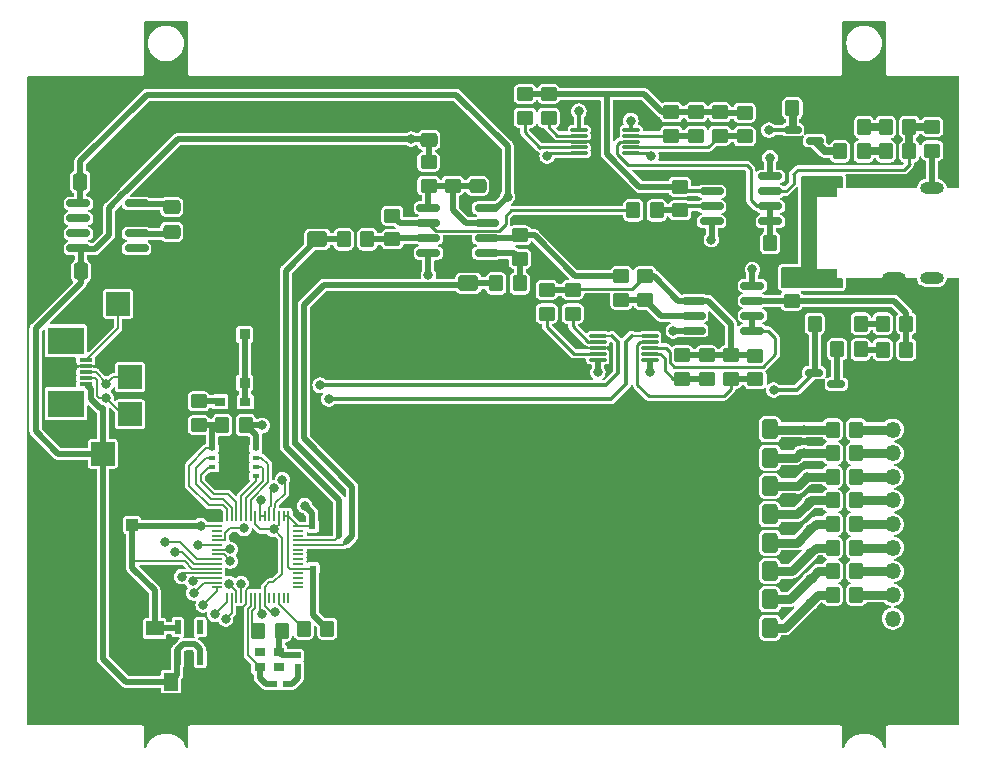
<source format=gtl>
G04 #@! TF.GenerationSoftware,KiCad,Pcbnew,7.0.3*
G04 #@! TF.CreationDate,2023-06-15T19:20:55+02:00*
G04 #@! TF.ProjectId,osc_v2,6f73635f-7632-42e6-9b69-6361645f7063,rev?*
G04 #@! TF.SameCoordinates,Original*
G04 #@! TF.FileFunction,Copper,L1,Top*
G04 #@! TF.FilePolarity,Positive*
%FSLAX46Y46*%
G04 Gerber Fmt 4.6, Leading zero omitted, Abs format (unit mm)*
G04 Created by KiCad (PCBNEW 7.0.3) date 2023-06-15 19:20:55*
%MOMM*%
%LPD*%
G01*
G04 APERTURE LIST*
G04 Aperture macros list*
%AMRoundRect*
0 Rectangle with rounded corners*
0 $1 Rounding radius*
0 $2 $3 $4 $5 $6 $7 $8 $9 X,Y pos of 4 corners*
0 Add a 4 corners polygon primitive as box body*
4,1,4,$2,$3,$4,$5,$6,$7,$8,$9,$2,$3,0*
0 Add four circle primitives for the rounded corners*
1,1,$1+$1,$2,$3*
1,1,$1+$1,$4,$5*
1,1,$1+$1,$6,$7*
1,1,$1+$1,$8,$9*
0 Add four rect primitives between the rounded corners*
20,1,$1+$1,$2,$3,$4,$5,0*
20,1,$1+$1,$4,$5,$6,$7,0*
20,1,$1+$1,$6,$7,$8,$9,0*
20,1,$1+$1,$8,$9,$2,$3,0*%
G04 Aperture macros list end*
G04 #@! TA.AperFunction,ComponentPad*
%ADD10R,1.350000X1.350000*%
G04 #@! TD*
G04 #@! TA.AperFunction,ComponentPad*
%ADD11O,1.350000X1.350000*%
G04 #@! TD*
G04 #@! TA.AperFunction,SMDPad,CuDef*
%ADD12RoundRect,0.250000X0.350000X0.450000X-0.350000X0.450000X-0.350000X-0.450000X0.350000X-0.450000X0*%
G04 #@! TD*
G04 #@! TA.AperFunction,SMDPad,CuDef*
%ADD13RoundRect,0.250000X0.475000X-0.337500X0.475000X0.337500X-0.475000X0.337500X-0.475000X-0.337500X0*%
G04 #@! TD*
G04 #@! TA.AperFunction,SMDPad,CuDef*
%ADD14RoundRect,0.250000X0.450000X-0.350000X0.450000X0.350000X-0.450000X0.350000X-0.450000X-0.350000X0*%
G04 #@! TD*
G04 #@! TA.AperFunction,SMDPad,CuDef*
%ADD15RoundRect,0.150000X0.825000X0.150000X-0.825000X0.150000X-0.825000X-0.150000X0.825000X-0.150000X0*%
G04 #@! TD*
G04 #@! TA.AperFunction,SMDPad,CuDef*
%ADD16RoundRect,0.250000X-0.350000X-0.450000X0.350000X-0.450000X0.350000X0.450000X-0.350000X0.450000X0*%
G04 #@! TD*
G04 #@! TA.AperFunction,SMDPad,CuDef*
%ADD17RoundRect,0.150000X-0.587500X-0.150000X0.587500X-0.150000X0.587500X0.150000X-0.587500X0.150000X0*%
G04 #@! TD*
G04 #@! TA.AperFunction,SMDPad,CuDef*
%ADD18RoundRect,0.250000X0.400000X0.600000X-0.400000X0.600000X-0.400000X-0.600000X0.400000X-0.600000X0*%
G04 #@! TD*
G04 #@! TA.AperFunction,SMDPad,CuDef*
%ADD19R,0.600000X0.400000*%
G04 #@! TD*
G04 #@! TA.AperFunction,SMDPad,CuDef*
%ADD20R,2.000000X3.000000*%
G04 #@! TD*
G04 #@! TA.AperFunction,SMDPad,CuDef*
%ADD21R,0.900000X0.800000*%
G04 #@! TD*
G04 #@! TA.AperFunction,SMDPad,CuDef*
%ADD22R,0.600000X0.600000*%
G04 #@! TD*
G04 #@! TA.AperFunction,SMDPad,CuDef*
%ADD23R,2.000000X2.000000*%
G04 #@! TD*
G04 #@! TA.AperFunction,SMDPad,CuDef*
%ADD24RoundRect,0.075000X-0.650000X-0.075000X0.650000X-0.075000X0.650000X0.075000X-0.650000X0.075000X0*%
G04 #@! TD*
G04 #@! TA.AperFunction,SMDPad,CuDef*
%ADD25RoundRect,0.250000X-0.450000X0.350000X-0.450000X-0.350000X0.450000X-0.350000X0.450000X0.350000X0*%
G04 #@! TD*
G04 #@! TA.AperFunction,SMDPad,CuDef*
%ADD26R,1.100000X0.300000*%
G04 #@! TD*
G04 #@! TA.AperFunction,SMDPad,CuDef*
%ADD27R,3.100000X2.300000*%
G04 #@! TD*
G04 #@! TA.AperFunction,SMDPad,CuDef*
%ADD28RoundRect,0.250000X-0.337500X-0.475000X0.337500X-0.475000X0.337500X0.475000X-0.337500X0.475000X0*%
G04 #@! TD*
G04 #@! TA.AperFunction,SMDPad,CuDef*
%ADD29R,0.900000X0.750000*%
G04 #@! TD*
G04 #@! TA.AperFunction,SMDPad,CuDef*
%ADD30R,0.550000X1.200000*%
G04 #@! TD*
G04 #@! TA.AperFunction,SMDPad,CuDef*
%ADD31R,1.240000X1.500000*%
G04 #@! TD*
G04 #@! TA.AperFunction,SMDPad,CuDef*
%ADD32R,0.875000X0.200000*%
G04 #@! TD*
G04 #@! TA.AperFunction,SMDPad,CuDef*
%ADD33R,0.200000X0.875000*%
G04 #@! TD*
G04 #@! TA.AperFunction,SMDPad,CuDef*
%ADD34RoundRect,0.160000X-1.440000X-1.440000X1.440000X-1.440000X1.440000X1.440000X-1.440000X1.440000X0*%
G04 #@! TD*
G04 #@! TA.AperFunction,SMDPad,CuDef*
%ADD35RoundRect,0.250000X0.600000X-0.400000X0.600000X0.400000X-0.600000X0.400000X-0.600000X-0.400000X0*%
G04 #@! TD*
G04 #@! TA.AperFunction,ComponentPad*
%ADD36O,2.016000X1.008000*%
G04 #@! TD*
G04 #@! TA.AperFunction,SMDPad,CuDef*
%ADD37R,1.800000X1.350000*%
G04 #@! TD*
G04 #@! TA.AperFunction,SMDPad,CuDef*
%ADD38R,1.500000X1.240000*%
G04 #@! TD*
G04 #@! TA.AperFunction,SMDPad,CuDef*
%ADD39R,0.900000X0.900000*%
G04 #@! TD*
G04 #@! TA.AperFunction,SMDPad,CuDef*
%ADD40RoundRect,0.250000X-0.600000X0.400000X-0.600000X-0.400000X0.600000X-0.400000X0.600000X0.400000X0*%
G04 #@! TD*
G04 #@! TA.AperFunction,SMDPad,CuDef*
%ADD41R,1.000000X1.075000*%
G04 #@! TD*
G04 #@! TA.AperFunction,ViaPad*
%ADD42C,0.800000*%
G04 #@! TD*
G04 #@! TA.AperFunction,Conductor*
%ADD43C,0.254000*%
G04 #@! TD*
G04 #@! TA.AperFunction,Conductor*
%ADD44C,0.177800*%
G04 #@! TD*
G04 #@! TA.AperFunction,Conductor*
%ADD45C,0.508000*%
G04 #@! TD*
G04 #@! TA.AperFunction,Conductor*
%ADD46C,0.330200*%
G04 #@! TD*
G04 #@! TA.AperFunction,Conductor*
%ADD47C,0.762000*%
G04 #@! TD*
G04 #@! TA.AperFunction,Conductor*
%ADD48C,0.635000*%
G04 #@! TD*
G04 #@! TA.AperFunction,Conductor*
%ADD49C,0.250000*%
G04 #@! TD*
G04 APERTURE END LIST*
D10*
X143735000Y-158960000D03*
D11*
X143735000Y-156960000D03*
X143735000Y-154960000D03*
X143735000Y-152960000D03*
X143735000Y-150960000D03*
X143735000Y-148960000D03*
X143735000Y-146960000D03*
X143735000Y-144960000D03*
X143735000Y-142960000D03*
X143735000Y-140960000D03*
X143735000Y-138960000D03*
X143735000Y-136960000D03*
D12*
X95859838Y-153824838D03*
X93859838Y-153824838D03*
D13*
X108585000Y-116327500D03*
X108585000Y-114252500D03*
D14*
X132095000Y-132690000D03*
X132095000Y-130690000D03*
X84985000Y-136570000D03*
X84985000Y-134570000D03*
D15*
X133360000Y-119325000D03*
X133360000Y-118055000D03*
X133360000Y-116785000D03*
X133360000Y-115515000D03*
X128410000Y-115515000D03*
X128410000Y-116785000D03*
X128410000Y-118055000D03*
X128410000Y-119325000D03*
D16*
X135245000Y-109740000D03*
X137245000Y-109740000D03*
D17*
X135257500Y-111560000D03*
X135257500Y-113460000D03*
X137132500Y-112510000D03*
D18*
X133335000Y-151330000D03*
X129835000Y-151330000D03*
D16*
X86959838Y-136574838D03*
X88959838Y-136574838D03*
D19*
X86109838Y-138524838D03*
X86109838Y-139324838D03*
X86109838Y-140124838D03*
X86109838Y-140924838D03*
X89809838Y-140924838D03*
X89809838Y-140124838D03*
X89809838Y-139324838D03*
X89809838Y-138524838D03*
D20*
X87959838Y-139724838D03*
D21*
X86785000Y-134600000D03*
X88925000Y-134600000D03*
D12*
X141275000Y-113400000D03*
X139275000Y-113400000D03*
D22*
X92367838Y-158474838D03*
X91351838Y-158474838D03*
D23*
X79855000Y-129400000D03*
D17*
X137080000Y-132150000D03*
X137080000Y-134050000D03*
X138955000Y-133100000D03*
D14*
X127095000Y-112080000D03*
X127095000Y-110080000D03*
D12*
X144885000Y-127990000D03*
X142885000Y-127990000D03*
D14*
X112595000Y-110550000D03*
X112595000Y-108550000D03*
D12*
X141295000Y-111340000D03*
X139295000Y-111340000D03*
D15*
X131855000Y-128580000D03*
X131855000Y-127310000D03*
X131855000Y-126040000D03*
X131855000Y-124770000D03*
X126905000Y-124770000D03*
X126905000Y-126040000D03*
X126905000Y-127310000D03*
X126905000Y-128580000D03*
D14*
X125895000Y-132670000D03*
X125895000Y-130670000D03*
D13*
X104455000Y-112437500D03*
X104455000Y-110362500D03*
D24*
X118765000Y-129040000D03*
X118765000Y-129540000D03*
X118765000Y-130040000D03*
X118765000Y-130540000D03*
X118765000Y-131040000D03*
X123165000Y-131040000D03*
X123165000Y-130540000D03*
X123165000Y-130040000D03*
X123165000Y-129540000D03*
X123165000Y-129040000D03*
D18*
X133335000Y-141730000D03*
X129835000Y-141730000D03*
D12*
X140645000Y-148950000D03*
X138645000Y-148950000D03*
X140645000Y-136950000D03*
X138645000Y-136950000D03*
D25*
X101355000Y-118840000D03*
X101355000Y-120840000D03*
D18*
X133335000Y-144130000D03*
X129835000Y-144130000D03*
D26*
X75430000Y-131100000D03*
X75430000Y-131600000D03*
X75430000Y-132100000D03*
X75430000Y-132600000D03*
X75430000Y-133100000D03*
D27*
X73730000Y-129430000D03*
X73730000Y-134770000D03*
D12*
X143145000Y-111342500D03*
X145145000Y-111342500D03*
D22*
X93359838Y-157082838D03*
X93359838Y-156066838D03*
D12*
X138645000Y-146950000D03*
X140645000Y-146950000D03*
D14*
X120755000Y-125950000D03*
X120755000Y-123950000D03*
D25*
X112167500Y-120500000D03*
X112167500Y-122500000D03*
D28*
X74992500Y-123565000D03*
X77067500Y-123565000D03*
D14*
X129095000Y-112080000D03*
X129095000Y-110080000D03*
D12*
X92009838Y-154000000D03*
X90009838Y-154000000D03*
D29*
X91784838Y-155799838D03*
X90134838Y-155799838D03*
X90134838Y-157049838D03*
X91784838Y-157049838D03*
D25*
X135175000Y-124040000D03*
X135175000Y-126040000D03*
D12*
X140645000Y-150950000D03*
X138645000Y-150950000D03*
D14*
X116645000Y-127130000D03*
X116645000Y-125130000D03*
D30*
X83205000Y-156300100D03*
X84155000Y-156300100D03*
X85105000Y-156300100D03*
X85105000Y-153699900D03*
X83205000Y-153699900D03*
D23*
X79155000Y-132500000D03*
D12*
X141035000Y-130170000D03*
X139035000Y-130170000D03*
D14*
X131195000Y-112130000D03*
X131195000Y-110130000D03*
X114445000Y-127130000D03*
X114445000Y-125130000D03*
D15*
X109362500Y-122005000D03*
X109362500Y-120735000D03*
X109362500Y-119465000D03*
X109362500Y-118195000D03*
X104412500Y-118195000D03*
X104412500Y-119465000D03*
X104412500Y-120735000D03*
X104412500Y-122005000D03*
D31*
X82615000Y-158290000D03*
X84515000Y-158290000D03*
D12*
X145135000Y-113390000D03*
X143135000Y-113390000D03*
D14*
X124995000Y-112080000D03*
X124995000Y-110080000D03*
D18*
X133335000Y-153730000D03*
X129835000Y-153730000D03*
D32*
X86509838Y-145124838D03*
X86509838Y-145524838D03*
X86509838Y-145924838D03*
X86509838Y-146324838D03*
X86509838Y-146724838D03*
X86509838Y-147124838D03*
X86509838Y-147524838D03*
X86509838Y-147924838D03*
X86509838Y-148324838D03*
X86509838Y-148724838D03*
X86509838Y-149124838D03*
X86509838Y-149524838D03*
X86509838Y-149924838D03*
X86509838Y-150324838D03*
D33*
X87359838Y-151174838D03*
X87759838Y-151174838D03*
X88159838Y-151174838D03*
X88559838Y-151174838D03*
X88959838Y-151174838D03*
X89359838Y-151174838D03*
X89759838Y-151174838D03*
X90159838Y-151174838D03*
X90559838Y-151174838D03*
X90959838Y-151174838D03*
X91359838Y-151174838D03*
X91759838Y-151174838D03*
X92159838Y-151174838D03*
X92559838Y-151174838D03*
D32*
X93409838Y-150324838D03*
X93409838Y-149924838D03*
X93409838Y-149524838D03*
X93409838Y-149124838D03*
X93409838Y-148724838D03*
X93409838Y-148324838D03*
X93409838Y-147924838D03*
X93409838Y-147524838D03*
X93409838Y-147124838D03*
X93409838Y-146724838D03*
X93409838Y-146324838D03*
X93409838Y-145924838D03*
X93409838Y-145524838D03*
X93409838Y-145124838D03*
D33*
X92559838Y-144274838D03*
X92159838Y-144274838D03*
X91759838Y-144274838D03*
X91359838Y-144274838D03*
X90959838Y-144274838D03*
X90559838Y-144274838D03*
X90159838Y-144274838D03*
X89759838Y-144274838D03*
X89359838Y-144274838D03*
X88959838Y-144274838D03*
X88559838Y-144274838D03*
X88159838Y-144274838D03*
X87759838Y-144274838D03*
X87359838Y-144274838D03*
D34*
X89959838Y-147724838D03*
D12*
X140645000Y-142950000D03*
X138645000Y-142950000D03*
X99255000Y-120840000D03*
X97255000Y-120840000D03*
D23*
X79155000Y-135650000D03*
X78155000Y-126300000D03*
D12*
X137125000Y-128000000D03*
X135125000Y-128000000D03*
D18*
X133335000Y-139330000D03*
X129835000Y-139330000D03*
D12*
X140645000Y-140950000D03*
X138645000Y-140950000D03*
X123755000Y-118390000D03*
X121755000Y-118390000D03*
D14*
X114595000Y-110550000D03*
X114595000Y-108550000D03*
D25*
X106487500Y-114300000D03*
X106487500Y-116300000D03*
D35*
X95005000Y-120840000D03*
X95005000Y-117340000D03*
D18*
X133335000Y-146530000D03*
X129835000Y-146530000D03*
D13*
X82680000Y-120202500D03*
X82680000Y-118127500D03*
D25*
X104437500Y-114300000D03*
X104437500Y-116300000D03*
D18*
X133335000Y-148930000D03*
X129835000Y-148930000D03*
D28*
X74942500Y-115965000D03*
X77017500Y-115965000D03*
D25*
X122755000Y-123950000D03*
X122755000Y-125950000D03*
D36*
X147045000Y-116510000D03*
D37*
X138145000Y-124035000D03*
D36*
X143845000Y-124110000D03*
D37*
X138145000Y-116585000D03*
D36*
X147045000Y-124110000D03*
D23*
X76855000Y-139000000D03*
D22*
X94651838Y-148724838D03*
X95667838Y-148724838D03*
D12*
X133355000Y-121170000D03*
X131355000Y-121170000D03*
D38*
X81235000Y-153790000D03*
X81235000Y-155690000D03*
D25*
X125715000Y-116390000D03*
X125715000Y-118390000D03*
D12*
X144885000Y-130190000D03*
X142885000Y-130190000D03*
X141035000Y-127990000D03*
X139035000Y-127990000D03*
D22*
X94601838Y-145124838D03*
X95617838Y-145124838D03*
D24*
X117185000Y-111570000D03*
X117185000Y-112070000D03*
X117185000Y-112570000D03*
X117185000Y-113070000D03*
X117185000Y-113570000D03*
X121585000Y-113570000D03*
X121585000Y-113070000D03*
X121585000Y-112570000D03*
X121585000Y-112070000D03*
X121585000Y-111570000D03*
D12*
X140645000Y-138950000D03*
X138645000Y-138950000D03*
D15*
X79730000Y-121605000D03*
X79730000Y-120335000D03*
X79730000Y-119065000D03*
X79730000Y-117795000D03*
X74780000Y-117795000D03*
X74780000Y-119065000D03*
X74780000Y-120335000D03*
X74780000Y-121605000D03*
D12*
X112155000Y-124582500D03*
X110155000Y-124582500D03*
X140645000Y-144950000D03*
X138645000Y-144950000D03*
D39*
X88855000Y-133000000D03*
X88855000Y-128900000D03*
X87255000Y-133000000D03*
X87255000Y-128900000D03*
D40*
X107805000Y-124582500D03*
X107805000Y-128082500D03*
D18*
X133335000Y-136930000D03*
X129835000Y-136930000D03*
D14*
X127985000Y-132670000D03*
X127985000Y-130670000D03*
X130025000Y-132680000D03*
X130025000Y-130680000D03*
X147075000Y-113330000D03*
X147075000Y-111330000D03*
D41*
X79355000Y-145050000D03*
X79355000Y-143350000D03*
D42*
X90255000Y-142900000D03*
X88355000Y-153500000D03*
X135455000Y-130300000D03*
X93155000Y-142400000D03*
X111555000Y-128900000D03*
X118855000Y-127000000D03*
X142755000Y-116000000D03*
X147555000Y-128900000D03*
X127355000Y-158200000D03*
X72255000Y-122800000D03*
X73355000Y-132300000D03*
X72955000Y-154200000D03*
X72755000Y-145000000D03*
X133255000Y-158200000D03*
X139155000Y-158200000D03*
X139155000Y-154700000D03*
X147855000Y-156800000D03*
X147655000Y-147000000D03*
X147455000Y-137800000D03*
X80055000Y-112300000D03*
X87955000Y-122400000D03*
X106755000Y-130400000D03*
X100855000Y-130400000D03*
X107155000Y-136800000D03*
X100555000Y-136900000D03*
X100455000Y-143200000D03*
X100455000Y-150400000D03*
X107555000Y-150300000D03*
X107355000Y-143700000D03*
X123655000Y-143600000D03*
X115255000Y-150300000D03*
X115155000Y-143700000D03*
X114955000Y-137200000D03*
X123355000Y-137100000D03*
X82155000Y-146500000D03*
X82963900Y-147300000D03*
X83533537Y-149412816D03*
X84455000Y-149800000D03*
X84555000Y-150800000D03*
X85355000Y-151800000D03*
X86341643Y-152594063D03*
X87255000Y-153000000D03*
X136755000Y-151600000D03*
X136755000Y-149600000D03*
X136755000Y-147400000D03*
X136755000Y-145400000D03*
X136655000Y-143100000D03*
X136455000Y-141000000D03*
X136255000Y-138900000D03*
X136255000Y-137000000D03*
X77155000Y-133100000D03*
X77155000Y-134300000D03*
X91341773Y-141886773D03*
X92061754Y-141193497D03*
X131855000Y-123400000D03*
X111125000Y-117250000D03*
X133345000Y-113940000D03*
X129855000Y-126500000D03*
X83655000Y-128100000D03*
X85255000Y-117100000D03*
X101055000Y-123000000D03*
X81855000Y-142600000D03*
X118455000Y-120700000D03*
X87255000Y-110300000D03*
X93855000Y-124200000D03*
X98955000Y-117200000D03*
X95255000Y-130500000D03*
X114055000Y-116500000D03*
X126055000Y-121400000D03*
X139055000Y-109300000D03*
X86955000Y-158400000D03*
X88055000Y-142000000D03*
X73455000Y-110200000D03*
X79055000Y-155600000D03*
X91055000Y-117200000D03*
X84355000Y-130800000D03*
X109455000Y-108300000D03*
X133655000Y-127700000D03*
X107855000Y-123000000D03*
X110055000Y-114300000D03*
X128375000Y-120880000D03*
X114474069Y-113796500D03*
X123265000Y-113833500D03*
X123175000Y-132100000D03*
X102955000Y-112360000D03*
X125155000Y-128590000D03*
X104425000Y-123840000D03*
X118765000Y-132110000D03*
X91308500Y-145412100D03*
X91455000Y-152400000D03*
X93951484Y-143403516D03*
X85155000Y-145100000D03*
X90289761Y-152593606D03*
X90355000Y-136600000D03*
X88807560Y-145309556D03*
X95255000Y-133200000D03*
X95990400Y-134371238D03*
X84955000Y-146700000D03*
X87655000Y-147100000D03*
X117155000Y-110000000D03*
X87655000Y-148100000D03*
X121555000Y-110800000D03*
X87555000Y-150000000D03*
X133655000Y-133600000D03*
X88555000Y-150000000D03*
X133255000Y-111600000D03*
D43*
X125165000Y-132670000D02*
X125895000Y-132670000D01*
D44*
X90159838Y-144274838D02*
X90159838Y-142995162D01*
X90159838Y-142995162D02*
X90255000Y-142900000D01*
D45*
X104412500Y-122005000D02*
X104412500Y-123827500D01*
X74942500Y-115965000D02*
X74942500Y-114252500D01*
X74942500Y-114252500D02*
X80595000Y-108600000D01*
X80595000Y-108600000D02*
X106775000Y-108600000D01*
X111125000Y-112950000D02*
X111125000Y-117250000D01*
X106775000Y-108600000D02*
X111125000Y-112950000D01*
X95005000Y-120840000D02*
X92355000Y-123490000D01*
X92355000Y-123490000D02*
X92355000Y-138400000D01*
X96855000Y-142900000D02*
X96855000Y-146000000D01*
X92355000Y-138400000D02*
X96855000Y-142900000D01*
X107805000Y-124582500D02*
X107693500Y-124694000D01*
X93855000Y-137700000D02*
X97955000Y-141800000D01*
X107693500Y-124694000D02*
X95561000Y-124694000D01*
X95561000Y-124694000D02*
X93855000Y-126400000D01*
X93855000Y-126400000D02*
X93855000Y-137700000D01*
X97955000Y-141800000D02*
X97955000Y-146000000D01*
X97955000Y-146000000D02*
X97455000Y-146500000D01*
D44*
X88959838Y-151174838D02*
X88959838Y-151755848D01*
X88959838Y-151755848D02*
X88355000Y-152360686D01*
X88355000Y-152360686D02*
X88355000Y-153500000D01*
X89959838Y-147724838D02*
X89959838Y-149569414D01*
X88959838Y-150569414D02*
X88959838Y-151174838D01*
X89959838Y-149569414D02*
X88959838Y-150569414D01*
D46*
X133655000Y-133600000D02*
X135630000Y-133600000D01*
X135630000Y-133600000D02*
X137080000Y-132150000D01*
D45*
X137125000Y-128000000D02*
X137125000Y-132105000D01*
X137125000Y-132105000D02*
X137080000Y-132150000D01*
X139035000Y-130170000D02*
X139035000Y-133020000D01*
X139035000Y-133020000D02*
X138955000Y-133100000D01*
D46*
X95990400Y-134371238D02*
X119883762Y-134371238D01*
X119883762Y-134371238D02*
X121155000Y-133100000D01*
X121155000Y-133100000D02*
X121155000Y-129500000D01*
X121155000Y-129500000D02*
X121630100Y-129024900D01*
D44*
X121630100Y-129024900D02*
X123149900Y-129024900D01*
X92061754Y-141193497D02*
X92255000Y-141386743D01*
X92255000Y-141386743D02*
X92255000Y-142400000D01*
X92255000Y-142400000D02*
X91455000Y-143200000D01*
X91455000Y-143200000D02*
X91455000Y-143548438D01*
X91455000Y-143548438D02*
X91359838Y-143643600D01*
X91359838Y-143643600D02*
X91359838Y-144274838D01*
X91341773Y-141886773D02*
X91077200Y-142151346D01*
X91077200Y-142151346D02*
X91077200Y-143391948D01*
X91077200Y-143391948D02*
X90959838Y-143509310D01*
X90959838Y-143509310D02*
X90959838Y-144274838D01*
X79355000Y-148700000D02*
X79355000Y-148100000D01*
X79355000Y-148100000D02*
X83820710Y-148100000D01*
X83820710Y-148100000D02*
X84445548Y-148724838D01*
X84445548Y-148724838D02*
X86509838Y-148724838D01*
X82963900Y-147300000D02*
X83555000Y-147300000D01*
X83555000Y-147300000D02*
X84579838Y-148324838D01*
X84579838Y-148324838D02*
X86509838Y-148324838D01*
X83397053Y-146500000D02*
X84821891Y-147924838D01*
X82155000Y-146500000D02*
X83397053Y-146500000D01*
X84821891Y-147924838D02*
X86509838Y-147924838D01*
D45*
X147075000Y-113330000D02*
X147075000Y-116256000D01*
X147075000Y-116256000D02*
X147045000Y-116256000D01*
X85155000Y-145100000D02*
X79405000Y-145100000D01*
X79405000Y-145100000D02*
X79355000Y-145050000D01*
X79355000Y-145050000D02*
X79355000Y-148700000D01*
X79355000Y-148700000D02*
X81235000Y-150580000D01*
X81235000Y-150580000D02*
X81235000Y-153790000D01*
D44*
X83533537Y-149412816D02*
X83533537Y-149121463D01*
X85772338Y-149102638D02*
X85794538Y-149124838D01*
X83533537Y-149121463D02*
X83552362Y-149102638D01*
X83552362Y-149102638D02*
X85772338Y-149102638D01*
X85794538Y-149124838D02*
X86509838Y-149124838D01*
X84455000Y-149800000D02*
X84730162Y-149524838D01*
X84730162Y-149524838D02*
X86509838Y-149524838D01*
X84555000Y-150800000D02*
X85430162Y-149924838D01*
X85430162Y-149924838D02*
X86509838Y-149924838D01*
X85355000Y-151800000D02*
X86509838Y-150645162D01*
X86509838Y-150645162D02*
X86509838Y-150324838D01*
X87359838Y-151575868D02*
X87359838Y-151174838D01*
X86341643Y-152594063D02*
X87359838Y-151575868D01*
X87759838Y-152495162D02*
X87759838Y-151174838D01*
X87255000Y-153000000D02*
X87759838Y-152495162D01*
D47*
X136755000Y-151600000D02*
X134625000Y-153730000D01*
X136755000Y-149630000D02*
X135055000Y-151330000D01*
X136755000Y-149600000D02*
X136755000Y-149630000D01*
X136785000Y-149600000D02*
X136755000Y-149600000D01*
X136755000Y-147400000D02*
X137205000Y-146950000D01*
X136755000Y-145410000D02*
X135635000Y-146530000D01*
X136755000Y-145400000D02*
X136755000Y-145410000D01*
X136765000Y-145400000D02*
X136755000Y-145400000D01*
X136655000Y-143140000D02*
X135665000Y-144130000D01*
X136655000Y-143100000D02*
X136655000Y-143140000D01*
X136695000Y-143100000D02*
X136655000Y-143100000D01*
X136445000Y-141000000D02*
X135695000Y-141750000D01*
X136455000Y-141000000D02*
X136445000Y-141000000D01*
X136455000Y-140990000D02*
X136455000Y-141000000D01*
X136305000Y-138950000D02*
X138645000Y-138950000D01*
X136255000Y-138900000D02*
X136305000Y-138950000D01*
X136205000Y-138950000D02*
X136255000Y-138900000D01*
X136205000Y-136950000D02*
X133355000Y-136950000D01*
X136255000Y-137000000D02*
X136205000Y-136950000D01*
X136305000Y-136950000D02*
X136255000Y-137000000D01*
D45*
X74992500Y-123565000D02*
X74992500Y-124559500D01*
X74992500Y-124559500D02*
X71155000Y-128397000D01*
X71155000Y-128397000D02*
X71155000Y-137100000D01*
X71155000Y-137100000D02*
X73055000Y-139000000D01*
X73055000Y-139000000D02*
X76855000Y-139000000D01*
X76855000Y-139000000D02*
X76855000Y-135154000D01*
X76855000Y-135154000D02*
X76641224Y-135154000D01*
X76641224Y-135154000D02*
X75812100Y-134324876D01*
X75812100Y-134324876D02*
X75812100Y-133482100D01*
X75812100Y-133482100D02*
X75534000Y-133204000D01*
X76855000Y-139000000D02*
X76855000Y-156370000D01*
X76855000Y-156370000D02*
X78775000Y-158290000D01*
D44*
X75430000Y-131100000D02*
X78155000Y-128375000D01*
X78155000Y-128375000D02*
X78155000Y-126300000D01*
X77155000Y-134300000D02*
X78505000Y-135650000D01*
X78505000Y-135650000D02*
X79155000Y-135650000D01*
X77155000Y-133100000D02*
X77755000Y-132500000D01*
X77755000Y-132500000D02*
X79155000Y-132500000D01*
X77155000Y-133100000D02*
X77155000Y-133012910D01*
X77155000Y-133012910D02*
X76242090Y-132100000D01*
X76242090Y-132100000D02*
X75430000Y-132100000D01*
X77155000Y-134300000D02*
X76555000Y-134300000D01*
X76355000Y-132747200D02*
X76207800Y-132600000D01*
X76555000Y-134300000D02*
X76355000Y-134100000D01*
X76207800Y-132600000D02*
X75430000Y-132600000D01*
X76355000Y-134100000D02*
X76355000Y-132747200D01*
D45*
X82482500Y-120400000D02*
X82680000Y-120202500D01*
X79905000Y-120400000D02*
X82482500Y-120400000D01*
X82412500Y-117860000D02*
X82680000Y-118127500D01*
X79905000Y-117860000D02*
X82412500Y-117860000D01*
X110180000Y-118195000D02*
X111125000Y-117250000D01*
X109362500Y-118195000D02*
X110180000Y-118195000D01*
X131855000Y-124770000D02*
X131855000Y-123400000D01*
X133360000Y-115515000D02*
X133360000Y-113955000D01*
X74955000Y-117860000D02*
X74955000Y-115977500D01*
X133360000Y-113955000D02*
X133345000Y-113940000D01*
X74955000Y-115977500D02*
X74942500Y-115965000D01*
X106487500Y-112362500D02*
X106475000Y-112350000D01*
D43*
X114700569Y-113570000D02*
X114474069Y-113796500D01*
D45*
X123175000Y-132100000D02*
X123175000Y-131144000D01*
X76195000Y-121670000D02*
X74955000Y-121670000D01*
X78605000Y-116960000D02*
X77405000Y-118160000D01*
X77405000Y-120460000D02*
X76195000Y-121670000D01*
X118765000Y-132110000D02*
X118765000Y-131144000D01*
X104400000Y-112350000D02*
X102965000Y-112350000D01*
X74992500Y-123565000D02*
X74992500Y-121707500D01*
X83165000Y-155600000D02*
X83165000Y-156390100D01*
X125165000Y-128580000D02*
X125155000Y-128590000D01*
X128410000Y-119325000D02*
X128410000Y-120845000D01*
X83195000Y-112360000D02*
X78755000Y-116800000D01*
D43*
X123001500Y-113570000D02*
X123265000Y-113833500D01*
D45*
X74992500Y-121707500D02*
X74955000Y-121670000D01*
D43*
X121585000Y-113570000D02*
X123001500Y-113570000D01*
D45*
X84655000Y-155130000D02*
X83635000Y-155130000D01*
X85065000Y-155540000D02*
X84655000Y-155130000D01*
D43*
X117185000Y-113570000D02*
X114700569Y-113570000D01*
D45*
X83635000Y-155130000D02*
X83165000Y-155600000D01*
X102955000Y-112360000D02*
X83195000Y-112360000D01*
X104437500Y-114300000D02*
X104437500Y-112387500D01*
X126905000Y-128580000D02*
X125165000Y-128580000D01*
X104437500Y-112387500D02*
X104400000Y-112350000D01*
X128410000Y-120845000D02*
X128375000Y-120880000D01*
X123175000Y-131144000D02*
X123165000Y-131144000D01*
X85065000Y-156390100D02*
X85065000Y-155540000D01*
X77405000Y-118160000D02*
X77405000Y-120460000D01*
X102965000Y-112350000D02*
X102955000Y-112360000D01*
X82615000Y-158290000D02*
X78775000Y-158290000D01*
X83165000Y-156390100D02*
X83165000Y-157740000D01*
X83165000Y-157740000D02*
X82615000Y-158290000D01*
X92870162Y-158474838D02*
X93359838Y-157985162D01*
X92367838Y-158474838D02*
X92870162Y-158474838D01*
X93359838Y-157985162D02*
X93359838Y-157082838D01*
X91351838Y-158474838D02*
X90659838Y-158474838D01*
D44*
X89359838Y-151174838D02*
X89359838Y-151890138D01*
D45*
X90659838Y-158474838D02*
X90134838Y-157949838D01*
D44*
X89120938Y-156035938D02*
X90134838Y-157049838D01*
X89359838Y-151890138D02*
X89120938Y-152129038D01*
D45*
X90134838Y-157949838D02*
X90134838Y-157049838D01*
D44*
X89120938Y-152129038D02*
X89120938Y-156035938D01*
D45*
X93359838Y-156066838D02*
X92051838Y-156066838D01*
X91784838Y-154049838D02*
X92009838Y-153824838D01*
X91784838Y-155799838D02*
X91784838Y-154049838D01*
X92051838Y-156066838D02*
X91784838Y-155799838D01*
D44*
X92035511Y-149164005D02*
X91299516Y-149900000D01*
X90559838Y-151174838D02*
X90559838Y-151890138D01*
X91055000Y-152400000D02*
X91455000Y-152400000D01*
X90181800Y-145412100D02*
X89759838Y-144990138D01*
X92035511Y-146139111D02*
X92035511Y-149164005D01*
X89759838Y-144990138D02*
X89759838Y-144274838D01*
X91308500Y-145412100D02*
X92035511Y-146139111D01*
X91308500Y-145412100D02*
X91719362Y-145001238D01*
X91055000Y-152385300D02*
X91055000Y-152400000D01*
X90955000Y-149900000D02*
X90559838Y-150295162D01*
X91753762Y-145001238D02*
X91759838Y-144995162D01*
X91299516Y-149900000D02*
X90955000Y-149900000D01*
X91308500Y-145412100D02*
X90181800Y-145412100D01*
X90559838Y-150295162D02*
X90559838Y-151174838D01*
X90559838Y-151890138D02*
X91055000Y-152385300D01*
X91759838Y-144995162D02*
X91759838Y-144274838D01*
X91719362Y-145001238D02*
X91753762Y-145001238D01*
D45*
X94651838Y-152616838D02*
X94651838Y-148724838D01*
D44*
X92559838Y-144274838D02*
X92559838Y-148590138D01*
X90159838Y-152463683D02*
X90289761Y-152593606D01*
D45*
X83165000Y-153789900D02*
X81235100Y-153789900D01*
D44*
X85179838Y-145124838D02*
X85155000Y-145100000D01*
D45*
X94601838Y-144053870D02*
X94601838Y-145124838D01*
D44*
X92694538Y-148724838D02*
X93409838Y-148724838D01*
X92694538Y-148724838D02*
X94651838Y-148724838D01*
D45*
X95859838Y-153824838D02*
X94651838Y-152616838D01*
D44*
X92559838Y-148590138D02*
X92694538Y-148724838D01*
D45*
X88959838Y-136574838D02*
X89809838Y-137424838D01*
D44*
X86509838Y-145124838D02*
X85179838Y-145124838D01*
X92559838Y-144274838D02*
X93409838Y-145124838D01*
D45*
X88959838Y-136574838D02*
X90329838Y-136574838D01*
X81235100Y-153789900D02*
X81235000Y-153790000D01*
D44*
X90159838Y-144274838D02*
X90559838Y-144274838D01*
X92159838Y-144274838D02*
X92559838Y-144274838D01*
X93409838Y-148724838D02*
X94651838Y-148724838D01*
D45*
X93951484Y-143403516D02*
X94601838Y-144053870D01*
D44*
X93409838Y-145124838D02*
X94601838Y-145124838D01*
X90159838Y-151174838D02*
X90159838Y-152463683D01*
D45*
X90329838Y-136574838D02*
X90355000Y-136600000D01*
X89809838Y-137424838D02*
X89809838Y-138524838D01*
X108585000Y-116327500D02*
X106515000Y-116327500D01*
X106487500Y-118372500D02*
X106487500Y-116300000D01*
X106515000Y-116327500D02*
X106487500Y-116300000D01*
X104412500Y-116325000D02*
X104437500Y-116300000D01*
X104437500Y-116300000D02*
X106487500Y-116300000D01*
X107580000Y-119465000D02*
X106487500Y-118372500D01*
X109362500Y-119465000D02*
X107580000Y-119465000D01*
X104412500Y-118195000D02*
X104412500Y-116325000D01*
D44*
X97230162Y-146724838D02*
X97455000Y-146500000D01*
X93409838Y-146724838D02*
X97230162Y-146724838D01*
D45*
X107805000Y-124582500D02*
X110155000Y-124582500D01*
X84985000Y-134570000D02*
X86755000Y-134570000D01*
X86755000Y-134570000D02*
X86785000Y-134600000D01*
X88925000Y-134600000D02*
X88925000Y-133070000D01*
X88925000Y-133070000D02*
X88855000Y-133000000D01*
X88855000Y-133000000D02*
X88855000Y-128900000D01*
D44*
X93409838Y-146324838D02*
X96530162Y-146324838D01*
X96530162Y-146324838D02*
X96855000Y-146000000D01*
D45*
X97255000Y-120840000D02*
X95005000Y-120840000D01*
D47*
X138645000Y-150950000D02*
X137405000Y-150950000D01*
X137405000Y-150950000D02*
X136755000Y-151600000D01*
X134625000Y-153730000D02*
X133335000Y-153730000D01*
X133335000Y-148930000D02*
X135225000Y-148930000D01*
X137205000Y-146950000D02*
X138645000Y-146950000D01*
X135225000Y-148930000D02*
X136755000Y-147400000D01*
X138645000Y-142950000D02*
X136845000Y-142950000D01*
X135665000Y-144130000D02*
X133335000Y-144130000D01*
X136845000Y-142950000D02*
X136695000Y-143100000D01*
X133335000Y-139330000D02*
X135515000Y-139330000D01*
X135895000Y-138950000D02*
X136205000Y-138950000D01*
X135515000Y-139330000D02*
X135895000Y-138950000D01*
X138645000Y-148950000D02*
X137435000Y-148950000D01*
X135055000Y-151330000D02*
X133335000Y-151330000D01*
X137435000Y-148950000D02*
X136785000Y-149600000D01*
X135635000Y-146530000D02*
X133335000Y-146530000D01*
X137215000Y-144950000D02*
X136765000Y-145400000D01*
X138645000Y-144950000D02*
X137215000Y-144950000D01*
X135675000Y-141730000D02*
X133335000Y-141730000D01*
X136495000Y-140950000D02*
X136455000Y-140990000D01*
X135695000Y-141750000D02*
X135675000Y-141730000D01*
X138645000Y-140950000D02*
X136495000Y-140950000D01*
X138645000Y-136950000D02*
X136305000Y-136950000D01*
X133355000Y-136950000D02*
X133335000Y-136930000D01*
D44*
X87225138Y-146324838D02*
X86509838Y-146324838D01*
X87236238Y-146313738D02*
X87225138Y-146324838D01*
D46*
X95255000Y-133200000D02*
X119455000Y-133200000D01*
X120455000Y-132200000D02*
X120455000Y-129500000D01*
D44*
X88807560Y-145309556D02*
X87645444Y-145309556D01*
D46*
X120455000Y-129500000D02*
X119979900Y-129024900D01*
D44*
X87236238Y-145718762D02*
X87236238Y-146313738D01*
X119979900Y-129024900D02*
X118765000Y-129024900D01*
D46*
X119455000Y-133200000D02*
X120455000Y-132200000D01*
D44*
X87645444Y-145309556D02*
X87236238Y-145718762D01*
X84979838Y-146724838D02*
X86509838Y-146724838D01*
X84955000Y-146700000D02*
X84979838Y-146724838D01*
D46*
X117155000Y-110000000D02*
X117155000Y-111540000D01*
D44*
X117155000Y-111540000D02*
X117185000Y-111570000D01*
D46*
X117169900Y-111554900D02*
X117185000Y-111554900D01*
X117155000Y-111540000D02*
X117169900Y-111554900D01*
D44*
X87655000Y-147100000D02*
X87630162Y-147124838D01*
X87630162Y-147124838D02*
X86509838Y-147124838D01*
D46*
X121555000Y-111540000D02*
X121569900Y-111554900D01*
D44*
X86509838Y-147524838D02*
X87079838Y-147524838D01*
X87079838Y-147524838D02*
X87655000Y-148100000D01*
D46*
X121555000Y-110800000D02*
X121555000Y-111540000D01*
X121569900Y-111554900D02*
X121585000Y-111554900D01*
D44*
X88159838Y-151174838D02*
X88159838Y-150604838D01*
X88159838Y-150604838D02*
X87555000Y-150000000D01*
D48*
X135257500Y-109752500D02*
X135245000Y-109740000D01*
D44*
X88559838Y-150004838D02*
X88555000Y-150000000D01*
D46*
X133355000Y-111600000D02*
X133255000Y-111600000D01*
D48*
X135257500Y-111560000D02*
X135257500Y-109752500D01*
D46*
X133355000Y-111600000D02*
X135217500Y-111600000D01*
D44*
X88559838Y-151174838D02*
X88559838Y-150004838D01*
D46*
X135217500Y-111600000D02*
X135257500Y-111560000D01*
D44*
X89498738Y-153488900D02*
X90009838Y-154000000D01*
X89759838Y-152024428D02*
X89759838Y-151174838D01*
X89498738Y-152285528D02*
X89759838Y-152024428D01*
X90009838Y-153824838D02*
X89498738Y-153313738D01*
X89498738Y-152285528D02*
X89498738Y-153488900D01*
X93859838Y-153824838D02*
X91759838Y-151724838D01*
X91759838Y-151724838D02*
X91759838Y-151174838D01*
X90855000Y-139892200D02*
X90855000Y-141400000D01*
X90287638Y-139324838D02*
X90855000Y-139892200D01*
X89809838Y-139324838D02*
X90287638Y-139324838D01*
X90855000Y-141400000D02*
X89359838Y-142895162D01*
X89359838Y-142895162D02*
X89359838Y-144274838D01*
X90287638Y-140124838D02*
X90398738Y-140235938D01*
X90398738Y-140235938D02*
X90398738Y-141290552D01*
X90398738Y-141290552D02*
X88959838Y-142729452D01*
X89809838Y-140124838D02*
X90287638Y-140124838D01*
X88959838Y-142729452D02*
X88959838Y-144274838D01*
X89809838Y-141345162D02*
X88559838Y-142595162D01*
X88559838Y-142595162D02*
X88559838Y-144274838D01*
X89809838Y-140924838D02*
X89809838Y-141345162D01*
X85832038Y-140124838D02*
X85155000Y-140801876D01*
X85155000Y-141300000D02*
X86255000Y-142400000D01*
X86109838Y-140124838D02*
X85832038Y-140124838D01*
X86255000Y-142400000D02*
X87455000Y-142400000D01*
X87455000Y-142400000D02*
X88159838Y-143104838D01*
X88159838Y-143104838D02*
X88159838Y-144274838D01*
X85155000Y-140801876D02*
X85155000Y-141300000D01*
X86989200Y-142800000D02*
X87759838Y-143570638D01*
X86109838Y-139324838D02*
X85632038Y-139324838D01*
X85632038Y-139324838D02*
X84777200Y-140179676D01*
X87759838Y-143570638D02*
X87759838Y-144274838D01*
X84777200Y-141522200D02*
X86055000Y-142800000D01*
X84777200Y-140179676D02*
X84777200Y-141522200D01*
X86055000Y-142800000D02*
X86989200Y-142800000D01*
X84155000Y-140001876D02*
X85632038Y-138524838D01*
D45*
X86109838Y-138524838D02*
X86109838Y-136579676D01*
X86105000Y-136574838D02*
X84989838Y-136574838D01*
X86959838Y-136574838D02*
X86105000Y-136574838D01*
D44*
X87359838Y-143704928D02*
X87004955Y-143350045D01*
X85805045Y-143350045D02*
X84155000Y-141700000D01*
D45*
X84989838Y-136574838D02*
X84985000Y-136570000D01*
D44*
X85632038Y-138524838D02*
X86109838Y-138524838D01*
X87359838Y-144274838D02*
X87359838Y-143704928D01*
X87004955Y-143350045D02*
X85805045Y-143350045D01*
D45*
X86109838Y-136579676D02*
X86105000Y-136574838D01*
D44*
X84155000Y-141700000D02*
X84155000Y-140001876D01*
D47*
X143735000Y-136960000D02*
X140655000Y-136960000D01*
X140655000Y-136960000D02*
X140645000Y-136950000D01*
X143735000Y-138960000D02*
X140655000Y-138960000D01*
X140655000Y-138960000D02*
X140645000Y-138950000D01*
X140645000Y-140950000D02*
X143725000Y-140950000D01*
X143725000Y-140950000D02*
X143735000Y-140960000D01*
X143735000Y-142960000D02*
X140655000Y-142960000D01*
X140655000Y-142960000D02*
X140645000Y-142950000D01*
X140655000Y-144960000D02*
X140645000Y-144950000D01*
X143735000Y-144960000D02*
X140655000Y-144960000D01*
X143735000Y-146960000D02*
X140655000Y-146960000D01*
X140655000Y-146960000D02*
X140645000Y-146950000D01*
X143735000Y-148960000D02*
X140655000Y-148960000D01*
X140655000Y-148960000D02*
X140645000Y-148950000D01*
X143735000Y-150960000D02*
X140655000Y-150960000D01*
X140655000Y-150960000D02*
X140645000Y-150950000D01*
D46*
X135175000Y-124040000D02*
X135410100Y-124275100D01*
D43*
X133165000Y-128580000D02*
X131855000Y-128580000D01*
X133805000Y-129220000D02*
X133165000Y-128580000D01*
X125225999Y-131617000D02*
X132784001Y-131617000D01*
X124535000Y-130040000D02*
X124867999Y-130372999D01*
X133805000Y-130596001D02*
X133805000Y-129220000D01*
D45*
X131855000Y-128580000D02*
X131855000Y-127310000D01*
D43*
X123165000Y-130040000D02*
X124535000Y-130040000D01*
X124868000Y-131259001D02*
X125225999Y-131617000D01*
X132784001Y-131617000D02*
X133805000Y-130596001D01*
X124867999Y-130372999D02*
X124868000Y-131259001D01*
D45*
X127995000Y-130680000D02*
X127985000Y-130670000D01*
X125595000Y-126040000D02*
X126905000Y-126040000D01*
D43*
X116752000Y-125023000D02*
X121682000Y-125023000D01*
D45*
X130025000Y-130680000D02*
X132085000Y-130680000D01*
X130035000Y-127980000D02*
X130035000Y-130670000D01*
X130035000Y-130670000D02*
X130025000Y-130680000D01*
D43*
X121682000Y-125023000D02*
X122755000Y-123950000D01*
D45*
X130025000Y-130680000D02*
X127995000Y-130680000D01*
X122755000Y-123950000D02*
X123505000Y-123950000D01*
X114445000Y-125130000D02*
X116645000Y-125130000D01*
X132085000Y-130680000D02*
X132095000Y-130690000D01*
X123505000Y-123950000D02*
X125595000Y-126040000D01*
X128095000Y-126040000D02*
X130035000Y-127980000D01*
D43*
X116645000Y-125130000D02*
X116752000Y-125023000D01*
D45*
X127985000Y-130670000D02*
X125935000Y-130670000D01*
X126905000Y-126040000D02*
X128095000Y-126040000D01*
X120755000Y-125950000D02*
X122755000Y-125950000D01*
X124115000Y-127310000D02*
X126905000Y-127310000D01*
X122755000Y-125950000D02*
X124115000Y-127310000D01*
D43*
X117971486Y-129540000D02*
X118765000Y-129540000D01*
X116645000Y-128213514D02*
X117971486Y-129540000D01*
X116645000Y-127130000D02*
X116645000Y-128213514D01*
X123165000Y-129540000D02*
X122371486Y-129540000D01*
D45*
X132095000Y-132690000D02*
X130035000Y-132690000D01*
D43*
X122105000Y-129806486D02*
X122105000Y-133150000D01*
X129425000Y-134130000D02*
X130025000Y-133530000D01*
X123085000Y-134130000D02*
X129425000Y-134130000D01*
D45*
X130035000Y-132690000D02*
X130025000Y-132680000D01*
D43*
X122105000Y-133150000D02*
X123085000Y-134130000D01*
X130025000Y-133530000D02*
X130025000Y-132680000D01*
X122371486Y-129540000D02*
X122105000Y-129806486D01*
X116745000Y-130540000D02*
X118765000Y-130540000D01*
X114445000Y-127130000D02*
X114445000Y-128240000D01*
X114445000Y-128240000D02*
X116745000Y-130540000D01*
X124414000Y-131919000D02*
X125165000Y-132670000D01*
X124025000Y-130540000D02*
X124414000Y-130929000D01*
X124414000Y-130929000D02*
X124414000Y-131919000D01*
D45*
X127985000Y-132670000D02*
X125935000Y-132670000D01*
D43*
X123165000Y-130540000D02*
X124025000Y-130540000D01*
D45*
X113405000Y-120500000D02*
X116855000Y-123950000D01*
X109362500Y-120735000D02*
X111932500Y-120735000D01*
X111932500Y-120735000D02*
X112167500Y-120500000D01*
X116855000Y-123950000D02*
X120755000Y-123950000D01*
X112167500Y-120500000D02*
X113405000Y-120500000D01*
X109362500Y-122005000D02*
X111672500Y-122005000D01*
X112155000Y-122512500D02*
X112167500Y-122500000D01*
X112155000Y-124582500D02*
X112155000Y-122512500D01*
X111672500Y-122005000D02*
X112167500Y-122500000D01*
D49*
X147075000Y-116385000D02*
X147045000Y-116385000D01*
D43*
X131705000Y-117550000D02*
X131705000Y-114900000D01*
X121281486Y-114560000D02*
X120355000Y-113633514D01*
D45*
X133360000Y-119325000D02*
X133360000Y-118055000D01*
D43*
X120645000Y-112570000D02*
X121585000Y-112570000D01*
X131705000Y-114900000D02*
X131365000Y-114560000D01*
X120355000Y-113633514D02*
X120355000Y-112860000D01*
X132210000Y-118055000D02*
X131705000Y-117550000D01*
X131365000Y-114560000D02*
X121281486Y-114560000D01*
X133360000Y-118055000D02*
X132210000Y-118055000D01*
D45*
X133355000Y-119330000D02*
X133360000Y-119325000D01*
X133355000Y-121170000D02*
X133355000Y-119330000D01*
D43*
X120355000Y-112860000D02*
X120645000Y-112570000D01*
X117185000Y-112070000D02*
X115345000Y-112070000D01*
X115345000Y-112070000D02*
X114595000Y-111320000D01*
X114595000Y-111320000D02*
X114595000Y-110550000D01*
D45*
X124235000Y-110080000D02*
X122705000Y-108550000D01*
X124995000Y-110080000D02*
X124235000Y-110080000D01*
X129095000Y-110080000D02*
X127095000Y-110080000D01*
X119515000Y-108550000D02*
X114595000Y-108550000D01*
X122705000Y-108550000D02*
X119515000Y-108550000D01*
X122289828Y-116390000D02*
X125715000Y-116390000D01*
X129145000Y-110130000D02*
X129095000Y-110080000D01*
D46*
X128410000Y-116785000D02*
X126110000Y-116785000D01*
D45*
X119515000Y-113615172D02*
X122289828Y-116390000D01*
X127095000Y-110080000D02*
X124995000Y-110080000D01*
X114595000Y-108550000D02*
X112595000Y-108550000D01*
D46*
X126110000Y-116785000D02*
X125715000Y-116390000D01*
D45*
X119515000Y-108550000D02*
X119515000Y-113615172D01*
X131195000Y-110130000D02*
X129145000Y-110130000D01*
D43*
X124985000Y-112070000D02*
X124995000Y-112080000D01*
D45*
X124995000Y-112080000D02*
X127095000Y-112080000D01*
D43*
X121585000Y-112070000D02*
X124985000Y-112070000D01*
X112595000Y-110550000D02*
X112595000Y-111800000D01*
X112595000Y-111800000D02*
X113885000Y-113090000D01*
X113905000Y-113070000D02*
X117185000Y-113070000D01*
X113885000Y-113090000D02*
X113905000Y-113070000D01*
X121585000Y-113070000D02*
X128105000Y-113070000D01*
D45*
X129095000Y-112080000D02*
X131145000Y-112080000D01*
X131145000Y-112080000D02*
X131195000Y-112130000D01*
D43*
X128105000Y-113070000D02*
X129095000Y-112080000D01*
D46*
X128410000Y-118055000D02*
X126050000Y-118055000D01*
X126050000Y-118055000D02*
X125715000Y-118390000D01*
D45*
X123755000Y-118390000D02*
X125715000Y-118390000D01*
D43*
X110955000Y-119522080D02*
X110369080Y-120108000D01*
D45*
X104412500Y-119465000D02*
X101980000Y-119465000D01*
D43*
X110369080Y-120108000D02*
X105055500Y-120108000D01*
D45*
X101980000Y-119465000D02*
X101355000Y-118840000D01*
D43*
X121755000Y-118390000D02*
X111435000Y-118390000D01*
X105055500Y-120108000D02*
X104412500Y-119465000D01*
X110955000Y-118870000D02*
X110955000Y-119522080D01*
X111435000Y-118390000D02*
X110955000Y-118870000D01*
D45*
X104412500Y-120735000D02*
X101460000Y-120735000D01*
X101460000Y-120735000D02*
X101355000Y-120840000D01*
X99255000Y-120840000D02*
X101355000Y-120840000D01*
X131855000Y-126040000D02*
X135175000Y-126040000D01*
X144885000Y-127990000D02*
X144885000Y-130190000D01*
X144885000Y-127990000D02*
X144885000Y-127080000D01*
X144885000Y-127080000D02*
X143845000Y-126040000D01*
X143845000Y-126040000D02*
X135175000Y-126040000D01*
D43*
X135345000Y-115370000D02*
X135315000Y-115340000D01*
X133360000Y-116785000D02*
X134690000Y-116785000D01*
D48*
X145135000Y-111352500D02*
X145145000Y-111342500D01*
X147075000Y-111330000D02*
X145157500Y-111330000D01*
D43*
X135715000Y-114940000D02*
X144675000Y-114940000D01*
X144675000Y-114940000D02*
X145155000Y-114460000D01*
X135315000Y-115340000D02*
X135715000Y-114940000D01*
X135345000Y-116130000D02*
X135345000Y-115370000D01*
D48*
X145135000Y-113390000D02*
X145135000Y-111352500D01*
D43*
X145155000Y-114460000D02*
X145135000Y-114440000D01*
X134690000Y-116785000D02*
X135345000Y-116130000D01*
D48*
X145157500Y-111330000D02*
X145145000Y-111342500D01*
D43*
X145135000Y-114440000D02*
X145135000Y-113390000D01*
D48*
X139275000Y-113400000D02*
X138022500Y-113400000D01*
X138022500Y-113400000D02*
X137132500Y-112510000D01*
D45*
X141035000Y-127990000D02*
X142885000Y-127990000D01*
D48*
X143142500Y-111340000D02*
X143145000Y-111342500D01*
X141295000Y-111340000D02*
X143142500Y-111340000D01*
D45*
X142885000Y-130190000D02*
X141055000Y-130190000D01*
X141055000Y-130190000D02*
X141035000Y-130170000D01*
D48*
X141285000Y-113390000D02*
X141275000Y-113400000D01*
X143135000Y-113390000D02*
X141285000Y-113390000D01*
G04 #@! TA.AperFunction,Conductor*
G36*
X139382773Y-115498253D02*
G01*
X139449523Y-115518893D01*
X139494519Y-115572345D01*
X139505000Y-115622240D01*
X139505000Y-116385500D01*
X139485315Y-116452539D01*
X139432511Y-116498294D01*
X139381000Y-116509500D01*
X137590763Y-116509500D01*
X137499237Y-116509500D01*
X137499235Y-116509500D01*
X137499233Y-116509501D01*
X137490939Y-116513495D01*
X137464745Y-116522660D01*
X137455769Y-116524709D01*
X137448566Y-116530453D01*
X137425070Y-116545217D01*
X137416776Y-116549211D01*
X137416775Y-116549213D01*
X137411036Y-116556409D01*
X137391409Y-116576036D01*
X137384213Y-116581775D01*
X137384211Y-116581776D01*
X137380217Y-116590070D01*
X137365453Y-116613566D01*
X137359709Y-116620769D01*
X137357660Y-116629745D01*
X137348495Y-116655939D01*
X137344501Y-116664233D01*
X137344500Y-116664238D01*
X137344500Y-123955762D01*
X137348493Y-123964054D01*
X137357660Y-123990253D01*
X137359710Y-123999231D01*
X137359711Y-123999233D01*
X137359712Y-123999234D01*
X137365449Y-124006428D01*
X137380218Y-124029931D01*
X137384211Y-124038223D01*
X137384212Y-124038224D01*
X137391406Y-124043961D01*
X137411038Y-124063593D01*
X137416776Y-124070788D01*
X137425065Y-124074779D01*
X137448570Y-124089549D01*
X137455769Y-124095290D01*
X137464743Y-124097338D01*
X137490944Y-124106506D01*
X137499237Y-124110500D01*
X139381000Y-124110500D01*
X139448039Y-124130185D01*
X139493794Y-124182989D01*
X139505000Y-124234500D01*
X139505000Y-124826000D01*
X139485315Y-124893039D01*
X139432511Y-124938794D01*
X139381000Y-124950000D01*
X134379000Y-124950000D01*
X134311961Y-124930315D01*
X134266206Y-124877511D01*
X134255000Y-124826000D01*
X134255000Y-123324000D01*
X134274685Y-123256961D01*
X134327489Y-123211206D01*
X134379000Y-123200000D01*
X136005000Y-123200000D01*
X136005000Y-115575783D01*
X136024685Y-115508744D01*
X136077489Y-115462989D01*
X136130767Y-115451796D01*
X139382773Y-115498253D01*
G37*
G04 #@! TD.AperFunction*
G04 #@! TA.AperFunction,Conductor*
G36*
X84033101Y-102421065D02*
G01*
X84063165Y-102473136D01*
X84064500Y-102488400D01*
X84064500Y-106845761D01*
X84064501Y-106845767D01*
X84070256Y-106857718D01*
X84076755Y-106876291D01*
X84079708Y-106889226D01*
X84079710Y-106889231D01*
X84087985Y-106899608D01*
X84098455Y-106916271D01*
X84104209Y-106928219D01*
X84104210Y-106928220D01*
X84104212Y-106928224D01*
X84114582Y-106936494D01*
X84114585Y-106936496D01*
X84128501Y-106950412D01*
X84136775Y-106960788D01*
X84143233Y-106963897D01*
X84148727Y-106966543D01*
X84165394Y-106977016D01*
X84169503Y-106980293D01*
X84175767Y-106985289D01*
X84175768Y-106985289D01*
X84175769Y-106985290D01*
X84188702Y-106988241D01*
X84207281Y-106994742D01*
X84219237Y-107000500D01*
X139310762Y-107000500D01*
X139310763Y-107000500D01*
X139322714Y-106994743D01*
X139341296Y-106988242D01*
X139354231Y-106985290D01*
X139364609Y-106977012D01*
X139381267Y-106966545D01*
X139393224Y-106960788D01*
X139401494Y-106950416D01*
X139415417Y-106936494D01*
X139415535Y-106936400D01*
X139425788Y-106928224D01*
X139431545Y-106916267D01*
X139442014Y-106899608D01*
X139450290Y-106889231D01*
X139453242Y-106876295D01*
X139459743Y-106857714D01*
X139465500Y-106845763D01*
X139465500Y-106754237D01*
X139465500Y-106754236D01*
X139465500Y-104250000D01*
X139799357Y-104250000D01*
X139819891Y-104497820D01*
X139819892Y-104497826D01*
X139880935Y-104738877D01*
X139880938Y-104738885D01*
X139920384Y-104828812D01*
X139980827Y-104966607D01*
X139980831Y-104966613D01*
X140116831Y-105174779D01*
X140116832Y-105174781D01*
X140273355Y-105344810D01*
X140285256Y-105357738D01*
X140481491Y-105510474D01*
X140700190Y-105628828D01*
X140935386Y-105709571D01*
X140935388Y-105709571D01*
X140935390Y-105709572D01*
X141180661Y-105750500D01*
X141180665Y-105750500D01*
X141429339Y-105750500D01*
X141674609Y-105709572D01*
X141674609Y-105709571D01*
X141674614Y-105709571D01*
X141909810Y-105628828D01*
X142128509Y-105510474D01*
X142324744Y-105357738D01*
X142493164Y-105174785D01*
X142629173Y-104966607D01*
X142729063Y-104738881D01*
X142790108Y-104497821D01*
X142810643Y-104250000D01*
X142790108Y-104002179D01*
X142790107Y-104002173D01*
X142729064Y-103761122D01*
X142729061Y-103761114D01*
X142629177Y-103533403D01*
X142629173Y-103533393D01*
X142524109Y-103372580D01*
X142493168Y-103325220D01*
X142493167Y-103325218D01*
X142324745Y-103142263D01*
X142128512Y-102989528D01*
X142128510Y-102989527D01*
X142128509Y-102989526D01*
X141909810Y-102871172D01*
X141909806Y-102871170D01*
X141909803Y-102871169D01*
X141674618Y-102790430D01*
X141674609Y-102790427D01*
X141429339Y-102749500D01*
X141429335Y-102749500D01*
X141180665Y-102749500D01*
X141180661Y-102749500D01*
X140935390Y-102790427D01*
X140935381Y-102790430D01*
X140700196Y-102871169D01*
X140481487Y-102989528D01*
X140285254Y-103142263D01*
X140116832Y-103325218D01*
X140116831Y-103325220D01*
X139980831Y-103533386D01*
X139980822Y-103533403D01*
X139880938Y-103761114D01*
X139880935Y-103761122D01*
X139819892Y-104002173D01*
X139819891Y-104002179D01*
X139799357Y-104250000D01*
X139465500Y-104250000D01*
X139465500Y-102488400D01*
X139486065Y-102431899D01*
X139538136Y-102401835D01*
X139553400Y-102400500D01*
X143076600Y-102400500D01*
X143133101Y-102421065D01*
X143163165Y-102473136D01*
X143164500Y-102488400D01*
X143164500Y-106799746D01*
X143164426Y-106845438D01*
X143164426Y-106845440D01*
X143170266Y-106857618D01*
X143176703Y-106876062D01*
X143179709Y-106889230D01*
X143187837Y-106899422D01*
X143198369Y-106916213D01*
X143204005Y-106927964D01*
X143204006Y-106927965D01*
X143214548Y-106936400D01*
X143228353Y-106950227D01*
X143236775Y-106960788D01*
X143248513Y-106966440D01*
X143265291Y-106977001D01*
X143275469Y-106985145D01*
X143288630Y-106988171D01*
X143307069Y-106994640D01*
X143319237Y-107000500D01*
X143364881Y-107000500D01*
X148954325Y-107009543D01*
X149256742Y-107010033D01*
X149313210Y-107030689D01*
X149343189Y-107082809D01*
X149344500Y-107097933D01*
X149344500Y-116421600D01*
X149323935Y-116478101D01*
X149271864Y-116508165D01*
X149256600Y-116509500D01*
X148392871Y-116509500D01*
X148336370Y-116488935D01*
X148306306Y-116436864D01*
X148293704Y-116365400D01*
X148280582Y-116290979D01*
X148210352Y-116128168D01*
X148104469Y-115985942D01*
X148004127Y-115901745D01*
X147968641Y-115871968D01*
X147968635Y-115871964D01*
X147810190Y-115792391D01*
X147651129Y-115754693D01*
X147600893Y-115721652D01*
X147583500Y-115669162D01*
X147583500Y-114257660D01*
X147604065Y-114201159D01*
X147640681Y-114175302D01*
X147769267Y-114127342D01*
X147885404Y-114040404D01*
X147972342Y-113924267D01*
X148023040Y-113788342D01*
X148029500Y-113728255D01*
X148029499Y-112931746D01*
X148023040Y-112871658D01*
X147972342Y-112735733D01*
X147885404Y-112619596D01*
X147769267Y-112532658D01*
X147769265Y-112532657D01*
X147688028Y-112502357D01*
X147633342Y-112481960D01*
X147633339Y-112481959D01*
X147633331Y-112481958D01*
X147573259Y-112475500D01*
X146576750Y-112475500D01*
X146516655Y-112481960D01*
X146380734Y-112532657D01*
X146264598Y-112619594D01*
X146264594Y-112619598D01*
X146177657Y-112735734D01*
X146144818Y-112823780D01*
X146105804Y-112869532D01*
X146046510Y-112879503D01*
X145994678Y-112849027D01*
X145980102Y-112823780D01*
X145942984Y-112724265D01*
X145932342Y-112695733D01*
X145845404Y-112579596D01*
X145790301Y-112538347D01*
X145742224Y-112502357D01*
X145709316Y-112452034D01*
X145707000Y-112431989D01*
X145707000Y-112307995D01*
X145727565Y-112251494D01*
X145742216Y-112237633D01*
X145855404Y-112152904D01*
X145942342Y-112036767D01*
X145971280Y-111959181D01*
X146010294Y-111913430D01*
X146053638Y-111902000D01*
X146116990Y-111902000D01*
X146173491Y-111922565D01*
X146187354Y-111937220D01*
X146264596Y-112040404D01*
X146380733Y-112127342D01*
X146516658Y-112178040D01*
X146576745Y-112184500D01*
X147573254Y-112184499D01*
X147633342Y-112178040D01*
X147769267Y-112127342D01*
X147885404Y-112040404D01*
X147972342Y-111924267D01*
X148023040Y-111788342D01*
X148029500Y-111728255D01*
X148029499Y-110931746D01*
X148023040Y-110871658D01*
X147972342Y-110735733D01*
X147885404Y-110619596D01*
X147769267Y-110532658D01*
X147769265Y-110532657D01*
X147688864Y-110502669D01*
X147633342Y-110481960D01*
X147633339Y-110481959D01*
X147633331Y-110481958D01*
X147573259Y-110475500D01*
X146576750Y-110475500D01*
X146516655Y-110481960D01*
X146380734Y-110532657D01*
X146264598Y-110619594D01*
X146264594Y-110619598D01*
X146243159Y-110648233D01*
X146187356Y-110722776D01*
X146137036Y-110755684D01*
X146116990Y-110758000D01*
X146044313Y-110758000D01*
X145987812Y-110737435D01*
X145961955Y-110700818D01*
X145960039Y-110695681D01*
X145942342Y-110648233D01*
X145855404Y-110532096D01*
X145739267Y-110445158D01*
X145739265Y-110445157D01*
X145684196Y-110424617D01*
X145603342Y-110394460D01*
X145603339Y-110394459D01*
X145603331Y-110394458D01*
X145543259Y-110388000D01*
X144746750Y-110388000D01*
X144686655Y-110394460D01*
X144550734Y-110445157D01*
X144434598Y-110532094D01*
X144434594Y-110532098D01*
X144347657Y-110648234D01*
X144296960Y-110784158D01*
X144296958Y-110784168D01*
X144290500Y-110844236D01*
X144290500Y-111840749D01*
X144296960Y-111900844D01*
X144347657Y-112036765D01*
X144347658Y-112036767D01*
X144434596Y-112152904D01*
X144499938Y-112201818D01*
X144527776Y-112222657D01*
X144560684Y-112272980D01*
X144563000Y-112293025D01*
X144563000Y-112431989D01*
X144542435Y-112488490D01*
X144527776Y-112502357D01*
X144424598Y-112579594D01*
X144424594Y-112579598D01*
X144337657Y-112695734D01*
X144286960Y-112831658D01*
X144286958Y-112831668D01*
X144280500Y-112891736D01*
X144280500Y-113888249D01*
X144286960Y-113948344D01*
X144327781Y-114057786D01*
X144337658Y-114084267D01*
X144424596Y-114200404D01*
X144540733Y-114287342D01*
X144592775Y-114306752D01*
X144638526Y-114345765D01*
X144648497Y-114405060D01*
X144624211Y-114451264D01*
X144542722Y-114532754D01*
X144488229Y-114558165D01*
X144480567Y-114558500D01*
X135763682Y-114558500D01*
X135745644Y-114556629D01*
X135730983Y-114553555D01*
X135730982Y-114553555D01*
X135694025Y-114558162D01*
X135688583Y-114558500D01*
X135683386Y-114558500D01*
X135660875Y-114562255D01*
X135659081Y-114562516D01*
X135604638Y-114569305D01*
X135597659Y-114571383D01*
X135597507Y-114570875D01*
X135596128Y-114571317D01*
X135596300Y-114571818D01*
X135589411Y-114574182D01*
X135541149Y-114600299D01*
X135539537Y-114601129D01*
X135490255Y-114625223D01*
X135484328Y-114629454D01*
X135484023Y-114629027D01*
X135482858Y-114629896D01*
X135483180Y-114630310D01*
X135477436Y-114634780D01*
X135440284Y-114675138D01*
X135439027Y-114676449D01*
X135057672Y-115057802D01*
X135055000Y-115060262D01*
X135019859Y-115090026D01*
X135019857Y-115090029D01*
X134996281Y-115129592D01*
X134994296Y-115132630D01*
X134967525Y-115170129D01*
X134966053Y-115175073D01*
X134957324Y-115194974D01*
X134954683Y-115199406D01*
X134945228Y-115244495D01*
X134944336Y-115248015D01*
X134931195Y-115292157D01*
X134931194Y-115292164D01*
X134931407Y-115297311D01*
X134929613Y-115318966D01*
X134928555Y-115324013D01*
X134928555Y-115324018D01*
X134934253Y-115369728D01*
X134934553Y-115373349D01*
X134936456Y-115419372D01*
X134936457Y-115419374D01*
X134938330Y-115424175D01*
X134943665Y-115445237D01*
X134944304Y-115450360D01*
X134945008Y-115451801D01*
X134954567Y-115471352D01*
X134963500Y-115509960D01*
X134963500Y-115935567D01*
X134942935Y-115992068D01*
X134937755Y-115997722D01*
X134590917Y-116344559D01*
X134536423Y-116369970D01*
X134478345Y-116354407D01*
X134466613Y-116344564D01*
X134425723Y-116303674D01*
X134425720Y-116303672D01*
X134425719Y-116303671D01*
X134311555Y-116245501D01*
X134265273Y-116238171D01*
X134256723Y-116236817D01*
X134204136Y-116207668D01*
X134182587Y-116151535D01*
X134202162Y-116094683D01*
X134253701Y-116063715D01*
X134256713Y-116063183D01*
X134311555Y-116054498D01*
X134425723Y-115996326D01*
X134516326Y-115905723D01*
X134574498Y-115791555D01*
X134589500Y-115696834D01*
X134589500Y-115333166D01*
X134575737Y-115246266D01*
X134574498Y-115238444D01*
X134516328Y-115124280D01*
X134516327Y-115124279D01*
X134516326Y-115124277D01*
X134425723Y-115033674D01*
X134425720Y-115033672D01*
X134425719Y-115033671D01*
X134311555Y-114975501D01*
X134226715Y-114962065D01*
X134216834Y-114960500D01*
X134216833Y-114960500D01*
X133956400Y-114960500D01*
X133899899Y-114939935D01*
X133869835Y-114887864D01*
X133868500Y-114872600D01*
X133868499Y-114361126D01*
X133884058Y-114311193D01*
X133928787Y-114246395D01*
X133985149Y-114097782D01*
X134003294Y-113948341D01*
X134004307Y-113940001D01*
X134004307Y-113939998D01*
X133998833Y-113894919D01*
X133985149Y-113782218D01*
X133928787Y-113633605D01*
X133928599Y-113633333D01*
X133838500Y-113502802D01*
X133838498Y-113502799D01*
X133719529Y-113397401D01*
X133719527Y-113397400D01*
X133719526Y-113397399D01*
X133639611Y-113355457D01*
X133578793Y-113323537D01*
X133578791Y-113323536D01*
X133578790Y-113323536D01*
X133525426Y-113310383D01*
X133424471Y-113285500D01*
X133265529Y-113285500D01*
X133189456Y-113304250D01*
X133111209Y-113323536D01*
X133111205Y-113323538D01*
X132970473Y-113397399D01*
X132970468Y-113397403D01*
X132896782Y-113462684D01*
X132851662Y-113502658D01*
X132851499Y-113502802D01*
X132761215Y-113633600D01*
X132761214Y-113633602D01*
X132761212Y-113633605D01*
X132761213Y-113633605D01*
X132707241Y-113775918D01*
X132704852Y-113782216D01*
X132704850Y-113782223D01*
X132685693Y-113939998D01*
X132685693Y-113940001D01*
X132703209Y-114084265D01*
X132704851Y-114097782D01*
X132757235Y-114235905D01*
X132761214Y-114246397D01*
X132761215Y-114246399D01*
X132803162Y-114307168D01*
X132831374Y-114348041D01*
X132835940Y-114354655D01*
X132851500Y-114404588D01*
X132851500Y-114872600D01*
X132830935Y-114929101D01*
X132778864Y-114959165D01*
X132763600Y-114960500D01*
X132503166Y-114960500D01*
X132493285Y-114962065D01*
X132408444Y-114975501D01*
X132294280Y-115033671D01*
X132294277Y-115033673D01*
X132294277Y-115033674D01*
X132236553Y-115091397D01*
X132182061Y-115116808D01*
X132123983Y-115101245D01*
X132089495Y-115051992D01*
X132086500Y-115029242D01*
X132086500Y-114948683D01*
X132088371Y-114930643D01*
X132088695Y-114929101D01*
X132091445Y-114915984D01*
X132086838Y-114879023D01*
X132086500Y-114873581D01*
X132086500Y-114868391D01*
X132082743Y-114845877D01*
X132082485Y-114844115D01*
X132075696Y-114789640D01*
X132075694Y-114789637D01*
X132073617Y-114782656D01*
X132074127Y-114782503D01*
X132073687Y-114781128D01*
X132073182Y-114781302D01*
X132070818Y-114774417D01*
X132070818Y-114774414D01*
X132044697Y-114726147D01*
X132043890Y-114724578D01*
X132031018Y-114698249D01*
X132019777Y-114675253D01*
X132015547Y-114669329D01*
X132015979Y-114669020D01*
X132015114Y-114667859D01*
X132014694Y-114668187D01*
X132010218Y-114662435D01*
X131969870Y-114625293D01*
X131968559Y-114624035D01*
X131669184Y-114324661D01*
X131657751Y-114310581D01*
X131649560Y-114298044D01*
X131620170Y-114275168D01*
X131616087Y-114271563D01*
X131612413Y-114267890D01*
X131612409Y-114267886D01*
X131593847Y-114254633D01*
X131592398Y-114253553D01*
X131549086Y-114219842D01*
X131542680Y-114216375D01*
X131542931Y-114215910D01*
X131541646Y-114215249D01*
X131541414Y-114215724D01*
X131534867Y-114212523D01*
X131482270Y-114196864D01*
X131480541Y-114196310D01*
X131455542Y-114187728D01*
X131428661Y-114178500D01*
X131428659Y-114178500D01*
X131421475Y-114177301D01*
X131421562Y-114176776D01*
X131420134Y-114176568D01*
X131420069Y-114177096D01*
X131412840Y-114176194D01*
X131358021Y-114178462D01*
X131356204Y-114178500D01*
X123961491Y-114178500D01*
X123904990Y-114157935D01*
X123874926Y-114105864D01*
X123879302Y-114059432D01*
X123905149Y-113991282D01*
X123923315Y-113841668D01*
X123924307Y-113833501D01*
X123924307Y-113833498D01*
X123915371Y-113759903D01*
X123905149Y-113675718D01*
X123865270Y-113570569D01*
X123864464Y-113510448D01*
X123902491Y-113463873D01*
X123947459Y-113451500D01*
X128056318Y-113451500D01*
X128074355Y-113453370D01*
X128089017Y-113456445D01*
X128120093Y-113452571D01*
X128125977Y-113451838D01*
X128131419Y-113451500D01*
X128136606Y-113451500D01*
X128136611Y-113451500D01*
X128159140Y-113447740D01*
X128160846Y-113447491D01*
X128215360Y-113440696D01*
X128215363Y-113440694D01*
X128222344Y-113438617D01*
X128222496Y-113439130D01*
X128223866Y-113438691D01*
X128223693Y-113438185D01*
X128230584Y-113435819D01*
X128230586Y-113435818D01*
X128278875Y-113409684D01*
X128280417Y-113408890D01*
X128329746Y-113384776D01*
X128329747Y-113384774D01*
X128335679Y-113380540D01*
X128335991Y-113380977D01*
X128337144Y-113380116D01*
X128336815Y-113379693D01*
X128342560Y-113375221D01*
X128342559Y-113375221D01*
X128342562Y-113375220D01*
X128379737Y-113334835D01*
X128380975Y-113333546D01*
X128754277Y-112960244D01*
X128808771Y-112934833D01*
X128816432Y-112934499D01*
X129593249Y-112934499D01*
X129593254Y-112934499D01*
X129653342Y-112928040D01*
X129789267Y-112877342D01*
X129905404Y-112790404D01*
X129992342Y-112674267D01*
X129995612Y-112665500D01*
X130003005Y-112645681D01*
X130042018Y-112599930D01*
X130085362Y-112588500D01*
X130185989Y-112588500D01*
X130242490Y-112609065D01*
X130268347Y-112645682D01*
X130290022Y-112703796D01*
X130297658Y-112724267D01*
X130384596Y-112840404D01*
X130500733Y-112927342D01*
X130636658Y-112978040D01*
X130696745Y-112984500D01*
X131693254Y-112984499D01*
X131753342Y-112978040D01*
X131889267Y-112927342D01*
X132005404Y-112840404D01*
X132092342Y-112724267D01*
X132143040Y-112588342D01*
X132149500Y-112528255D01*
X132149499Y-111731746D01*
X132143040Y-111671658D01*
X132142824Y-111671080D01*
X132116313Y-111600001D01*
X132595693Y-111600001D01*
X132612914Y-111741834D01*
X132614851Y-111757782D01*
X132671213Y-111906395D01*
X132671214Y-111906397D01*
X132671215Y-111906399D01*
X132758010Y-112032142D01*
X132761502Y-112037201D01*
X132880471Y-112142599D01*
X133021207Y-112216463D01*
X133175529Y-112254500D01*
X133175531Y-112254500D01*
X133334468Y-112254500D01*
X133334471Y-112254500D01*
X133488793Y-112216463D01*
X133629529Y-112142599D01*
X133743413Y-112041705D01*
X133799340Y-112019632D01*
X133801701Y-112019600D01*
X134371142Y-112019600D01*
X134422843Y-112038418D01*
X134423684Y-112037262D01*
X134429280Y-112041328D01*
X134543444Y-112099498D01*
X134554837Y-112101302D01*
X134638166Y-112114500D01*
X135086242Y-112114500D01*
X135102450Y-112116634D01*
X135102465Y-112116525D01*
X135122154Y-112119117D01*
X135257500Y-112136936D01*
X135392845Y-112119117D01*
X135412535Y-112116525D01*
X135412549Y-112116634D01*
X135428758Y-112114500D01*
X135876832Y-112114500D01*
X135876834Y-112114500D01*
X135971555Y-112099498D01*
X136071140Y-112048756D01*
X136130820Y-112041428D01*
X136181247Y-112074175D01*
X136198827Y-112131675D01*
X136189367Y-112166980D01*
X136155501Y-112233445D01*
X136145832Y-112294499D01*
X136140500Y-112328166D01*
X136140500Y-112691834D01*
X136144108Y-112714618D01*
X136155501Y-112786555D01*
X136213671Y-112900719D01*
X136213672Y-112900720D01*
X136213674Y-112900723D01*
X136304277Y-112991326D01*
X136304279Y-112991327D01*
X136304280Y-112991328D01*
X136418444Y-113049498D01*
X136429837Y-113051302D01*
X136513166Y-113064500D01*
X136841660Y-113064500D01*
X136898161Y-113085065D01*
X136903815Y-113090245D01*
X137589487Y-113775918D01*
X137593281Y-113780244D01*
X137599495Y-113788342D01*
X137614545Y-113807955D01*
X137617060Y-113809885D01*
X137641104Y-113828335D01*
X137721001Y-113889642D01*
X137732225Y-113898255D01*
X137734032Y-113899641D01*
X137873178Y-113957277D01*
X137985008Y-113972000D01*
X137985011Y-113972000D01*
X137986211Y-113972158D01*
X137986236Y-113972161D01*
X137990790Y-113972760D01*
X138022500Y-113976935D01*
X138057132Y-113972375D01*
X138062870Y-113972000D01*
X138371024Y-113972000D01*
X138427525Y-113992565D01*
X138453381Y-114029180D01*
X138477658Y-114094267D01*
X138564596Y-114210404D01*
X138680733Y-114297342D01*
X138816658Y-114348040D01*
X138876745Y-114354500D01*
X139673254Y-114354499D01*
X139733342Y-114348040D01*
X139869267Y-114297342D01*
X139985404Y-114210404D01*
X140072342Y-114094267D01*
X140123040Y-113958342D01*
X140129500Y-113898255D01*
X140129500Y-113898249D01*
X140420500Y-113898249D01*
X140426960Y-113958344D01*
X140473928Y-114084267D01*
X140477658Y-114094267D01*
X140564596Y-114210404D01*
X140680733Y-114297342D01*
X140816658Y-114348040D01*
X140876745Y-114354500D01*
X141673254Y-114354499D01*
X141733342Y-114348040D01*
X141869267Y-114297342D01*
X141985404Y-114210404D01*
X142072342Y-114094267D01*
X142100347Y-114019182D01*
X142139362Y-113973430D01*
X142182706Y-113962000D01*
X142231024Y-113962000D01*
X142287525Y-113982565D01*
X142313381Y-114019180D01*
X142337658Y-114084267D01*
X142424596Y-114200404D01*
X142540733Y-114287342D01*
X142676658Y-114338040D01*
X142736745Y-114344500D01*
X143533254Y-114344499D01*
X143593342Y-114338040D01*
X143729267Y-114287342D01*
X143845404Y-114200404D01*
X143932342Y-114084267D01*
X143983040Y-113948342D01*
X143989500Y-113888255D01*
X143989499Y-112891746D01*
X143983040Y-112831658D01*
X143932342Y-112695733D01*
X143845404Y-112579596D01*
X143729267Y-112492658D01*
X143729265Y-112492657D01*
X143663642Y-112468181D01*
X143616164Y-112450472D01*
X143570413Y-112411460D01*
X143560442Y-112352165D01*
X143590918Y-112300333D01*
X143616163Y-112285757D01*
X143739267Y-112239842D01*
X143855404Y-112152904D01*
X143942342Y-112036767D01*
X143993040Y-111900842D01*
X143999500Y-111840755D01*
X143999499Y-110844246D01*
X143993040Y-110784158D01*
X143942342Y-110648233D01*
X143855404Y-110532096D01*
X143739267Y-110445158D01*
X143739265Y-110445157D01*
X143684196Y-110424617D01*
X143603342Y-110394460D01*
X143603339Y-110394459D01*
X143603331Y-110394458D01*
X143543259Y-110388000D01*
X142746750Y-110388000D01*
X142686655Y-110394460D01*
X142550734Y-110445157D01*
X142434598Y-110532094D01*
X142434594Y-110532098D01*
X142347657Y-110648234D01*
X142324315Y-110710818D01*
X142285302Y-110756570D01*
X142241957Y-110768000D01*
X142198976Y-110768000D01*
X142142475Y-110747435D01*
X142116618Y-110710819D01*
X142116618Y-110710818D01*
X142092342Y-110645733D01*
X142005404Y-110529596D01*
X141889267Y-110442658D01*
X141889265Y-110442657D01*
X141818921Y-110416420D01*
X141753342Y-110391960D01*
X141753339Y-110391959D01*
X141753331Y-110391958D01*
X141693259Y-110385500D01*
X140896750Y-110385500D01*
X140836655Y-110391960D01*
X140700734Y-110442657D01*
X140584598Y-110529594D01*
X140584594Y-110529598D01*
X140497657Y-110645734D01*
X140446960Y-110781658D01*
X140446958Y-110781668D01*
X140440500Y-110841736D01*
X140440500Y-111838249D01*
X140446960Y-111898344D01*
X140496431Y-112030978D01*
X140497658Y-112034267D01*
X140584596Y-112150404D01*
X140700733Y-112237342D01*
X140826439Y-112284228D01*
X140872191Y-112323241D01*
X140882162Y-112382536D01*
X140851686Y-112434368D01*
X140821549Y-112449340D01*
X140821810Y-112450038D01*
X140680734Y-112502657D01*
X140564598Y-112589594D01*
X140564594Y-112589598D01*
X140477657Y-112705734D01*
X140426960Y-112841658D01*
X140426958Y-112841668D01*
X140420500Y-112901736D01*
X140420500Y-113898249D01*
X140129500Y-113898249D01*
X140129499Y-112901746D01*
X140123040Y-112841658D01*
X140072342Y-112705733D01*
X139985404Y-112589596D01*
X139869267Y-112502658D01*
X139869265Y-112502657D01*
X139776834Y-112468182D01*
X139733342Y-112451960D01*
X139733339Y-112451959D01*
X139733331Y-112451958D01*
X139673259Y-112445500D01*
X138876750Y-112445500D01*
X138816655Y-112451960D01*
X138680734Y-112502657D01*
X138564598Y-112589594D01*
X138564594Y-112589598D01*
X138487264Y-112692901D01*
X138477658Y-112705733D01*
X138459176Y-112755286D01*
X138453382Y-112770819D01*
X138414368Y-112816570D01*
X138371024Y-112828000D01*
X138295840Y-112828000D01*
X138239339Y-112807435D01*
X138233685Y-112802255D01*
X138150245Y-112718815D01*
X138124834Y-112664321D01*
X138124500Y-112656660D01*
X138124500Y-112328167D01*
X138120960Y-112305818D01*
X138109498Y-112233445D01*
X138109498Y-112233444D01*
X138051328Y-112119280D01*
X138051327Y-112119279D01*
X138051326Y-112119277D01*
X137960723Y-112028674D01*
X137960720Y-112028672D01*
X137960719Y-112028671D01*
X137846555Y-111970501D01*
X137764783Y-111957551D01*
X137751834Y-111955500D01*
X137751833Y-111955500D01*
X137303759Y-111955500D01*
X137287548Y-111953366D01*
X137287534Y-111953475D01*
X137132500Y-111933065D01*
X136977466Y-111953475D01*
X136977451Y-111953366D01*
X136961241Y-111955500D01*
X136513166Y-111955500D01*
X136500216Y-111957551D01*
X136418445Y-111970501D01*
X136318857Y-112021244D01*
X136259178Y-112028571D01*
X136208752Y-111995823D01*
X136191172Y-111938323D01*
X136200633Y-111903018D01*
X136223565Y-111858013D01*
X136234498Y-111836555D01*
X136249500Y-111741834D01*
X136249500Y-111378166D01*
X136234498Y-111283445D01*
X136234498Y-111283444D01*
X136176328Y-111169280D01*
X136176327Y-111169279D01*
X136176326Y-111169277D01*
X136085723Y-111078674D01*
X136085720Y-111078672D01*
X136085719Y-111078671D01*
X135971555Y-111020501D01*
X135903650Y-111009747D01*
X135851061Y-110980597D01*
X135829513Y-110924463D01*
X135829500Y-110922929D01*
X135829500Y-110688652D01*
X135850065Y-110632151D01*
X135864717Y-110618290D01*
X135955404Y-110550404D01*
X136042342Y-110434267D01*
X136093040Y-110298342D01*
X136099500Y-110238255D01*
X136099499Y-109241746D01*
X136093040Y-109181658D01*
X136042342Y-109045733D01*
X135955404Y-108929596D01*
X135839267Y-108842658D01*
X135839265Y-108842657D01*
X135784196Y-108822117D01*
X135703342Y-108791960D01*
X135703339Y-108791959D01*
X135703331Y-108791958D01*
X135643259Y-108785500D01*
X134846750Y-108785500D01*
X134786655Y-108791960D01*
X134650734Y-108842657D01*
X134534598Y-108929594D01*
X134534594Y-108929598D01*
X134447657Y-109045734D01*
X134396960Y-109181658D01*
X134396958Y-109181668D01*
X134390500Y-109241736D01*
X134390500Y-110238249D01*
X134396960Y-110298344D01*
X134441002Y-110416422D01*
X134447658Y-110434267D01*
X134534596Y-110550404D01*
X134650277Y-110637000D01*
X134683184Y-110687321D01*
X134685500Y-110707367D01*
X134685500Y-110922929D01*
X134664935Y-110979430D01*
X134612864Y-111009494D01*
X134611350Y-111009747D01*
X134543445Y-111020501D01*
X134543444Y-111020501D01*
X134429280Y-111078671D01*
X134429276Y-111078674D01*
X134353295Y-111154655D01*
X134298801Y-111180066D01*
X134291141Y-111180400D01*
X133801701Y-111180400D01*
X133745200Y-111159835D01*
X133743446Y-111158323D01*
X133629529Y-111057401D01*
X133629527Y-111057400D01*
X133629526Y-111057399D01*
X133538250Y-111009494D01*
X133488793Y-110983537D01*
X133488791Y-110983536D01*
X133488790Y-110983536D01*
X133435426Y-110970383D01*
X133334471Y-110945500D01*
X133175529Y-110945500D01*
X133099457Y-110964250D01*
X133021209Y-110983536D01*
X133021205Y-110983538D01*
X132880473Y-111057399D01*
X132880468Y-111057403D01*
X132821546Y-111109604D01*
X132768975Y-111156179D01*
X132761499Y-111162802D01*
X132671215Y-111293600D01*
X132671214Y-111293602D01*
X132671212Y-111293605D01*
X132671213Y-111293605D01*
X132621358Y-111425062D01*
X132614852Y-111442216D01*
X132614850Y-111442223D01*
X132595693Y-111599998D01*
X132595693Y-111600001D01*
X132116313Y-111600001D01*
X132092342Y-111535733D01*
X132005404Y-111419596D01*
X131889267Y-111332658D01*
X131889265Y-111332657D01*
X131809998Y-111303092D01*
X131753342Y-111281960D01*
X131753339Y-111281959D01*
X131753331Y-111281958D01*
X131693259Y-111275500D01*
X130696750Y-111275500D01*
X130636655Y-111281960D01*
X130500734Y-111332657D01*
X130384598Y-111419594D01*
X130384594Y-111419598D01*
X130297251Y-111536276D01*
X130246928Y-111569184D01*
X130226883Y-111571500D01*
X130085362Y-111571500D01*
X130028861Y-111550935D01*
X130003005Y-111514319D01*
X129992344Y-111485738D01*
X129992342Y-111485734D01*
X129992342Y-111485733D01*
X129905404Y-111369596D01*
X129789267Y-111282658D01*
X129789265Y-111282657D01*
X129729594Y-111260401D01*
X129653342Y-111231960D01*
X129653339Y-111231959D01*
X129653331Y-111231958D01*
X129593259Y-111225500D01*
X128596750Y-111225500D01*
X128536655Y-111231960D01*
X128400734Y-111282657D01*
X128284598Y-111369594D01*
X128284594Y-111369598D01*
X128197657Y-111485734D01*
X128177358Y-111540159D01*
X128138344Y-111585911D01*
X128079050Y-111595882D01*
X128027218Y-111565406D01*
X128012642Y-111540159D01*
X128003004Y-111514319D01*
X127992342Y-111485733D01*
X127905404Y-111369596D01*
X127789267Y-111282658D01*
X127789265Y-111282657D01*
X127729594Y-111260401D01*
X127653342Y-111231960D01*
X127653339Y-111231959D01*
X127653331Y-111231958D01*
X127593259Y-111225500D01*
X126596750Y-111225500D01*
X126536655Y-111231960D01*
X126400734Y-111282657D01*
X126284598Y-111369594D01*
X126284594Y-111369598D01*
X126197657Y-111485734D01*
X126197655Y-111485738D01*
X126186995Y-111514319D01*
X126147982Y-111560070D01*
X126104638Y-111571500D01*
X125985362Y-111571500D01*
X125928861Y-111550935D01*
X125903005Y-111514319D01*
X125892344Y-111485738D01*
X125892342Y-111485734D01*
X125892342Y-111485733D01*
X125805404Y-111369596D01*
X125689267Y-111282658D01*
X125689265Y-111282657D01*
X125629594Y-111260401D01*
X125553342Y-111231960D01*
X125553339Y-111231959D01*
X125553331Y-111231958D01*
X125493259Y-111225500D01*
X124496750Y-111225500D01*
X124436655Y-111231960D01*
X124300734Y-111282657D01*
X124184598Y-111369594D01*
X124184594Y-111369598D01*
X124097657Y-111485734D01*
X124079009Y-111535733D01*
X124046960Y-111621658D01*
X124046959Y-111621660D01*
X124045039Y-111626810D01*
X124043582Y-111626266D01*
X124014141Y-111671080D01*
X123961615Y-111688500D01*
X122652400Y-111688500D01*
X122595899Y-111667935D01*
X122565835Y-111615864D01*
X122564500Y-111600600D01*
X122564500Y-111456390D01*
X122560375Y-111425062D01*
X122558182Y-111408404D01*
X122558181Y-111408402D01*
X122558181Y-111408400D01*
X122509074Y-111303092D01*
X122509073Y-111303090D01*
X122426909Y-111220926D01*
X122426907Y-111220925D01*
X122321598Y-111171818D01*
X122321600Y-111171818D01*
X122273610Y-111165500D01*
X122273608Y-111165500D01*
X122243716Y-111165500D01*
X122187215Y-111144935D01*
X122157151Y-111092864D01*
X122161527Y-111046433D01*
X122195149Y-110957782D01*
X122214307Y-110800000D01*
X122213141Y-110790401D01*
X122208833Y-110754919D01*
X122195149Y-110642218D01*
X122138787Y-110493605D01*
X122127479Y-110477223D01*
X122048500Y-110362802D01*
X122048498Y-110362799D01*
X121929529Y-110257401D01*
X121929527Y-110257400D01*
X121929526Y-110257399D01*
X121863041Y-110222505D01*
X121788793Y-110183537D01*
X121788791Y-110183536D01*
X121788790Y-110183536D01*
X121735426Y-110170383D01*
X121634471Y-110145500D01*
X121475529Y-110145500D01*
X121399456Y-110164250D01*
X121321209Y-110183536D01*
X121321205Y-110183538D01*
X121180473Y-110257399D01*
X121180468Y-110257403D01*
X121061499Y-110362802D01*
X120971215Y-110493600D01*
X120971214Y-110493602D01*
X120957073Y-110530889D01*
X120916831Y-110636999D01*
X120914852Y-110642216D01*
X120914850Y-110642223D01*
X120895693Y-110799998D01*
X120895693Y-110800001D01*
X120913359Y-110945500D01*
X120914851Y-110957782D01*
X120949629Y-111049482D01*
X120950436Y-111109604D01*
X120912409Y-111156179D01*
X120878918Y-111167800D01*
X120848400Y-111171818D01*
X120743092Y-111220925D01*
X120743090Y-111220926D01*
X120660926Y-111303090D01*
X120660925Y-111303092D01*
X120611818Y-111408400D01*
X120606267Y-111450563D01*
X120605500Y-111456392D01*
X120605500Y-111683608D01*
X120611818Y-111731596D01*
X120635719Y-111782852D01*
X120640959Y-111842749D01*
X120635719Y-111857145D01*
X120611818Y-111908401D01*
X120605500Y-111956390D01*
X120605500Y-112112847D01*
X120584935Y-112169348D01*
X120540891Y-112194777D01*
X120541620Y-112197226D01*
X120527663Y-112201381D01*
X120527512Y-112200876D01*
X120526128Y-112201320D01*
X120526299Y-112201818D01*
X120519415Y-112204181D01*
X120471154Y-112230297D01*
X120469540Y-112231128D01*
X120420252Y-112255224D01*
X120414328Y-112259454D01*
X120414023Y-112259027D01*
X120412858Y-112259896D01*
X120413180Y-112260310D01*
X120407436Y-112264780D01*
X120370284Y-112305138D01*
X120369027Y-112306448D01*
X120173555Y-112501922D01*
X120119061Y-112527332D01*
X120060983Y-112511771D01*
X120026495Y-112462517D01*
X120023500Y-112439767D01*
X120023500Y-109146400D01*
X120044065Y-109089899D01*
X120096136Y-109059835D01*
X120111400Y-109058500D01*
X122457962Y-109058500D01*
X122514463Y-109079065D01*
X122520117Y-109084245D01*
X123830101Y-110394229D01*
X123841889Y-110408857D01*
X123846750Y-110416421D01*
X123887087Y-110451373D01*
X123889372Y-110453501D01*
X123901150Y-110465279D01*
X123914475Y-110475253D01*
X123916919Y-110477223D01*
X123957258Y-110512177D01*
X123962163Y-110514416D01*
X123965430Y-110515908D01*
X123981597Y-110525500D01*
X123988796Y-110530889D01*
X123988795Y-110530889D01*
X124015516Y-110540855D01*
X124061269Y-110579867D01*
X124067156Y-110592490D01*
X124097658Y-110674267D01*
X124184596Y-110790404D01*
X124300733Y-110877342D01*
X124436658Y-110928040D01*
X124496745Y-110934500D01*
X125493254Y-110934499D01*
X125553342Y-110928040D01*
X125689267Y-110877342D01*
X125805404Y-110790404D01*
X125892342Y-110674267D01*
X125898012Y-110659065D01*
X125903005Y-110645681D01*
X125942018Y-110599930D01*
X125985362Y-110588500D01*
X126104638Y-110588500D01*
X126161139Y-110609065D01*
X126186995Y-110645681D01*
X126197655Y-110674261D01*
X126197657Y-110674265D01*
X126197658Y-110674267D01*
X126284596Y-110790404D01*
X126400733Y-110877342D01*
X126536658Y-110928040D01*
X126596745Y-110934500D01*
X127593254Y-110934499D01*
X127653342Y-110928040D01*
X127789267Y-110877342D01*
X127905404Y-110790404D01*
X127992342Y-110674267D01*
X127998012Y-110659065D01*
X128003005Y-110645681D01*
X128042018Y-110599930D01*
X128085362Y-110588500D01*
X128104638Y-110588500D01*
X128161139Y-110609065D01*
X128186995Y-110645681D01*
X128197655Y-110674261D01*
X128197657Y-110674265D01*
X128197658Y-110674267D01*
X128284596Y-110790404D01*
X128400733Y-110877342D01*
X128536658Y-110928040D01*
X128596745Y-110934500D01*
X129593254Y-110934499D01*
X129653342Y-110928040D01*
X129789267Y-110877342D01*
X129905404Y-110790404D01*
X129967564Y-110707367D01*
X129992749Y-110673724D01*
X130043072Y-110640816D01*
X130063117Y-110638500D01*
X130204638Y-110638500D01*
X130261139Y-110659065D01*
X130286995Y-110695681D01*
X130297655Y-110724261D01*
X130297657Y-110724265D01*
X130297658Y-110724267D01*
X130384596Y-110840404D01*
X130500733Y-110927342D01*
X130636658Y-110978040D01*
X130696745Y-110984500D01*
X131693254Y-110984499D01*
X131753342Y-110978040D01*
X131889267Y-110927342D01*
X132005404Y-110840404D01*
X132092342Y-110724267D01*
X132143040Y-110588342D01*
X132149500Y-110528255D01*
X132149499Y-109731746D01*
X132143040Y-109671658D01*
X132092342Y-109535733D01*
X132005404Y-109419596D01*
X131889267Y-109332658D01*
X131889265Y-109332657D01*
X131834196Y-109312117D01*
X131753342Y-109281960D01*
X131753339Y-109281959D01*
X131753331Y-109281958D01*
X131693259Y-109275500D01*
X130696750Y-109275500D01*
X130636655Y-109281960D01*
X130500734Y-109332657D01*
X130384598Y-109419594D01*
X130384594Y-109419598D01*
X130297657Y-109535734D01*
X130297655Y-109535738D01*
X130286995Y-109564319D01*
X130247982Y-109610070D01*
X130204638Y-109621500D01*
X130104011Y-109621500D01*
X130047510Y-109600935D01*
X130021653Y-109564318D01*
X130010993Y-109535738D01*
X129992342Y-109485733D01*
X129905404Y-109369596D01*
X129789267Y-109282658D01*
X129789265Y-109282657D01*
X129729594Y-109260401D01*
X129653342Y-109231960D01*
X129653339Y-109231959D01*
X129653331Y-109231958D01*
X129593259Y-109225500D01*
X128596750Y-109225500D01*
X128536655Y-109231960D01*
X128400734Y-109282657D01*
X128284598Y-109369594D01*
X128284594Y-109369598D01*
X128197657Y-109485734D01*
X128197655Y-109485738D01*
X128186995Y-109514319D01*
X128147982Y-109560070D01*
X128104638Y-109571500D01*
X128085362Y-109571500D01*
X128028861Y-109550935D01*
X128003005Y-109514319D01*
X127992344Y-109485738D01*
X127992342Y-109485734D01*
X127992342Y-109485733D01*
X127905404Y-109369596D01*
X127789267Y-109282658D01*
X127789265Y-109282657D01*
X127729594Y-109260401D01*
X127653342Y-109231960D01*
X127653339Y-109231959D01*
X127653331Y-109231958D01*
X127593259Y-109225500D01*
X126596750Y-109225500D01*
X126536655Y-109231960D01*
X126400734Y-109282657D01*
X126284598Y-109369594D01*
X126284594Y-109369598D01*
X126197657Y-109485734D01*
X126197655Y-109485738D01*
X126186995Y-109514319D01*
X126147982Y-109560070D01*
X126104638Y-109571500D01*
X125985362Y-109571500D01*
X125928861Y-109550935D01*
X125903005Y-109514319D01*
X125892344Y-109485738D01*
X125892342Y-109485734D01*
X125892342Y-109485733D01*
X125805404Y-109369596D01*
X125689267Y-109282658D01*
X125689265Y-109282657D01*
X125629594Y-109260401D01*
X125553342Y-109231960D01*
X125553339Y-109231959D01*
X125553331Y-109231958D01*
X125493259Y-109225500D01*
X124496750Y-109225500D01*
X124436655Y-109231960D01*
X124300733Y-109282658D01*
X124300726Y-109282661D01*
X124279382Y-109298639D01*
X124221826Y-109316034D01*
X124166555Y-109292364D01*
X124164553Y-109290425D01*
X123109899Y-108235771D01*
X123098107Y-108221137D01*
X123093251Y-108213581D01*
X123093249Y-108213578D01*
X123080778Y-108202772D01*
X123052913Y-108178627D01*
X123050625Y-108176496D01*
X123038846Y-108164718D01*
X123025519Y-108154742D01*
X123023086Y-108152781D01*
X122982743Y-108117824D01*
X122974564Y-108114089D01*
X122958403Y-108104500D01*
X122951204Y-108099110D01*
X122923859Y-108088911D01*
X122901167Y-108080447D01*
X122898296Y-108079257D01*
X122849734Y-108057081D01*
X122849731Y-108057080D01*
X122840827Y-108055799D01*
X122822637Y-108051156D01*
X122814208Y-108048013D01*
X122814204Y-108048012D01*
X122814201Y-108048011D01*
X122783810Y-108045837D01*
X122760954Y-108044202D01*
X122757837Y-108043867D01*
X122741371Y-108041500D01*
X122741368Y-108041500D01*
X122724731Y-108041500D01*
X122721597Y-108041388D01*
X122715747Y-108040969D01*
X122668353Y-108037579D01*
X122663104Y-108038721D01*
X122659564Y-108039491D01*
X122640881Y-108041500D01*
X115585362Y-108041500D01*
X115528861Y-108020935D01*
X115503005Y-107984319D01*
X115492344Y-107955738D01*
X115492342Y-107955734D01*
X115492342Y-107955733D01*
X115405404Y-107839596D01*
X115289267Y-107752658D01*
X115289265Y-107752657D01*
X115234196Y-107732117D01*
X115153342Y-107701960D01*
X115153339Y-107701959D01*
X115153331Y-107701958D01*
X115093259Y-107695500D01*
X114096750Y-107695500D01*
X114036655Y-107701960D01*
X113900734Y-107752657D01*
X113784598Y-107839594D01*
X113784594Y-107839598D01*
X113697657Y-107955734D01*
X113697655Y-107955738D01*
X113686995Y-107984319D01*
X113647982Y-108030070D01*
X113604638Y-108041500D01*
X113585362Y-108041500D01*
X113528861Y-108020935D01*
X113503005Y-107984319D01*
X113492344Y-107955738D01*
X113492342Y-107955734D01*
X113492342Y-107955733D01*
X113405404Y-107839596D01*
X113289267Y-107752658D01*
X113289265Y-107752657D01*
X113234196Y-107732117D01*
X113153342Y-107701960D01*
X113153339Y-107701959D01*
X113153331Y-107701958D01*
X113093259Y-107695500D01*
X112096750Y-107695500D01*
X112036655Y-107701960D01*
X111900734Y-107752657D01*
X111784598Y-107839594D01*
X111784594Y-107839598D01*
X111697657Y-107955734D01*
X111646960Y-108091658D01*
X111646958Y-108091668D01*
X111640500Y-108151736D01*
X111640500Y-108948249D01*
X111646960Y-109008344D01*
X111691988Y-109129065D01*
X111697658Y-109144267D01*
X111784596Y-109260404D01*
X111900733Y-109347342D01*
X112036658Y-109398040D01*
X112096745Y-109404500D01*
X113093254Y-109404499D01*
X113153342Y-109398040D01*
X113289267Y-109347342D01*
X113405404Y-109260404D01*
X113492342Y-109144267D01*
X113498012Y-109129065D01*
X113503005Y-109115681D01*
X113542018Y-109069930D01*
X113585362Y-109058500D01*
X113604638Y-109058500D01*
X113661139Y-109079065D01*
X113686995Y-109115681D01*
X113697655Y-109144261D01*
X113697657Y-109144265D01*
X113697658Y-109144267D01*
X113784596Y-109260404D01*
X113900733Y-109347342D01*
X114036658Y-109398040D01*
X114096745Y-109404500D01*
X115093254Y-109404499D01*
X115153342Y-109398040D01*
X115289267Y-109347342D01*
X115405404Y-109260404D01*
X115492342Y-109144267D01*
X115498012Y-109129065D01*
X115503005Y-109115681D01*
X115542018Y-109069930D01*
X115585362Y-109058500D01*
X118918600Y-109058500D01*
X118975101Y-109079065D01*
X119005165Y-109131136D01*
X119006499Y-109146399D01*
X119006499Y-111361042D01*
X119006499Y-113551055D01*
X119004491Y-113569735D01*
X119002580Y-113578521D01*
X119006387Y-113631766D01*
X119006499Y-113634899D01*
X119006499Y-113651533D01*
X119006500Y-113651543D01*
X119008867Y-113668009D01*
X119009202Y-113671126D01*
X119013011Y-113724373D01*
X119013012Y-113724376D01*
X119013013Y-113724380D01*
X119016156Y-113732809D01*
X119020799Y-113750999D01*
X119022080Y-113759903D01*
X119022081Y-113759906D01*
X119038792Y-113796500D01*
X119044255Y-113808461D01*
X119045447Y-113811339D01*
X119053714Y-113833501D01*
X119064110Y-113861375D01*
X119064110Y-113861376D01*
X119069500Y-113868575D01*
X119079089Y-113884736D01*
X119082824Y-113892915D01*
X119117781Y-113933258D01*
X119119742Y-113935691D01*
X119129718Y-113949018D01*
X119141496Y-113960797D01*
X119143627Y-113963085D01*
X119168275Y-113991531D01*
X119178578Y-114003421D01*
X119178581Y-114003423D01*
X119186137Y-114008279D01*
X119200771Y-114020071D01*
X121884929Y-116704229D01*
X121896717Y-116718857D01*
X121901578Y-116726421D01*
X121941915Y-116761373D01*
X121944200Y-116763501D01*
X121955978Y-116775279D01*
X121957795Y-116776639D01*
X121969304Y-116785254D01*
X121971738Y-116787216D01*
X122012085Y-116822176D01*
X122020265Y-116825912D01*
X122036424Y-116835499D01*
X122043624Y-116840888D01*
X122093653Y-116859547D01*
X122096526Y-116860738D01*
X122145094Y-116882919D01*
X122153991Y-116884197D01*
X122172205Y-116888846D01*
X122180627Y-116891988D01*
X122233872Y-116895796D01*
X122236989Y-116896132D01*
X122241534Y-116896785D01*
X122253460Y-116898500D01*
X122270100Y-116898500D01*
X122273237Y-116898612D01*
X122326474Y-116902420D01*
X122326474Y-116902419D01*
X122326476Y-116902420D01*
X122335262Y-116900508D01*
X122353946Y-116898500D01*
X124724638Y-116898500D01*
X124781139Y-116919065D01*
X124806995Y-116955681D01*
X124817655Y-116984261D01*
X124817657Y-116984265D01*
X124817658Y-116984267D01*
X124904596Y-117100404D01*
X125020733Y-117187342D01*
X125156658Y-117238040D01*
X125216745Y-117244500D01*
X126213254Y-117244499D01*
X126273342Y-117238040D01*
X126321883Y-117219935D01*
X126348139Y-117210142D01*
X126378857Y-117204600D01*
X127246141Y-117204600D01*
X127302642Y-117225165D01*
X127308295Y-117230345D01*
X127344276Y-117266325D01*
X127344280Y-117266328D01*
X127458444Y-117324498D01*
X127513275Y-117333182D01*
X127565864Y-117362332D01*
X127587412Y-117418465D01*
X127567837Y-117475317D01*
X127516298Y-117506285D01*
X127513275Y-117506818D01*
X127458445Y-117515501D01*
X127458444Y-117515501D01*
X127344280Y-117573671D01*
X127344276Y-117573674D01*
X127308295Y-117609655D01*
X127253801Y-117635066D01*
X127246141Y-117635400D01*
X126495620Y-117635400D01*
X126442944Y-117617868D01*
X126409267Y-117592658D01*
X126358404Y-117573687D01*
X126273342Y-117541960D01*
X126273339Y-117541959D01*
X126273331Y-117541958D01*
X126213259Y-117535500D01*
X125216750Y-117535500D01*
X125156655Y-117541960D01*
X125020734Y-117592657D01*
X124904598Y-117679594D01*
X124904594Y-117679598D01*
X124817657Y-117795734D01*
X124817655Y-117795738D01*
X124806995Y-117824319D01*
X124767982Y-117870070D01*
X124724638Y-117881500D01*
X124682660Y-117881500D01*
X124626159Y-117860935D01*
X124600302Y-117824318D01*
X124589641Y-117795734D01*
X124552342Y-117695733D01*
X124465404Y-117579596D01*
X124349267Y-117492658D01*
X124349265Y-117492657D01*
X124294196Y-117472117D01*
X124213342Y-117441960D01*
X124213339Y-117441959D01*
X124213331Y-117441958D01*
X124153259Y-117435500D01*
X123356750Y-117435500D01*
X123296655Y-117441960D01*
X123160734Y-117492657D01*
X123044598Y-117579594D01*
X123044594Y-117579598D01*
X122957657Y-117695734D01*
X122906960Y-117831658D01*
X122906958Y-117831668D01*
X122900500Y-117891736D01*
X122900500Y-118888249D01*
X122906960Y-118948344D01*
X122944297Y-119048445D01*
X122957658Y-119084267D01*
X123044596Y-119200404D01*
X123160733Y-119287342D01*
X123296658Y-119338040D01*
X123356745Y-119344500D01*
X124153254Y-119344499D01*
X124213342Y-119338040D01*
X124349267Y-119287342D01*
X124465404Y-119200404D01*
X124552342Y-119084267D01*
X124600302Y-118955681D01*
X124639315Y-118909930D01*
X124682660Y-118898500D01*
X124724638Y-118898500D01*
X124781139Y-118919065D01*
X124806995Y-118955681D01*
X124817655Y-118984261D01*
X124817657Y-118984265D01*
X124817658Y-118984267D01*
X124904596Y-119100404D01*
X125020733Y-119187342D01*
X125156658Y-119238040D01*
X125216745Y-119244500D01*
X126213254Y-119244499D01*
X126273342Y-119238040D01*
X126409267Y-119187342D01*
X126525404Y-119100404D01*
X126612342Y-118984267D01*
X126663040Y-118848342D01*
X126669500Y-118788255D01*
X126669499Y-118562499D01*
X126690065Y-118505999D01*
X126742136Y-118475935D01*
X126757400Y-118474600D01*
X127246141Y-118474600D01*
X127302642Y-118495165D01*
X127308295Y-118500345D01*
X127344276Y-118536325D01*
X127344280Y-118536328D01*
X127458444Y-118594498D01*
X127513275Y-118603182D01*
X127565864Y-118632332D01*
X127587412Y-118688465D01*
X127567837Y-118745317D01*
X127516298Y-118776285D01*
X127513275Y-118776818D01*
X127458445Y-118785501D01*
X127458444Y-118785501D01*
X127344280Y-118843671D01*
X127253671Y-118934280D01*
X127195501Y-119048444D01*
X127182304Y-119131773D01*
X127180500Y-119143166D01*
X127180500Y-119506834D01*
X127181666Y-119514195D01*
X127195501Y-119601555D01*
X127253671Y-119715719D01*
X127253672Y-119715720D01*
X127253674Y-119715723D01*
X127344277Y-119806326D01*
X127344279Y-119806327D01*
X127344280Y-119806328D01*
X127458444Y-119864498D01*
X127469837Y-119866302D01*
X127553166Y-119879500D01*
X127813600Y-119879500D01*
X127870101Y-119900065D01*
X127900165Y-119952136D01*
X127901500Y-119967400D01*
X127901500Y-120386889D01*
X127883100Y-120437441D01*
X127884522Y-120438423D01*
X127791215Y-120573600D01*
X127791214Y-120573602D01*
X127791212Y-120573605D01*
X127791213Y-120573605D01*
X127740925Y-120706204D01*
X127734852Y-120722216D01*
X127734850Y-120722223D01*
X127715693Y-120879998D01*
X127715693Y-120880001D01*
X127734421Y-121034245D01*
X127734851Y-121037782D01*
X127791213Y-121186395D01*
X127791214Y-121186397D01*
X127791215Y-121186399D01*
X127878141Y-121312332D01*
X127881502Y-121317201D01*
X128000471Y-121422599D01*
X128141207Y-121496463D01*
X128295529Y-121534500D01*
X128295531Y-121534500D01*
X128454468Y-121534500D01*
X128454471Y-121534500D01*
X128608793Y-121496463D01*
X128749529Y-121422599D01*
X128868498Y-121317201D01*
X128958787Y-121186395D01*
X129015149Y-121037782D01*
X129034307Y-120880000D01*
X129032473Y-120864899D01*
X129022076Y-120779269D01*
X129015149Y-120722218D01*
X128958787Y-120573605D01*
X128958784Y-120573600D01*
X128958783Y-120573598D01*
X128934060Y-120537782D01*
X128918499Y-120487851D01*
X128918500Y-119967399D01*
X128939065Y-119910899D01*
X128991136Y-119880835D01*
X129006400Y-119879500D01*
X129266832Y-119879500D01*
X129266834Y-119879500D01*
X129361555Y-119864498D01*
X129475723Y-119806326D01*
X129566326Y-119715723D01*
X129624498Y-119601555D01*
X129639500Y-119506834D01*
X129639500Y-119143166D01*
X129624498Y-119048445D01*
X129624498Y-119048444D01*
X129566328Y-118934280D01*
X129566327Y-118934279D01*
X129566326Y-118934277D01*
X129475723Y-118843674D01*
X129475720Y-118843672D01*
X129475719Y-118843671D01*
X129361555Y-118785501D01*
X129315273Y-118778171D01*
X129306723Y-118776817D01*
X129254136Y-118747668D01*
X129232587Y-118691535D01*
X129252162Y-118634683D01*
X129303701Y-118603715D01*
X129306713Y-118603183D01*
X129361555Y-118594498D01*
X129475723Y-118536326D01*
X129566326Y-118445723D01*
X129624498Y-118331555D01*
X129639500Y-118236834D01*
X129639500Y-117873166D01*
X129624498Y-117778445D01*
X129624498Y-117778444D01*
X129566328Y-117664280D01*
X129566327Y-117664279D01*
X129566326Y-117664277D01*
X129475723Y-117573674D01*
X129475720Y-117573672D01*
X129475719Y-117573671D01*
X129361555Y-117515501D01*
X129315273Y-117508171D01*
X129306723Y-117506817D01*
X129254136Y-117477668D01*
X129232587Y-117421535D01*
X129252162Y-117364683D01*
X129303701Y-117333715D01*
X129306713Y-117333183D01*
X129361555Y-117324498D01*
X129475723Y-117266326D01*
X129566326Y-117175723D01*
X129624498Y-117061555D01*
X129639500Y-116966834D01*
X129639500Y-116603166D01*
X129624498Y-116508445D01*
X129624498Y-116508444D01*
X129566328Y-116394280D01*
X129566327Y-116394279D01*
X129566326Y-116394277D01*
X129475723Y-116303674D01*
X129475720Y-116303672D01*
X129475719Y-116303671D01*
X129361555Y-116245501D01*
X129279783Y-116232551D01*
X129266834Y-116230500D01*
X127553166Y-116230500D01*
X127541773Y-116232304D01*
X127458444Y-116245501D01*
X127344280Y-116303671D01*
X127344276Y-116303674D01*
X127308295Y-116339655D01*
X127253801Y-116365066D01*
X127246141Y-116365400D01*
X126757399Y-116365400D01*
X126700898Y-116344835D01*
X126670834Y-116292764D01*
X126669499Y-116277500D01*
X126669499Y-115991750D01*
X126668875Y-115985942D01*
X126663040Y-115931658D01*
X126612342Y-115795733D01*
X126525404Y-115679596D01*
X126409267Y-115592658D01*
X126409265Y-115592657D01*
X126345551Y-115568893D01*
X126273342Y-115541960D01*
X126273339Y-115541959D01*
X126273331Y-115541958D01*
X126213259Y-115535500D01*
X125216750Y-115535500D01*
X125156655Y-115541960D01*
X125020734Y-115592657D01*
X124904598Y-115679594D01*
X124904594Y-115679598D01*
X124817657Y-115795734D01*
X124817655Y-115795738D01*
X124806995Y-115824319D01*
X124767982Y-115870070D01*
X124724638Y-115881500D01*
X122536866Y-115881500D01*
X122480365Y-115860935D01*
X122474711Y-115855755D01*
X121710511Y-115091555D01*
X121685100Y-115037061D01*
X121700663Y-114978983D01*
X121749916Y-114944495D01*
X121772666Y-114941500D01*
X131170568Y-114941500D01*
X131227069Y-114962065D01*
X131232723Y-114967245D01*
X131297754Y-115032276D01*
X131323165Y-115086770D01*
X131323499Y-115094431D01*
X131323499Y-117501318D01*
X131321629Y-117519352D01*
X131318555Y-117534016D01*
X131318555Y-117534018D01*
X131323162Y-117570977D01*
X131323500Y-117576419D01*
X131323500Y-117581611D01*
X131327254Y-117604117D01*
X131327516Y-117605912D01*
X131334304Y-117660360D01*
X131336382Y-117667340D01*
X131335872Y-117667491D01*
X131336313Y-117668868D01*
X131336816Y-117668696D01*
X131339181Y-117675586D01*
X131365297Y-117723844D01*
X131366128Y-117725459D01*
X131374091Y-117741746D01*
X131390224Y-117774746D01*
X131390225Y-117774747D01*
X131394458Y-117780677D01*
X131394026Y-117780984D01*
X131394891Y-117782143D01*
X131395309Y-117781818D01*
X131399778Y-117787560D01*
X131399779Y-117787561D01*
X131399780Y-117787562D01*
X131405252Y-117792599D01*
X131440139Y-117824715D01*
X131441450Y-117825973D01*
X131905816Y-118290339D01*
X131917247Y-118304416D01*
X131925440Y-118316956D01*
X131954827Y-118339829D01*
X131958914Y-118343438D01*
X131962589Y-118347112D01*
X131962591Y-118347114D01*
X131969469Y-118352025D01*
X131981158Y-118360370D01*
X131982599Y-118361444D01*
X131991665Y-118368500D01*
X132025913Y-118395157D01*
X132032320Y-118398624D01*
X132032066Y-118399092D01*
X132033354Y-118399755D01*
X132033588Y-118399277D01*
X132040127Y-118402473D01*
X132040130Y-118402475D01*
X132092747Y-118418139D01*
X132094419Y-118418675D01*
X132146339Y-118436500D01*
X132146341Y-118436500D01*
X132153524Y-118437699D01*
X132153436Y-118438223D01*
X132154865Y-118438431D01*
X132154931Y-118437904D01*
X132169387Y-118439706D01*
X132168991Y-118442882D01*
X132214153Y-118457230D01*
X132222637Y-118464686D01*
X132294277Y-118536326D01*
X132294279Y-118536327D01*
X132294280Y-118536328D01*
X132408444Y-118594498D01*
X132463275Y-118603182D01*
X132515864Y-118632332D01*
X132537412Y-118688465D01*
X132517837Y-118745317D01*
X132466298Y-118776285D01*
X132463275Y-118776818D01*
X132408445Y-118785501D01*
X132408444Y-118785501D01*
X132294280Y-118843671D01*
X132203671Y-118934280D01*
X132145501Y-119048444D01*
X132132304Y-119131773D01*
X132130500Y-119143166D01*
X132130500Y-119506834D01*
X132131666Y-119514195D01*
X132145501Y-119601555D01*
X132203671Y-119715719D01*
X132203672Y-119715720D01*
X132203674Y-119715723D01*
X132294277Y-119806326D01*
X132294279Y-119806327D01*
X132294280Y-119806328D01*
X132408444Y-119864498D01*
X132419837Y-119866302D01*
X132503166Y-119879500D01*
X132758600Y-119879500D01*
X132815101Y-119900065D01*
X132845165Y-119952136D01*
X132846500Y-119967400D01*
X132846500Y-120179638D01*
X132825935Y-120236139D01*
X132789319Y-120261995D01*
X132760738Y-120272655D01*
X132760734Y-120272657D01*
X132644598Y-120359594D01*
X132644594Y-120359598D01*
X132557657Y-120475734D01*
X132506960Y-120611658D01*
X132506958Y-120611668D01*
X132500500Y-120671736D01*
X132500500Y-121668249D01*
X132506960Y-121728344D01*
X132542328Y-121823166D01*
X132557658Y-121864267D01*
X132644596Y-121980404D01*
X132760733Y-122067342D01*
X132896658Y-122118040D01*
X132956745Y-122124500D01*
X133753254Y-122124499D01*
X133813342Y-122118040D01*
X133949267Y-122067342D01*
X134065404Y-121980404D01*
X134152342Y-121864267D01*
X134203040Y-121728342D01*
X134209500Y-121668255D01*
X134209499Y-120671746D01*
X134203040Y-120611658D01*
X134200457Y-120604734D01*
X134167671Y-120516832D01*
X134152342Y-120475733D01*
X134065404Y-120359596D01*
X133949267Y-120272658D01*
X133949265Y-120272657D01*
X133949261Y-120272655D01*
X133920681Y-120261995D01*
X133874930Y-120222982D01*
X133863500Y-120179638D01*
X133863500Y-119967400D01*
X133884065Y-119910899D01*
X133936136Y-119880835D01*
X133951400Y-119879500D01*
X134216832Y-119879500D01*
X134216834Y-119879500D01*
X134311555Y-119864498D01*
X134425723Y-119806326D01*
X134516326Y-119715723D01*
X134574498Y-119601555D01*
X134589500Y-119506834D01*
X134589500Y-119143166D01*
X134574498Y-119048445D01*
X134574498Y-119048444D01*
X134516328Y-118934280D01*
X134516327Y-118934279D01*
X134516326Y-118934277D01*
X134425723Y-118843674D01*
X134425720Y-118843672D01*
X134425719Y-118843671D01*
X134311555Y-118785501D01*
X134265273Y-118778171D01*
X134256723Y-118776817D01*
X134204136Y-118747668D01*
X134182587Y-118691535D01*
X134202162Y-118634683D01*
X134253701Y-118603715D01*
X134256713Y-118603183D01*
X134311555Y-118594498D01*
X134425723Y-118536326D01*
X134516326Y-118445723D01*
X134574498Y-118331555D01*
X134589500Y-118236834D01*
X134589500Y-117873166D01*
X134574498Y-117778445D01*
X134574498Y-117778444D01*
X134516328Y-117664280D01*
X134516327Y-117664279D01*
X134516326Y-117664277D01*
X134425723Y-117573674D01*
X134425720Y-117573672D01*
X134425719Y-117573671D01*
X134311555Y-117515501D01*
X134265273Y-117508171D01*
X134256723Y-117506817D01*
X134204136Y-117477668D01*
X134182587Y-117421535D01*
X134202162Y-117364683D01*
X134253701Y-117333715D01*
X134256713Y-117333183D01*
X134311555Y-117324498D01*
X134425723Y-117266326D01*
X134477792Y-117214257D01*
X134499805Y-117192245D01*
X134554299Y-117166834D01*
X134561959Y-117166500D01*
X134641318Y-117166500D01*
X134659355Y-117168370D01*
X134674017Y-117171445D01*
X134705093Y-117167571D01*
X134710977Y-117166838D01*
X134716419Y-117166500D01*
X134721606Y-117166500D01*
X134721611Y-117166500D01*
X134744140Y-117162740D01*
X134745846Y-117162491D01*
X134800360Y-117155696D01*
X134800363Y-117155694D01*
X134807344Y-117153617D01*
X134807496Y-117154130D01*
X134808866Y-117153691D01*
X134808693Y-117153185D01*
X134815584Y-117150819D01*
X134815586Y-117150818D01*
X134863875Y-117124684D01*
X134865417Y-117123890D01*
X134914746Y-117099776D01*
X134914747Y-117099774D01*
X134920679Y-117095540D01*
X134920991Y-117095977D01*
X134922145Y-117095116D01*
X134921815Y-117094692D01*
X134927556Y-117090222D01*
X134927562Y-117090220D01*
X134964759Y-117049812D01*
X134965974Y-117048548D01*
X135258759Y-116755763D01*
X135580342Y-116434179D01*
X135594413Y-116422753D01*
X135606956Y-116414560D01*
X135606957Y-116414558D01*
X135609525Y-116412881D01*
X135668074Y-116399195D01*
X135721722Y-116426346D01*
X135745367Y-116481629D01*
X135745500Y-116486469D01*
X135745500Y-122852600D01*
X135724935Y-122909101D01*
X135672864Y-122939165D01*
X135657600Y-122940500D01*
X134378993Y-122940500D01*
X134323854Y-122946428D01*
X134323834Y-122946431D01*
X134272339Y-122957633D01*
X134245536Y-122964986D01*
X134157554Y-123015088D01*
X134157549Y-123015091D01*
X134104756Y-123060836D01*
X134104735Y-123060856D01*
X134072631Y-123094127D01*
X134025696Y-123183850D01*
X134025695Y-123183851D01*
X134006015Y-123250872D01*
X134006011Y-123250892D01*
X133995500Y-123323996D01*
X133995500Y-124826006D01*
X134001428Y-124881145D01*
X134001431Y-124881165D01*
X134012633Y-124932660D01*
X134019986Y-124959463D01*
X134050876Y-125013707D01*
X134070089Y-125047448D01*
X134081195Y-125060265D01*
X134098944Y-125080749D01*
X134115844Y-125100252D01*
X134115851Y-125100258D01*
X134115856Y-125100264D01*
X134149127Y-125132368D01*
X134149128Y-125132369D01*
X134149131Y-125132371D01*
X134238849Y-125179303D01*
X134238850Y-125179303D01*
X134238851Y-125179304D01*
X134305874Y-125198984D01*
X134305888Y-125198988D01*
X134305900Y-125198989D01*
X134306783Y-125199182D01*
X134306988Y-125199311D01*
X134308900Y-125199873D01*
X134308740Y-125200417D01*
X134357630Y-125231273D01*
X134375953Y-125288541D01*
X134358489Y-125337754D01*
X134277657Y-125445734D01*
X134277655Y-125445738D01*
X134266995Y-125474319D01*
X134227982Y-125520070D01*
X134184638Y-125531500D01*
X132888494Y-125531500D01*
X132848588Y-125521919D01*
X132806555Y-125500501D01*
X132760273Y-125493171D01*
X132751723Y-125491817D01*
X132699136Y-125462668D01*
X132677587Y-125406535D01*
X132697162Y-125349683D01*
X132748701Y-125318715D01*
X132751713Y-125318183D01*
X132806555Y-125309498D01*
X132920723Y-125251326D01*
X133011326Y-125160723D01*
X133069498Y-125046555D01*
X133084500Y-124951834D01*
X133084500Y-124588166D01*
X133075471Y-124531158D01*
X133069498Y-124493444D01*
X133011328Y-124379280D01*
X133011327Y-124379279D01*
X133011326Y-124379277D01*
X132920723Y-124288674D01*
X132920720Y-124288672D01*
X132920719Y-124288671D01*
X132806555Y-124230501D01*
X132724783Y-124217551D01*
X132711834Y-124215500D01*
X132711833Y-124215500D01*
X132451400Y-124215500D01*
X132394899Y-124194935D01*
X132364835Y-124142864D01*
X132363500Y-124127600D01*
X132363500Y-123842856D01*
X132379060Y-123792923D01*
X132438787Y-123706395D01*
X132495149Y-123557782D01*
X132512455Y-123415251D01*
X132514307Y-123400001D01*
X132514307Y-123399998D01*
X132507998Y-123348040D01*
X132495149Y-123242218D01*
X132438787Y-123093605D01*
X132432916Y-123085100D01*
X132348500Y-122962802D01*
X132348498Y-122962799D01*
X132229529Y-122857401D01*
X132229527Y-122857400D01*
X132229526Y-122857399D01*
X132163041Y-122822505D01*
X132088793Y-122783537D01*
X132088791Y-122783536D01*
X132088790Y-122783536D01*
X132035426Y-122770383D01*
X131934471Y-122745500D01*
X131775529Y-122745500D01*
X131699456Y-122764250D01*
X131621209Y-122783536D01*
X131621205Y-122783538D01*
X131480473Y-122857399D01*
X131480468Y-122857403D01*
X131422114Y-122909101D01*
X131366546Y-122958331D01*
X131361499Y-122962802D01*
X131271215Y-123093600D01*
X131271214Y-123093602D01*
X131270963Y-123094265D01*
X131215846Y-123239596D01*
X131214852Y-123242216D01*
X131214850Y-123242223D01*
X131195693Y-123399998D01*
X131195693Y-123400001D01*
X131214242Y-123552772D01*
X131214851Y-123557782D01*
X131271213Y-123706395D01*
X131323245Y-123781776D01*
X131330940Y-123792923D01*
X131346500Y-123842856D01*
X131346500Y-124127600D01*
X131325935Y-124184101D01*
X131273864Y-124214165D01*
X131258600Y-124215500D01*
X130998166Y-124215500D01*
X130986773Y-124217304D01*
X130903444Y-124230501D01*
X130789280Y-124288671D01*
X130698671Y-124379280D01*
X130640501Y-124493444D01*
X130628488Y-124569302D01*
X130625500Y-124588166D01*
X130625500Y-124951834D01*
X130627767Y-124966148D01*
X130640501Y-125046555D01*
X130698671Y-125160719D01*
X130698672Y-125160720D01*
X130698674Y-125160723D01*
X130789277Y-125251326D01*
X130789279Y-125251327D01*
X130789280Y-125251328D01*
X130903444Y-125309498D01*
X130958275Y-125318182D01*
X131010864Y-125347332D01*
X131032412Y-125403465D01*
X131012837Y-125460317D01*
X130961298Y-125491285D01*
X130958275Y-125491818D01*
X130903445Y-125500501D01*
X130903444Y-125500501D01*
X130789280Y-125558671D01*
X130698671Y-125649280D01*
X130640501Y-125763444D01*
X130625500Y-125858167D01*
X130625500Y-126221832D01*
X130640501Y-126316555D01*
X130698671Y-126430719D01*
X130698672Y-126430720D01*
X130698674Y-126430723D01*
X130789277Y-126521326D01*
X130789279Y-126521327D01*
X130789280Y-126521328D01*
X130903444Y-126579498D01*
X130958275Y-126588182D01*
X131010864Y-126617332D01*
X131032412Y-126673465D01*
X131012837Y-126730317D01*
X130961298Y-126761285D01*
X130958275Y-126761818D01*
X130903445Y-126770501D01*
X130903444Y-126770501D01*
X130789280Y-126828671D01*
X130698671Y-126919280D01*
X130640501Y-127033444D01*
X130625500Y-127128167D01*
X130625500Y-127491832D01*
X130640501Y-127586555D01*
X130698671Y-127700719D01*
X130698672Y-127700720D01*
X130698674Y-127700723D01*
X130789277Y-127791326D01*
X130789279Y-127791327D01*
X130789280Y-127791328D01*
X130903444Y-127849498D01*
X130958275Y-127858182D01*
X131010864Y-127887332D01*
X131032412Y-127943465D01*
X131012837Y-128000317D01*
X130961298Y-128031285D01*
X130958275Y-128031818D01*
X130903445Y-128040501D01*
X130903444Y-128040501D01*
X130789280Y-128098671D01*
X130789277Y-128098673D01*
X130789277Y-128098674D01*
X130698674Y-128189277D01*
X130698673Y-128189278D01*
X130693783Y-128194169D01*
X130691237Y-128191623D01*
X130652559Y-128217642D01*
X130592769Y-128211283D01*
X130551055Y-128167980D01*
X130543500Y-128132327D01*
X130543500Y-128044116D01*
X130545509Y-128025431D01*
X130547420Y-128016648D01*
X130543611Y-127963407D01*
X130543500Y-127960271D01*
X130543500Y-127943633D01*
X130543500Y-127943632D01*
X130541132Y-127927161D01*
X130540796Y-127924041D01*
X130538622Y-127893650D01*
X130536988Y-127870799D01*
X130533846Y-127862377D01*
X130529197Y-127844160D01*
X130527919Y-127835266D01*
X130505741Y-127786705D01*
X130504547Y-127783823D01*
X130485889Y-127733796D01*
X130480500Y-127726597D01*
X130470907Y-127710428D01*
X130467177Y-127702258D01*
X130432223Y-127661919D01*
X130430253Y-127659475D01*
X130420279Y-127646150D01*
X130408501Y-127634372D01*
X130406373Y-127632087D01*
X130371421Y-127591750D01*
X130363857Y-127586889D01*
X130349229Y-127575101D01*
X128499899Y-125725771D01*
X128488107Y-125711137D01*
X128483251Y-125703581D01*
X128483249Y-125703578D01*
X128474135Y-125695681D01*
X128442913Y-125668627D01*
X128440625Y-125666496D01*
X128428846Y-125654718D01*
X128415519Y-125644742D01*
X128413086Y-125642781D01*
X128372743Y-125607824D01*
X128364564Y-125604089D01*
X128348403Y-125594500D01*
X128341204Y-125589110D01*
X128313859Y-125578911D01*
X128291167Y-125570447D01*
X128288296Y-125569257D01*
X128239734Y-125547081D01*
X128239731Y-125547080D01*
X128230827Y-125545799D01*
X128212637Y-125541156D01*
X128204208Y-125538013D01*
X128204204Y-125538012D01*
X128204201Y-125538011D01*
X128173810Y-125535837D01*
X128150954Y-125534202D01*
X128147837Y-125533867D01*
X128131371Y-125531500D01*
X128131368Y-125531500D01*
X128114731Y-125531500D01*
X128111597Y-125531388D01*
X128105747Y-125530969D01*
X128058353Y-125527579D01*
X128053104Y-125528721D01*
X128049564Y-125529491D01*
X128030881Y-125531500D01*
X127938494Y-125531500D01*
X127898588Y-125521919D01*
X127856555Y-125500501D01*
X127771305Y-125487000D01*
X127761834Y-125485500D01*
X126048166Y-125485500D01*
X126038695Y-125487000D01*
X125953444Y-125500501D01*
X125911412Y-125521919D01*
X125871506Y-125531500D01*
X125842038Y-125531500D01*
X125785537Y-125510935D01*
X125779883Y-125505755D01*
X123909899Y-123635771D01*
X123898107Y-123621137D01*
X123893251Y-123613581D01*
X123893249Y-123613578D01*
X123861355Y-123585942D01*
X123852913Y-123578627D01*
X123850625Y-123576496D01*
X123838846Y-123564718D01*
X123825519Y-123554742D01*
X123823086Y-123552781D01*
X123782743Y-123517824D01*
X123774564Y-123514089D01*
X123758403Y-123504500D01*
X123751204Y-123499110D01*
X123751201Y-123499109D01*
X123736097Y-123493476D01*
X123690344Y-123454463D01*
X123684456Y-123441835D01*
X123682712Y-123437160D01*
X123652342Y-123355733D01*
X123565404Y-123239596D01*
X123449267Y-123152658D01*
X123449265Y-123152657D01*
X123394196Y-123132117D01*
X123313342Y-123101960D01*
X123313339Y-123101959D01*
X123313331Y-123101958D01*
X123253259Y-123095500D01*
X122256750Y-123095500D01*
X122196655Y-123101960D01*
X122060734Y-123152657D01*
X121944598Y-123239594D01*
X121944594Y-123239598D01*
X121857657Y-123355734D01*
X121837358Y-123410159D01*
X121798344Y-123455911D01*
X121739050Y-123465882D01*
X121687218Y-123435406D01*
X121672642Y-123410159D01*
X121655245Y-123363517D01*
X121652342Y-123355733D01*
X121565404Y-123239596D01*
X121449267Y-123152658D01*
X121449265Y-123152657D01*
X121394196Y-123132117D01*
X121313342Y-123101960D01*
X121313339Y-123101959D01*
X121313331Y-123101958D01*
X121253259Y-123095500D01*
X120256750Y-123095500D01*
X120196655Y-123101960D01*
X120060734Y-123152657D01*
X119944598Y-123239594D01*
X119944594Y-123239598D01*
X119857657Y-123355734D01*
X119857655Y-123355738D01*
X119846995Y-123384319D01*
X119807982Y-123430070D01*
X119764638Y-123441500D01*
X117102038Y-123441500D01*
X117045537Y-123420935D01*
X117039883Y-123415755D01*
X113809899Y-120185771D01*
X113798107Y-120171137D01*
X113793251Y-120163581D01*
X113793249Y-120163578D01*
X113772656Y-120145734D01*
X113752913Y-120128627D01*
X113750625Y-120126496D01*
X113738846Y-120114718D01*
X113725519Y-120104742D01*
X113723086Y-120102781D01*
X113682743Y-120067824D01*
X113674564Y-120064089D01*
X113658403Y-120054500D01*
X113651204Y-120049110D01*
X113623859Y-120038911D01*
X113601167Y-120030447D01*
X113598296Y-120029257D01*
X113549734Y-120007081D01*
X113549731Y-120007080D01*
X113540827Y-120005799D01*
X113522637Y-120001156D01*
X113514208Y-119998013D01*
X113514204Y-119998012D01*
X113514201Y-119998011D01*
X113483810Y-119995837D01*
X113460954Y-119994202D01*
X113457837Y-119993867D01*
X113441371Y-119991500D01*
X113441368Y-119991500D01*
X113424731Y-119991500D01*
X113421597Y-119991388D01*
X113415747Y-119990969D01*
X113368353Y-119987579D01*
X113363104Y-119988721D01*
X113359564Y-119989491D01*
X113340881Y-119991500D01*
X113157862Y-119991500D01*
X113101361Y-119970935D01*
X113075505Y-119934319D01*
X113064844Y-119905738D01*
X113064842Y-119905734D01*
X113064842Y-119905733D01*
X112977904Y-119789596D01*
X112861767Y-119702658D01*
X112861765Y-119702657D01*
X112806696Y-119682117D01*
X112725842Y-119651960D01*
X112725839Y-119651959D01*
X112725831Y-119651958D01*
X112665759Y-119645500D01*
X111669250Y-119645500D01*
X111609155Y-119651960D01*
X111473234Y-119702657D01*
X111473231Y-119702659D01*
X111463670Y-119709816D01*
X111406114Y-119727210D01*
X111350842Y-119703538D01*
X111323718Y-119649877D01*
X111327860Y-119610905D01*
X111336500Y-119585741D01*
X111336500Y-119585739D01*
X111337699Y-119578556D01*
X111338223Y-119578643D01*
X111338431Y-119577214D01*
X111337904Y-119577149D01*
X111338805Y-119569920D01*
X111336538Y-119515100D01*
X111336500Y-119513283D01*
X111336500Y-119064432D01*
X111357065Y-119007931D01*
X111362245Y-119002277D01*
X111567278Y-118797245D01*
X111621772Y-118771834D01*
X111629433Y-118771500D01*
X120812601Y-118771500D01*
X120869102Y-118792065D01*
X120899166Y-118844136D01*
X120900501Y-118859400D01*
X120900501Y-118888254D01*
X120903813Y-118919065D01*
X120906960Y-118948344D01*
X120944297Y-119048445D01*
X120957658Y-119084267D01*
X121044596Y-119200404D01*
X121160733Y-119287342D01*
X121296658Y-119338040D01*
X121356745Y-119344500D01*
X122153254Y-119344499D01*
X122213342Y-119338040D01*
X122349267Y-119287342D01*
X122465404Y-119200404D01*
X122552342Y-119084267D01*
X122603040Y-118948342D01*
X122609500Y-118888255D01*
X122609499Y-117891746D01*
X122603040Y-117831658D01*
X122600683Y-117825340D01*
X122589641Y-117795734D01*
X122552342Y-117695733D01*
X122465404Y-117579596D01*
X122349267Y-117492658D01*
X122349265Y-117492657D01*
X122294196Y-117472117D01*
X122213342Y-117441960D01*
X122213339Y-117441959D01*
X122213331Y-117441958D01*
X122153259Y-117435500D01*
X121356750Y-117435500D01*
X121296655Y-117441960D01*
X121160734Y-117492657D01*
X121044598Y-117579594D01*
X121044594Y-117579598D01*
X120957657Y-117695734D01*
X120906960Y-117831658D01*
X120906958Y-117831668D01*
X120900500Y-117891736D01*
X120900500Y-117920600D01*
X120879935Y-117977101D01*
X120827864Y-118007165D01*
X120812600Y-118008500D01*
X111483688Y-118008500D01*
X111465649Y-118006629D01*
X111450984Y-118003554D01*
X111450476Y-118003533D01*
X111450051Y-118003358D01*
X111443855Y-118002059D01*
X111444096Y-118000907D01*
X111394873Y-117980651D01*
X111366987Y-117927382D01*
X111379865Y-117868650D01*
X111413256Y-117837878D01*
X111499529Y-117792599D01*
X111618498Y-117687201D01*
X111708787Y-117556395D01*
X111765149Y-117407782D01*
X111784307Y-117250000D01*
X111782991Y-117239165D01*
X111778833Y-117204919D01*
X111765149Y-117092218D01*
X111708787Y-116943605D01*
X111704238Y-116937015D01*
X111649060Y-116857075D01*
X111633500Y-116807142D01*
X111633500Y-113014117D01*
X111635509Y-112995432D01*
X111636402Y-112991328D01*
X111637420Y-112986649D01*
X111633611Y-112933403D01*
X111633500Y-112930268D01*
X111633500Y-112913632D01*
X111631130Y-112897154D01*
X111630797Y-112894045D01*
X111626989Y-112840800D01*
X111626842Y-112840405D01*
X111623844Y-112832369D01*
X111619198Y-112814166D01*
X111617919Y-112805266D01*
X111597621Y-112760819D01*
X111595745Y-112756711D01*
X111594544Y-112753812D01*
X111575889Y-112703796D01*
X111575888Y-112703794D01*
X111570500Y-112696597D01*
X111560907Y-112680428D01*
X111557177Y-112672258D01*
X111522223Y-112631919D01*
X111520253Y-112629475D01*
X111510279Y-112616150D01*
X111498501Y-112604372D01*
X111496373Y-112602087D01*
X111461421Y-112561750D01*
X111453857Y-112556889D01*
X111439229Y-112545101D01*
X109842377Y-110948249D01*
X111640500Y-110948249D01*
X111646960Y-111008344D01*
X111678485Y-111092864D01*
X111697658Y-111144267D01*
X111784596Y-111260404D01*
X111900733Y-111347342D01*
X112036658Y-111398040D01*
X112096745Y-111404500D01*
X112125598Y-111404499D01*
X112182098Y-111425062D01*
X112212163Y-111477133D01*
X112213499Y-111492399D01*
X112213499Y-111751317D01*
X112211629Y-111769352D01*
X112208555Y-111784015D01*
X112208554Y-111784018D01*
X112213161Y-111820975D01*
X112213499Y-111826409D01*
X112213499Y-111831603D01*
X112213500Y-111831614D01*
X112217254Y-111854117D01*
X112217516Y-111855911D01*
X112224304Y-111910360D01*
X112226382Y-111917340D01*
X112225872Y-111917491D01*
X112226313Y-111918868D01*
X112226816Y-111918696D01*
X112229180Y-111925583D01*
X112255297Y-111973843D01*
X112256126Y-111975455D01*
X112279654Y-112023581D01*
X112280225Y-112024748D01*
X112284454Y-112030671D01*
X112284022Y-112030978D01*
X112284890Y-112032142D01*
X112285309Y-112031817D01*
X112289782Y-112037564D01*
X112330140Y-112074716D01*
X112331451Y-112075974D01*
X113602796Y-113347319D01*
X113605257Y-113349992D01*
X113635028Y-113385142D01*
X113635029Y-113385143D01*
X113643502Y-113390191D01*
X113674622Y-113408734D01*
X113677624Y-113410696D01*
X113715130Y-113437475D01*
X113720066Y-113438944D01*
X113739978Y-113447678D01*
X113744405Y-113450316D01*
X113789496Y-113459771D01*
X113793016Y-113460662D01*
X113799807Y-113462684D01*
X113848090Y-113498518D01*
X113862043Y-113557004D01*
X113856910Y-113578098D01*
X113852549Y-113589598D01*
X113833920Y-113638718D01*
X113833919Y-113638720D01*
X113833919Y-113638723D01*
X113814762Y-113796498D01*
X113814762Y-113796501D01*
X113833198Y-113948342D01*
X113833920Y-113954282D01*
X113890282Y-114102895D01*
X113890283Y-114102897D01*
X113890284Y-114102899D01*
X113971005Y-114219842D01*
X113980571Y-114233701D01*
X114099540Y-114339099D01*
X114240276Y-114412963D01*
X114394598Y-114451000D01*
X114394600Y-114451000D01*
X114553537Y-114451000D01*
X114553540Y-114451000D01*
X114707862Y-114412963D01*
X114848598Y-114339099D01*
X114967567Y-114233701D01*
X115057856Y-114102895D01*
X115093758Y-114008228D01*
X115133023Y-113962693D01*
X115175946Y-113951500D01*
X116393141Y-113951500D01*
X116430288Y-113959735D01*
X116448401Y-113968181D01*
X116448402Y-113968181D01*
X116448404Y-113968182D01*
X116480259Y-113972376D01*
X116496390Y-113974500D01*
X116496392Y-113974500D01*
X117873610Y-113974500D01*
X117889741Y-113972376D01*
X117921596Y-113968182D01*
X117921597Y-113968181D01*
X117921599Y-113968181D01*
X117962689Y-113949020D01*
X118026909Y-113919074D01*
X118109074Y-113836909D01*
X118153492Y-113741654D01*
X118158181Y-113731599D01*
X118158181Y-113731597D01*
X118158182Y-113731596D01*
X118164500Y-113683608D01*
X118164500Y-113456392D01*
X118163916Y-113451960D01*
X118163029Y-113445224D01*
X118158182Y-113408404D01*
X118153051Y-113397401D01*
X118134281Y-113357148D01*
X118129040Y-113297250D01*
X118134281Y-113282852D01*
X118158181Y-113231598D01*
X118158182Y-113231596D01*
X118164500Y-113183608D01*
X118164500Y-112956392D01*
X118158182Y-112908404D01*
X118158181Y-112908402D01*
X118158181Y-112908400D01*
X118122729Y-112832374D01*
X118109074Y-112803091D01*
X118026909Y-112720926D01*
X118022382Y-112718815D01*
X117921598Y-112671818D01*
X117921600Y-112671818D01*
X117873610Y-112665500D01*
X117873608Y-112665500D01*
X116496392Y-112665500D01*
X116496390Y-112665500D01*
X116448401Y-112671818D01*
X116430288Y-112680265D01*
X116393141Y-112688500D01*
X114059432Y-112688500D01*
X114002931Y-112667935D01*
X113997277Y-112662755D01*
X113002245Y-111667722D01*
X112976834Y-111613228D01*
X112976500Y-111605567D01*
X112976500Y-111492399D01*
X112997065Y-111435898D01*
X113049136Y-111405834D01*
X113064400Y-111404499D01*
X113093249Y-111404499D01*
X113093254Y-111404499D01*
X113153342Y-111398040D01*
X113289267Y-111347342D01*
X113405404Y-111260404D01*
X113492342Y-111144267D01*
X113512642Y-111089838D01*
X113551653Y-111044089D01*
X113610948Y-111034117D01*
X113662780Y-111064592D01*
X113677356Y-111089839D01*
X113697655Y-111144261D01*
X113697657Y-111144264D01*
X113697658Y-111144267D01*
X113784596Y-111260404D01*
X113900733Y-111347342D01*
X114036658Y-111398040D01*
X114096745Y-111404500D01*
X114154569Y-111404499D01*
X114211069Y-111425063D01*
X114231874Y-111450563D01*
X114255297Y-111493843D01*
X114256129Y-111495459D01*
X114280225Y-111544748D01*
X114284454Y-111550671D01*
X114284022Y-111550978D01*
X114284890Y-111552142D01*
X114285309Y-111551817D01*
X114289782Y-111557564D01*
X114330140Y-111594716D01*
X114331451Y-111595974D01*
X115040814Y-112305336D01*
X115052245Y-112319413D01*
X115060439Y-112331955D01*
X115060440Y-112331956D01*
X115089832Y-112354833D01*
X115093919Y-112358442D01*
X115097589Y-112362111D01*
X115097588Y-112362111D01*
X115097591Y-112362113D01*
X115116185Y-112375388D01*
X115117573Y-112376424D01*
X115160915Y-112410158D01*
X115160919Y-112410159D01*
X115167320Y-112413624D01*
X115167066Y-112414092D01*
X115168354Y-112414755D01*
X115168588Y-112414277D01*
X115175127Y-112417473D01*
X115175130Y-112417475D01*
X115227750Y-112433140D01*
X115229422Y-112433676D01*
X115281339Y-112451500D01*
X115281341Y-112451500D01*
X115288524Y-112452699D01*
X115288436Y-112453223D01*
X115289864Y-112453431D01*
X115289930Y-112452904D01*
X115297158Y-112453805D01*
X115351979Y-112451538D01*
X115353796Y-112451500D01*
X116393141Y-112451500D01*
X116430288Y-112459735D01*
X116448401Y-112468181D01*
X116448402Y-112468181D01*
X116448404Y-112468182D01*
X116481837Y-112472583D01*
X116496390Y-112474500D01*
X116496392Y-112474500D01*
X117873610Y-112474500D01*
X117888162Y-112472583D01*
X117921596Y-112468182D01*
X117921597Y-112468181D01*
X117921599Y-112468181D01*
X117962003Y-112449340D01*
X118026909Y-112419074D01*
X118109074Y-112336909D01*
X118148725Y-112251877D01*
X118158181Y-112231599D01*
X118158181Y-112231597D01*
X118158182Y-112231596D01*
X118164500Y-112183608D01*
X118164500Y-111956392D01*
X118158182Y-111908404D01*
X118134279Y-111857146D01*
X118129040Y-111797249D01*
X118134279Y-111782855D01*
X118158182Y-111731596D01*
X118164500Y-111683608D01*
X118164500Y-111456392D01*
X118158182Y-111408404D01*
X118158181Y-111408402D01*
X118158181Y-111408400D01*
X118109074Y-111303092D01*
X118109073Y-111303090D01*
X118026909Y-111220926D01*
X118026907Y-111220925D01*
X117921598Y-111171818D01*
X117921600Y-111171818D01*
X117873610Y-111165500D01*
X117873608Y-111165500D01*
X117662500Y-111165500D01*
X117605999Y-111144935D01*
X117575935Y-111092864D01*
X117574600Y-111077600D01*
X117574600Y-110542229D01*
X117595165Y-110485728D01*
X117604204Y-110476441D01*
X117648498Y-110437201D01*
X117738787Y-110306395D01*
X117795149Y-110157782D01*
X117811570Y-110022540D01*
X117814307Y-110000001D01*
X117814307Y-109999998D01*
X117808833Y-109954919D01*
X117795149Y-109842218D01*
X117738787Y-109693605D01*
X117689016Y-109621500D01*
X117648500Y-109562802D01*
X117648498Y-109562799D01*
X117529529Y-109457401D01*
X117529527Y-109457400D01*
X117529526Y-109457399D01*
X117457494Y-109419594D01*
X117388793Y-109383537D01*
X117388791Y-109383536D01*
X117388790Y-109383536D01*
X117332224Y-109369594D01*
X117234471Y-109345500D01*
X117075529Y-109345500D01*
X116999456Y-109364250D01*
X116921209Y-109383536D01*
X116921205Y-109383538D01*
X116780473Y-109457399D01*
X116780468Y-109457403D01*
X116748485Y-109485738D01*
X116664583Y-109560070D01*
X116661499Y-109562802D01*
X116571215Y-109693600D01*
X116571214Y-109693602D01*
X116571212Y-109693605D01*
X116571213Y-109693605D01*
X116515846Y-109839596D01*
X116514852Y-109842216D01*
X116514850Y-109842223D01*
X116495693Y-109999998D01*
X116495693Y-110000001D01*
X116514118Y-110151750D01*
X116514851Y-110157782D01*
X116568159Y-110298342D01*
X116571214Y-110306397D01*
X116571215Y-110306399D01*
X116661500Y-110437199D01*
X116661501Y-110437200D01*
X116661502Y-110437201D01*
X116705788Y-110476436D01*
X116734442Y-110529295D01*
X116735399Y-110542229D01*
X116735400Y-111077600D01*
X116714835Y-111134101D01*
X116662764Y-111164165D01*
X116647500Y-111165500D01*
X116496390Y-111165500D01*
X116448400Y-111171818D01*
X116343092Y-111220925D01*
X116343090Y-111220926D01*
X116260926Y-111303090D01*
X116260925Y-111303092D01*
X116211818Y-111408400D01*
X116205500Y-111456390D01*
X116205500Y-111600600D01*
X116184935Y-111657101D01*
X116132864Y-111687165D01*
X116117600Y-111688500D01*
X115539432Y-111688500D01*
X115482931Y-111667935D01*
X115477277Y-111662755D01*
X115288136Y-111473614D01*
X115262725Y-111419120D01*
X115278288Y-111361042D01*
X115297608Y-111341097D01*
X115405404Y-111260404D01*
X115492342Y-111144267D01*
X115543040Y-111008342D01*
X115549500Y-110948255D01*
X115549499Y-110151746D01*
X115543040Y-110091658D01*
X115492342Y-109955733D01*
X115405404Y-109839596D01*
X115289267Y-109752658D01*
X115289265Y-109752657D01*
X115233200Y-109731746D01*
X115153342Y-109701960D01*
X115153339Y-109701959D01*
X115153331Y-109701958D01*
X115093259Y-109695500D01*
X114096750Y-109695500D01*
X114036655Y-109701960D01*
X113900734Y-109752657D01*
X113784598Y-109839594D01*
X113784594Y-109839598D01*
X113697657Y-109955734D01*
X113677358Y-110010159D01*
X113638344Y-110055911D01*
X113579050Y-110065882D01*
X113527218Y-110035406D01*
X113512642Y-110010159D01*
X113492342Y-109955734D01*
X113492342Y-109955733D01*
X113405404Y-109839596D01*
X113289267Y-109752658D01*
X113289265Y-109752657D01*
X113233200Y-109731746D01*
X113153342Y-109701960D01*
X113153339Y-109701959D01*
X113153331Y-109701958D01*
X113093259Y-109695500D01*
X112096750Y-109695500D01*
X112036655Y-109701960D01*
X111900734Y-109752657D01*
X111784598Y-109839594D01*
X111784594Y-109839598D01*
X111697657Y-109955734D01*
X111646960Y-110091658D01*
X111646958Y-110091668D01*
X111640500Y-110151736D01*
X111640500Y-110948249D01*
X109842377Y-110948249D01*
X107179899Y-108285771D01*
X107168107Y-108271137D01*
X107163251Y-108263581D01*
X107163249Y-108263578D01*
X107131158Y-108235771D01*
X107122908Y-108228622D01*
X107120625Y-108226496D01*
X107108846Y-108214718D01*
X107095519Y-108204742D01*
X107093086Y-108202781D01*
X107052743Y-108167824D01*
X107052736Y-108167821D01*
X107051429Y-108167224D01*
X107044564Y-108164089D01*
X107028403Y-108154500D01*
X107021204Y-108149110D01*
X106993859Y-108138911D01*
X106971167Y-108130447D01*
X106968296Y-108129257D01*
X106919734Y-108107081D01*
X106919731Y-108107080D01*
X106910827Y-108105799D01*
X106892637Y-108101156D01*
X106884208Y-108098013D01*
X106884204Y-108098012D01*
X106884201Y-108098011D01*
X106853810Y-108095837D01*
X106830954Y-108094202D01*
X106827837Y-108093867D01*
X106811371Y-108091500D01*
X106811368Y-108091500D01*
X106794731Y-108091500D01*
X106791597Y-108091388D01*
X106785747Y-108090969D01*
X106738353Y-108087579D01*
X106733104Y-108088721D01*
X106729564Y-108089491D01*
X106710881Y-108091500D01*
X80659119Y-108091500D01*
X80640435Y-108089491D01*
X80633879Y-108088065D01*
X80631645Y-108087579D01*
X80578409Y-108091388D01*
X80575272Y-108091500D01*
X80558630Y-108091500D01*
X80542154Y-108093867D01*
X80539041Y-108094202D01*
X80490052Y-108097707D01*
X80485799Y-108098012D01*
X80485797Y-108098012D01*
X80485791Y-108098014D01*
X80477372Y-108101154D01*
X80459175Y-108105799D01*
X80450268Y-108107080D01*
X80401710Y-108129254D01*
X80398813Y-108130454D01*
X80348799Y-108149109D01*
X80348791Y-108149114D01*
X80341585Y-108154507D01*
X80325444Y-108164083D01*
X80317259Y-108167821D01*
X80317258Y-108167822D01*
X80276911Y-108202783D01*
X80274469Y-108204750D01*
X80261153Y-108214718D01*
X80249384Y-108226486D01*
X80247090Y-108228622D01*
X80206753Y-108263575D01*
X80206748Y-108263581D01*
X80201886Y-108271146D01*
X80190100Y-108285770D01*
X74628270Y-113847600D01*
X74613646Y-113859386D01*
X74606081Y-113864248D01*
X74606075Y-113864253D01*
X74571122Y-113904590D01*
X74568986Y-113906884D01*
X74557218Y-113918653D01*
X74547250Y-113931969D01*
X74545283Y-113934411D01*
X74510322Y-113974758D01*
X74506585Y-113982941D01*
X74497005Y-113999088D01*
X74491610Y-114006295D01*
X74491609Y-114006297D01*
X74472953Y-114056316D01*
X74471753Y-114059213D01*
X74451805Y-114102897D01*
X74449580Y-114107769D01*
X74448299Y-114116673D01*
X74443655Y-114134866D01*
X74440511Y-114143294D01*
X74440511Y-114143295D01*
X74436701Y-114196547D01*
X74436366Y-114199660D01*
X74434000Y-114216129D01*
X74434000Y-114232768D01*
X74433888Y-114235905D01*
X74430080Y-114289142D01*
X74430080Y-114289149D01*
X74431862Y-114297342D01*
X74431991Y-114297932D01*
X74434000Y-114316617D01*
X74434000Y-114954300D01*
X74413435Y-115010801D01*
X74376819Y-115036657D01*
X74360737Y-115042655D01*
X74360733Y-115042657D01*
X74244598Y-115129594D01*
X74244594Y-115129598D01*
X74157657Y-115245734D01*
X74106960Y-115381658D01*
X74106958Y-115381668D01*
X74100500Y-115441736D01*
X74100500Y-116488249D01*
X74106960Y-116548344D01*
X74150187Y-116664237D01*
X74157658Y-116684267D01*
X74244596Y-116800404D01*
X74360733Y-116887342D01*
X74360734Y-116887342D01*
X74360735Y-116887343D01*
X74379284Y-116894261D01*
X74383399Y-116895796D01*
X74389317Y-116898003D01*
X74435069Y-116937015D01*
X74446500Y-116980361D01*
X74446500Y-117152600D01*
X74425935Y-117209101D01*
X74373864Y-117239165D01*
X74358600Y-117240500D01*
X73923166Y-117240500D01*
X73911773Y-117242304D01*
X73828444Y-117255501D01*
X73714280Y-117313671D01*
X73623671Y-117404280D01*
X73565501Y-117518444D01*
X73554689Y-117586714D01*
X73550500Y-117613166D01*
X73550500Y-117976834D01*
X73551070Y-117980434D01*
X73565501Y-118071555D01*
X73623671Y-118185719D01*
X73623672Y-118185720D01*
X73623674Y-118185723D01*
X73714277Y-118276326D01*
X73714279Y-118276327D01*
X73714280Y-118276328D01*
X73828444Y-118334498D01*
X73883275Y-118343182D01*
X73935864Y-118372332D01*
X73957412Y-118428465D01*
X73937837Y-118485317D01*
X73886298Y-118516285D01*
X73883275Y-118516818D01*
X73828445Y-118525501D01*
X73828444Y-118525501D01*
X73714280Y-118583671D01*
X73623671Y-118674280D01*
X73565501Y-118788444D01*
X73550500Y-118883167D01*
X73550500Y-119246832D01*
X73565501Y-119341555D01*
X73623671Y-119455719D01*
X73623672Y-119455720D01*
X73623674Y-119455723D01*
X73714277Y-119546326D01*
X73714279Y-119546327D01*
X73714280Y-119546328D01*
X73828444Y-119604498D01*
X73883275Y-119613182D01*
X73935864Y-119642332D01*
X73957412Y-119698465D01*
X73937837Y-119755317D01*
X73886298Y-119786285D01*
X73883275Y-119786818D01*
X73828445Y-119795501D01*
X73828444Y-119795501D01*
X73714280Y-119853671D01*
X73623671Y-119944280D01*
X73565501Y-120058444D01*
X73550500Y-120153167D01*
X73550500Y-120516832D01*
X73565501Y-120611555D01*
X73623671Y-120725719D01*
X73623672Y-120725720D01*
X73623674Y-120725723D01*
X73714277Y-120816326D01*
X73714279Y-120816327D01*
X73714280Y-120816328D01*
X73828444Y-120874498D01*
X73883275Y-120883182D01*
X73935864Y-120912332D01*
X73957412Y-120968465D01*
X73937837Y-121025317D01*
X73886298Y-121056285D01*
X73883275Y-121056818D01*
X73828445Y-121065501D01*
X73828444Y-121065501D01*
X73714280Y-121123671D01*
X73623671Y-121214280D01*
X73565501Y-121328444D01*
X73554431Y-121398344D01*
X73550500Y-121423166D01*
X73550500Y-121786834D01*
X73550938Y-121789598D01*
X73565501Y-121881555D01*
X73623671Y-121995719D01*
X73623672Y-121995720D01*
X73623674Y-121995723D01*
X73714277Y-122086326D01*
X73714279Y-122086327D01*
X73714280Y-122086328D01*
X73828444Y-122144498D01*
X73839837Y-122146302D01*
X73923166Y-122159500D01*
X74396100Y-122159500D01*
X74452601Y-122180065D01*
X74482665Y-122232136D01*
X74484000Y-122247400D01*
X74484000Y-122554300D01*
X74463435Y-122610801D01*
X74426819Y-122636657D01*
X74410737Y-122642655D01*
X74410733Y-122642657D01*
X74294598Y-122729594D01*
X74294594Y-122729598D01*
X74207657Y-122845734D01*
X74156960Y-122981658D01*
X74156958Y-122981668D01*
X74150500Y-123041736D01*
X74150500Y-124088249D01*
X74156960Y-124148344D01*
X74207657Y-124284265D01*
X74207658Y-124284267D01*
X74294596Y-124400404D01*
X74294599Y-124400406D01*
X74299042Y-124404849D01*
X74297381Y-124406509D01*
X74325140Y-124448948D01*
X74318008Y-124508651D01*
X74301713Y-124531158D01*
X70840770Y-127992100D01*
X70826143Y-128003887D01*
X70818583Y-128008745D01*
X70818581Y-128008748D01*
X70783621Y-128049091D01*
X70781486Y-128051384D01*
X70769718Y-128063153D01*
X70759750Y-128076469D01*
X70757783Y-128078911D01*
X70722822Y-128119258D01*
X70719085Y-128127441D01*
X70709505Y-128143588D01*
X70704110Y-128150795D01*
X70704109Y-128150797D01*
X70685453Y-128200816D01*
X70684253Y-128203713D01*
X70667714Y-128239932D01*
X70662080Y-128252269D01*
X70660799Y-128261173D01*
X70656155Y-128279366D01*
X70653011Y-128287794D01*
X70653011Y-128287795D01*
X70649201Y-128341047D01*
X70648866Y-128344160D01*
X70646500Y-128360629D01*
X70646500Y-128377268D01*
X70646388Y-128380405D01*
X70642580Y-128433642D01*
X70642580Y-128433650D01*
X70644491Y-128442432D01*
X70646500Y-128461117D01*
X70646500Y-137035881D01*
X70644491Y-137054568D01*
X70642580Y-137063351D01*
X70646388Y-137116594D01*
X70646500Y-137119731D01*
X70646500Y-137136371D01*
X70648867Y-137152837D01*
X70649202Y-137155954D01*
X70653011Y-137209201D01*
X70653012Y-137209204D01*
X70653013Y-137209208D01*
X70656156Y-137217637D01*
X70660799Y-137235827D01*
X70662080Y-137244731D01*
X70662081Y-137244734D01*
X70678370Y-137280404D01*
X70684255Y-137293289D01*
X70685447Y-137296167D01*
X70692710Y-137315638D01*
X70704110Y-137346203D01*
X70704110Y-137346204D01*
X70709500Y-137353403D01*
X70719089Y-137369564D01*
X70722824Y-137377743D01*
X70757781Y-137418086D01*
X70759742Y-137420519D01*
X70769718Y-137433846D01*
X70781496Y-137445625D01*
X70783627Y-137447913D01*
X70804654Y-137472180D01*
X70818578Y-137488249D01*
X70818581Y-137488251D01*
X70826137Y-137493107D01*
X70840771Y-137504899D01*
X72650101Y-139314229D01*
X72661889Y-139328857D01*
X72666750Y-139336421D01*
X72707087Y-139371373D01*
X72709372Y-139373501D01*
X72721150Y-139385279D01*
X72734475Y-139395253D01*
X72736919Y-139397223D01*
X72777258Y-139432177D01*
X72782163Y-139434416D01*
X72785430Y-139435908D01*
X72801597Y-139445500D01*
X72808794Y-139450888D01*
X72808795Y-139450888D01*
X72808796Y-139450889D01*
X72858815Y-139469545D01*
X72861709Y-139470744D01*
X72910266Y-139492919D01*
X72919158Y-139494197D01*
X72937368Y-139498844D01*
X72945800Y-139501989D01*
X72999046Y-139505797D01*
X73002148Y-139506129D01*
X73018632Y-139508500D01*
X73035269Y-139508500D01*
X73038404Y-139508611D01*
X73048752Y-139509352D01*
X73091646Y-139512420D01*
X73091646Y-139512419D01*
X73091649Y-139512420D01*
X73100435Y-139510508D01*
X73119119Y-139508500D01*
X75512601Y-139508500D01*
X75569102Y-139529065D01*
X75599166Y-139581136D01*
X75600501Y-139596400D01*
X75600501Y-140025068D01*
X75609662Y-140071124D01*
X75615266Y-140099301D01*
X75671516Y-140183484D01*
X75699705Y-140202319D01*
X75755698Y-140239734D01*
X75766261Y-140241835D01*
X75829933Y-140254500D01*
X76258600Y-140254499D01*
X76315101Y-140275064D01*
X76345165Y-140327135D01*
X76346500Y-140342399D01*
X76346500Y-156305881D01*
X76344491Y-156324568D01*
X76342580Y-156333351D01*
X76346388Y-156386594D01*
X76346500Y-156389731D01*
X76346500Y-156406371D01*
X76348867Y-156422837D01*
X76349202Y-156425954D01*
X76353011Y-156479201D01*
X76353012Y-156479204D01*
X76353013Y-156479208D01*
X76356156Y-156487637D01*
X76360799Y-156505827D01*
X76362080Y-156514731D01*
X76362081Y-156514734D01*
X76382349Y-156559117D01*
X76384255Y-156563289D01*
X76385447Y-156566167D01*
X76396077Y-156594666D01*
X76404110Y-156616203D01*
X76404110Y-156616204D01*
X76409500Y-156623403D01*
X76419089Y-156639564D01*
X76422824Y-156647743D01*
X76457781Y-156688086D01*
X76459742Y-156690519D01*
X76469718Y-156703846D01*
X76481496Y-156715625D01*
X76483627Y-156717913D01*
X76511475Y-156750052D01*
X76518578Y-156758249D01*
X76518581Y-156758251D01*
X76526137Y-156763107D01*
X76540771Y-156774899D01*
X78370101Y-158604229D01*
X78381889Y-158618857D01*
X78386750Y-158626421D01*
X78427087Y-158661373D01*
X78429372Y-158663501D01*
X78441150Y-158675279D01*
X78454475Y-158685253D01*
X78456919Y-158687223D01*
X78497258Y-158722177D01*
X78502163Y-158724416D01*
X78505430Y-158725908D01*
X78521597Y-158735500D01*
X78528794Y-158740888D01*
X78528796Y-158740889D01*
X78578817Y-158759546D01*
X78581711Y-158760745D01*
X78630266Y-158782919D01*
X78639166Y-158784198D01*
X78657369Y-158788844D01*
X78665799Y-158791989D01*
X78684251Y-158793308D01*
X78719045Y-158795797D01*
X78722154Y-158796130D01*
X78738632Y-158798500D01*
X78755269Y-158798500D01*
X78758402Y-158798611D01*
X78779518Y-158800122D01*
X78811646Y-158802420D01*
X78811646Y-158802419D01*
X78811649Y-158802420D01*
X78820435Y-158800508D01*
X78839119Y-158798500D01*
X81652601Y-158798500D01*
X81709102Y-158819065D01*
X81739166Y-158871136D01*
X81740501Y-158886400D01*
X81740501Y-159065066D01*
X81755266Y-159139301D01*
X81811516Y-159223484D01*
X81839705Y-159242319D01*
X81895698Y-159279734D01*
X81906261Y-159281835D01*
X81969933Y-159294500D01*
X83260066Y-159294499D01*
X83260068Y-159294499D01*
X83278561Y-159290820D01*
X83334301Y-159279734D01*
X83418484Y-159223484D01*
X83474734Y-159139301D01*
X83489500Y-159065067D01*
X83489499Y-158174792D01*
X83510064Y-158118292D01*
X83510967Y-158117233D01*
X83515813Y-158111640D01*
X83536392Y-158087890D01*
X83538496Y-158085630D01*
X83550280Y-158073848D01*
X83560275Y-158060494D01*
X83562199Y-158058107D01*
X83597176Y-158017743D01*
X83600916Y-158009552D01*
X83610500Y-157993400D01*
X83615888Y-157986204D01*
X83634547Y-157936173D01*
X83635733Y-157933310D01*
X83657919Y-157884734D01*
X83659199Y-157875825D01*
X83663847Y-157857619D01*
X83666988Y-157849201D01*
X83670795Y-157795967D01*
X83671131Y-157792844D01*
X83671600Y-157789576D01*
X83673500Y-157776368D01*
X83673500Y-157759718D01*
X83673612Y-157756581D01*
X83674076Y-157750101D01*
X83677419Y-157703352D01*
X83675508Y-157694571D01*
X83673500Y-157675886D01*
X83673500Y-157095258D01*
X83688315Y-157046422D01*
X83719733Y-156999402D01*
X83719732Y-156999402D01*
X83719734Y-156999401D01*
X83734500Y-156925167D01*
X83734499Y-155786036D01*
X83755064Y-155729536D01*
X83760245Y-155723882D01*
X83819883Y-155664245D01*
X83874377Y-155638834D01*
X83882037Y-155638500D01*
X84407963Y-155638500D01*
X84464464Y-155659065D01*
X84470117Y-155664245D01*
X84530754Y-155724881D01*
X84556165Y-155779374D01*
X84556500Y-155787036D01*
X84556500Y-156426473D01*
X84572975Y-156541056D01*
X84572904Y-156541066D01*
X84575500Y-156559117D01*
X84575500Y-156925168D01*
X84588426Y-156990153D01*
X84590266Y-156999401D01*
X84646516Y-157083584D01*
X84663987Y-157095258D01*
X84730698Y-157139834D01*
X84741261Y-157141935D01*
X84804933Y-157154600D01*
X85405066Y-157154599D01*
X85405068Y-157154599D01*
X85423561Y-157150920D01*
X85479301Y-157139834D01*
X85563484Y-157083584D01*
X85619734Y-156999401D01*
X85634500Y-156925167D01*
X85634499Y-155675034D01*
X85634499Y-155675033D01*
X85634499Y-155675031D01*
X85627299Y-155638834D01*
X85619734Y-155600799D01*
X85588314Y-155553776D01*
X85574046Y-155506741D01*
X85573724Y-155506765D01*
X85573622Y-155505344D01*
X85573500Y-155504941D01*
X85573500Y-155503633D01*
X85573500Y-155503632D01*
X85571129Y-155487148D01*
X85570797Y-155484046D01*
X85566989Y-155430802D01*
X85566989Y-155430800D01*
X85563844Y-155422368D01*
X85559197Y-155404158D01*
X85557919Y-155395266D01*
X85535744Y-155346709D01*
X85534543Y-155343810D01*
X85529557Y-155330441D01*
X85515889Y-155293796D01*
X85510496Y-155286591D01*
X85500909Y-155270432D01*
X85498955Y-155266153D01*
X85497176Y-155262257D01*
X85462216Y-155221911D01*
X85460257Y-155219480D01*
X85450280Y-155206153D01*
X85450279Y-155206151D01*
X85438508Y-155194380D01*
X85436378Y-155192093D01*
X85401421Y-155151750D01*
X85393856Y-155146888D01*
X85379225Y-155135098D01*
X85059898Y-154815770D01*
X85048109Y-154801139D01*
X85043250Y-154793579D01*
X85002908Y-154758622D01*
X85000626Y-154756497D01*
X84988846Y-154744718D01*
X84975519Y-154734742D01*
X84973099Y-154732793D01*
X84945326Y-154708727D01*
X84916094Y-154656186D01*
X84927474Y-154597146D01*
X84974142Y-154559233D01*
X85002886Y-154554399D01*
X85405066Y-154554399D01*
X85405068Y-154554399D01*
X85423561Y-154550720D01*
X85479301Y-154539634D01*
X85563484Y-154483384D01*
X85619734Y-154399201D01*
X85634500Y-154324967D01*
X85634499Y-153074834D01*
X85634499Y-153074833D01*
X85634499Y-153074831D01*
X85624574Y-153024935D01*
X85619734Y-153000599D01*
X85619733Y-153000598D01*
X85618766Y-152995734D01*
X85620377Y-152985261D01*
X85604245Y-152976234D01*
X85597734Y-152967675D01*
X85563484Y-152916416D01*
X85560115Y-152914165D01*
X85479301Y-152860165D01*
X85426192Y-152849602D01*
X85405067Y-152845400D01*
X85405065Y-152845400D01*
X84804931Y-152845400D01*
X84730699Y-152860166D01*
X84646517Y-152916415D01*
X84646514Y-152916418D01*
X84590265Y-153000598D01*
X84579544Y-153054500D01*
X84575501Y-153074831D01*
X84575500Y-153074834D01*
X84575500Y-154324968D01*
X84587077Y-154383169D01*
X84590266Y-154399201D01*
X84614232Y-154435068D01*
X84647439Y-154484765D01*
X84661731Y-154543169D01*
X84635137Y-154597095D01*
X84580102Y-154621312D01*
X84574353Y-154621500D01*
X83735647Y-154621500D01*
X83679146Y-154600935D01*
X83649082Y-154548864D01*
X83659523Y-154489650D01*
X83662561Y-154484765D01*
X83719734Y-154399201D01*
X83722920Y-154383182D01*
X83734500Y-154324967D01*
X83734499Y-153074834D01*
X83734499Y-153074833D01*
X83734499Y-153074831D01*
X83724574Y-153024935D01*
X83719734Y-153000599D01*
X83663484Y-152916416D01*
X83660115Y-152914165D01*
X83579301Y-152860165D01*
X83526192Y-152849602D01*
X83505067Y-152845400D01*
X83505065Y-152845400D01*
X82904931Y-152845400D01*
X82830699Y-152860166D01*
X82746517Y-152916415D01*
X82746514Y-152916418D01*
X82690265Y-153000598D01*
X82679544Y-153054500D01*
X82675501Y-153074831D01*
X82675500Y-153074834D01*
X82675500Y-153193500D01*
X82654935Y-153250001D01*
X82602864Y-153280065D01*
X82587600Y-153281400D01*
X82327399Y-153281400D01*
X82270898Y-153260835D01*
X82240834Y-153208764D01*
X82239499Y-153193500D01*
X82239499Y-153144931D01*
X82231090Y-153102658D01*
X82224734Y-153070699D01*
X82168484Y-152986516D01*
X82140278Y-152967669D01*
X82084301Y-152930265D01*
X82031192Y-152919702D01*
X82010067Y-152915500D01*
X82010065Y-152915500D01*
X81831400Y-152915500D01*
X81774899Y-152894935D01*
X81744835Y-152842864D01*
X81743500Y-152827600D01*
X81743500Y-150644114D01*
X81745509Y-150625427D01*
X81746327Y-150621668D01*
X81747419Y-150616648D01*
X81746823Y-150608320D01*
X81743612Y-150563418D01*
X81743500Y-150560281D01*
X81743500Y-150543632D01*
X81741128Y-150527140D01*
X81740795Y-150524031D01*
X81736989Y-150470805D01*
X81736988Y-150470801D01*
X81736988Y-150470799D01*
X81733844Y-150462371D01*
X81729197Y-150444160D01*
X81729155Y-150443866D01*
X81727919Y-150435266D01*
X81705738Y-150386698D01*
X81704547Y-150383825D01*
X81685888Y-150333796D01*
X81680499Y-150326596D01*
X81670912Y-150310437D01*
X81667176Y-150302257D01*
X81632216Y-150261910D01*
X81630254Y-150259476D01*
X81620280Y-150246152D01*
X81620279Y-150246150D01*
X81608501Y-150234372D01*
X81606373Y-150232087D01*
X81571421Y-150191750D01*
X81563857Y-150186889D01*
X81549229Y-150175101D01*
X79967583Y-148593455D01*
X79942172Y-148538961D01*
X79957735Y-148480883D01*
X80006988Y-148446395D01*
X80029738Y-148443400D01*
X83642059Y-148443400D01*
X83698560Y-148463965D01*
X83704214Y-148469145D01*
X83844252Y-148609183D01*
X83869663Y-148663677D01*
X83854100Y-148721755D01*
X83804847Y-148756243D01*
X83782097Y-148759238D01*
X83623259Y-148759238D01*
X83617955Y-148758917D01*
X83613009Y-148758316D01*
X83613008Y-148758316D01*
X83613006Y-148758316D01*
X83558725Y-148758316D01*
X83554911Y-148758149D01*
X83540033Y-148756848D01*
X83521973Y-148755267D01*
X83521820Y-148755308D01*
X83521773Y-148755321D01*
X83499026Y-148758316D01*
X83454066Y-148758316D01*
X83377994Y-148777066D01*
X83299746Y-148796352D01*
X83299742Y-148796354D01*
X83159010Y-148870215D01*
X83159005Y-148870219D01*
X83040036Y-148975618D01*
X82949752Y-149106416D01*
X82949751Y-149106418D01*
X82949749Y-149106421D01*
X82949750Y-149106421D01*
X82895333Y-149249907D01*
X82893389Y-149255032D01*
X82893387Y-149255039D01*
X82874230Y-149412814D01*
X82874230Y-149412817D01*
X82892771Y-149565522D01*
X82893388Y-149570598D01*
X82929683Y-149666298D01*
X82949751Y-149719213D01*
X82949752Y-149719215D01*
X83038193Y-149847343D01*
X83040039Y-149850017D01*
X83159008Y-149955415D01*
X83299744Y-150029279D01*
X83454066Y-150067316D01*
X83454068Y-150067316D01*
X83613005Y-150067316D01*
X83613008Y-150067316D01*
X83759977Y-150031091D01*
X83819757Y-150037537D01*
X83861408Y-150080901D01*
X83863199Y-150085266D01*
X83871211Y-150106391D01*
X83871215Y-150106398D01*
X83960381Y-150235578D01*
X83961502Y-150237201D01*
X84019064Y-150288197D01*
X84047718Y-150341056D01*
X84035691Y-150399968D01*
X84033115Y-150403923D01*
X83971216Y-150493599D01*
X83971214Y-150493602D01*
X83971212Y-150493605D01*
X83971213Y-150493605D01*
X83919843Y-150629057D01*
X83914852Y-150642216D01*
X83914850Y-150642223D01*
X83895693Y-150799998D01*
X83895693Y-150800001D01*
X83907511Y-150897336D01*
X83914851Y-150957782D01*
X83971213Y-151106395D01*
X83971214Y-151106397D01*
X83971215Y-151106399D01*
X84010405Y-151163175D01*
X84061502Y-151237201D01*
X84180471Y-151342599D01*
X84321207Y-151416463D01*
X84475529Y-151454500D01*
X84475531Y-151454500D01*
X84634469Y-151454500D01*
X84634471Y-151454500D01*
X84639058Y-151453369D01*
X84698838Y-151459812D01*
X84740491Y-151503175D01*
X84744526Y-151563166D01*
X84742284Y-151569883D01*
X84714851Y-151642218D01*
X84714850Y-151642220D01*
X84714850Y-151642223D01*
X84695693Y-151799998D01*
X84695693Y-151800001D01*
X84712761Y-151940574D01*
X84714851Y-151957782D01*
X84771213Y-152106395D01*
X84771214Y-152106397D01*
X84771215Y-152106399D01*
X84861499Y-152237197D01*
X84861502Y-152237201D01*
X84980471Y-152342599D01*
X85121207Y-152416463D01*
X85275529Y-152454500D01*
X85275531Y-152454500D01*
X85434468Y-152454500D01*
X85434471Y-152454500D01*
X85583809Y-152417691D01*
X85643587Y-152424137D01*
X85685238Y-152467500D01*
X85692101Y-152513631D01*
X85682336Y-152594060D01*
X85682336Y-152594064D01*
X85700946Y-152747336D01*
X85701494Y-152751845D01*
X85752272Y-152885734D01*
X85753004Y-152887664D01*
X85753310Y-152910518D01*
X85777317Y-152928653D01*
X85848142Y-153031260D01*
X85848145Y-153031264D01*
X85967114Y-153136662D01*
X86107850Y-153210526D01*
X86262172Y-153248563D01*
X86262174Y-153248563D01*
X86421111Y-153248563D01*
X86421114Y-153248563D01*
X86554167Y-153215768D01*
X86613946Y-153222214D01*
X86655597Y-153265577D01*
X86657385Y-153269935D01*
X86671213Y-153306395D01*
X86761502Y-153437201D01*
X86880471Y-153542599D01*
X87021207Y-153616463D01*
X87175529Y-153654500D01*
X87175531Y-153654500D01*
X87334468Y-153654500D01*
X87334471Y-153654500D01*
X87488793Y-153616463D01*
X87629529Y-153542599D01*
X87748498Y-153437201D01*
X87838787Y-153306395D01*
X87895149Y-153157782D01*
X87914234Y-153000599D01*
X87914307Y-153000001D01*
X87914307Y-153000000D01*
X87912670Y-152986516D01*
X87900661Y-152887622D01*
X87914265Y-152829057D01*
X87925760Y-152814879D01*
X87990722Y-152749917D01*
X87993531Y-152747344D01*
X88026955Y-152719300D01*
X88048778Y-152681498D01*
X88050823Y-152678289D01*
X88075865Y-152642528D01*
X88076839Y-152638889D01*
X88085625Y-152617680D01*
X88087505Y-152614424D01*
X88087506Y-152614423D01*
X88095085Y-152571433D01*
X88095910Y-152567711D01*
X88107208Y-152525553D01*
X88103405Y-152482080D01*
X88103238Y-152478248D01*
X88103238Y-151954737D01*
X88123803Y-151898236D01*
X88175874Y-151868172D01*
X88191138Y-151866837D01*
X88284905Y-151866837D01*
X88294270Y-151864974D01*
X88342693Y-151855343D01*
X88376981Y-151855343D01*
X88434771Y-151866838D01*
X88684904Y-151866837D01*
X88706088Y-151862623D01*
X88765513Y-151871769D01*
X88805159Y-151916974D01*
X88806407Y-151974118D01*
X88806900Y-151974251D01*
X88806446Y-151975940D01*
X88806472Y-151977086D01*
X88805472Y-151979576D01*
X88803931Y-151985326D01*
X88795159Y-152006505D01*
X88793271Y-152009775D01*
X88793269Y-152009781D01*
X88785690Y-152052755D01*
X88784861Y-152056497D01*
X88773567Y-152098649D01*
X88775634Y-152122267D01*
X88777371Y-152142124D01*
X88777538Y-152145936D01*
X88777538Y-156019038D01*
X88777371Y-156022852D01*
X88775820Y-156040579D01*
X88773567Y-156066327D01*
X88773567Y-156066329D01*
X88784860Y-156108476D01*
X88785690Y-156112219D01*
X88793269Y-156155199D01*
X88795154Y-156158463D01*
X88803933Y-156179655D01*
X88804911Y-156183306D01*
X88829941Y-156219051D01*
X88832002Y-156222286D01*
X88853822Y-156260077D01*
X88887236Y-156288115D01*
X88890064Y-156290706D01*
X89404593Y-156805234D01*
X89430004Y-156859728D01*
X89430338Y-156867389D01*
X89430338Y-157449906D01*
X89436750Y-157482139D01*
X89445104Y-157524139D01*
X89501354Y-157608322D01*
X89585537Y-157664572D01*
X89585539Y-157664572D01*
X89587273Y-157665731D01*
X89622826Y-157714220D01*
X89626338Y-157738817D01*
X89626338Y-157885719D01*
X89624329Y-157904406D01*
X89622418Y-157913189D01*
X89626226Y-157966432D01*
X89626338Y-157969569D01*
X89626338Y-157986209D01*
X89628705Y-158002675D01*
X89629040Y-158005792D01*
X89632849Y-158059039D01*
X89632850Y-158059042D01*
X89632851Y-158059046D01*
X89635994Y-158067475D01*
X89640637Y-158085665D01*
X89641918Y-158094569D01*
X89641919Y-158094572D01*
X89660797Y-158135911D01*
X89664093Y-158143127D01*
X89665285Y-158146005D01*
X89675915Y-158174504D01*
X89683948Y-158196041D01*
X89683948Y-158196042D01*
X89689338Y-158203241D01*
X89698927Y-158219402D01*
X89702662Y-158227581D01*
X89737619Y-158267924D01*
X89739580Y-158270357D01*
X89749556Y-158283684D01*
X89761334Y-158295463D01*
X89763465Y-158297751D01*
X89768229Y-158303249D01*
X89798416Y-158338087D01*
X89798419Y-158338089D01*
X89805975Y-158342945D01*
X89820609Y-158354737D01*
X90254939Y-158789067D01*
X90266727Y-158803695D01*
X90271588Y-158811259D01*
X90311925Y-158846211D01*
X90314210Y-158848339D01*
X90325988Y-158860117D01*
X90339313Y-158870091D01*
X90341757Y-158872061D01*
X90382096Y-158907015D01*
X90387001Y-158909254D01*
X90390268Y-158910746D01*
X90406435Y-158920338D01*
X90413634Y-158925727D01*
X90463661Y-158944385D01*
X90466543Y-158945579D01*
X90515104Y-158967757D01*
X90524001Y-158969035D01*
X90542215Y-158973684D01*
X90550637Y-158976826D01*
X90603887Y-158980634D01*
X90606996Y-158980969D01*
X90623470Y-158983338D01*
X90640110Y-158983338D01*
X90643247Y-158983450D01*
X90696485Y-158987258D01*
X90696485Y-158987257D01*
X90696487Y-158987258D01*
X90705273Y-158985346D01*
X90723957Y-158983338D01*
X90879128Y-158983338D01*
X90927962Y-158998151D01*
X90952537Y-159014572D01*
X91026771Y-159029338D01*
X91676904Y-159029337D01*
X91676906Y-159029337D01*
X91698031Y-159025134D01*
X91751139Y-159014572D01*
X91811003Y-158974571D01*
X91869405Y-158960279D01*
X91908672Y-158974571D01*
X91912045Y-158976825D01*
X91968537Y-159014572D01*
X92042771Y-159029338D01*
X92692904Y-159029337D01*
X92692906Y-159029337D01*
X92711399Y-159025658D01*
X92767139Y-159014572D01*
X92785609Y-159002230D01*
X92828173Y-158987640D01*
X92860233Y-158985347D01*
X92886759Y-158983449D01*
X92889893Y-158983338D01*
X92906530Y-158983338D01*
X92923024Y-158980966D01*
X92926085Y-158980637D01*
X92979363Y-158976827D01*
X92987789Y-158973683D01*
X93006000Y-158969035D01*
X93014896Y-158967757D01*
X93063473Y-158945572D01*
X93066319Y-158944393D01*
X93116366Y-158925727D01*
X93123565Y-158920337D01*
X93139727Y-158910748D01*
X93147905Y-158907014D01*
X93188248Y-158872054D01*
X93190683Y-158870093D01*
X93204004Y-158860123D01*
X93204006Y-158860120D01*
X93204010Y-158860118D01*
X93215779Y-158848347D01*
X93218066Y-158846217D01*
X93258412Y-158811259D01*
X93263270Y-158803697D01*
X93275056Y-158789070D01*
X93674070Y-158390056D01*
X93688697Y-158378270D01*
X93696259Y-158373412D01*
X93731230Y-158333052D01*
X93733334Y-158330792D01*
X93745118Y-158319010D01*
X93755113Y-158305656D01*
X93757037Y-158303269D01*
X93792014Y-158262905D01*
X93795754Y-158254714D01*
X93805338Y-158238562D01*
X93810726Y-158231366D01*
X93829385Y-158181335D01*
X93830571Y-158178472D01*
X93852757Y-158129896D01*
X93854037Y-158120987D01*
X93858685Y-158102781D01*
X93861826Y-158094363D01*
X93865633Y-158041129D01*
X93865969Y-158038006D01*
X93867401Y-158028044D01*
X93868338Y-158021530D01*
X93868338Y-158004880D01*
X93868450Y-158001743D01*
X93870976Y-157966432D01*
X93872257Y-157948514D01*
X93870345Y-157939728D01*
X93868338Y-157921057D01*
X93868338Y-157555546D01*
X93883152Y-157506712D01*
X93899572Y-157482139D01*
X93914338Y-157407905D01*
X93914337Y-156757772D01*
X93914337Y-156757771D01*
X93914337Y-156757769D01*
X93905954Y-156715625D01*
X93899572Y-156683537D01*
X93859570Y-156623671D01*
X93845279Y-156565269D01*
X93859572Y-156526002D01*
X93882723Y-156491355D01*
X93899572Y-156466139D01*
X93914338Y-156391905D01*
X93914337Y-155741772D01*
X93914337Y-155741769D01*
X93908818Y-155714028D01*
X93899572Y-155667537D01*
X93843322Y-155583354D01*
X93838704Y-155580268D01*
X93759139Y-155527103D01*
X93706030Y-155516540D01*
X93684905Y-155512338D01*
X93684903Y-155512338D01*
X93034769Y-155512338D01*
X92960542Y-155527103D01*
X92960537Y-155527104D01*
X92935962Y-155543524D01*
X92887128Y-155558338D01*
X92577237Y-155558338D01*
X92520736Y-155537773D01*
X92490672Y-155485702D01*
X92489337Y-155470438D01*
X92489337Y-155399769D01*
X92483818Y-155372028D01*
X92474572Y-155325537D01*
X92418322Y-155241354D01*
X92418318Y-155241351D01*
X92332402Y-155183942D01*
X92296849Y-155135453D01*
X92293338Y-155110857D01*
X92293338Y-155042399D01*
X92313903Y-154985898D01*
X92365974Y-154955834D01*
X92381238Y-154954499D01*
X92408087Y-154954499D01*
X92408092Y-154954499D01*
X92468180Y-154948040D01*
X92604105Y-154897342D01*
X92720242Y-154810404D01*
X92807180Y-154694267D01*
X92857878Y-154558342D01*
X92864338Y-154498255D01*
X92864337Y-154475021D01*
X92884899Y-154418523D01*
X92936970Y-154388457D01*
X92996184Y-154398896D01*
X93034594Y-154444302D01*
X93062493Y-154519099D01*
X93062495Y-154519103D01*
X93062496Y-154519105D01*
X93149434Y-154635242D01*
X93265571Y-154722180D01*
X93401496Y-154772878D01*
X93461583Y-154779338D01*
X94258092Y-154779337D01*
X94318180Y-154772878D01*
X94454105Y-154722180D01*
X94570242Y-154635242D01*
X94657180Y-154519105D01*
X94707878Y-154383180D01*
X94714338Y-154323093D01*
X94714337Y-153610674D01*
X94734902Y-153554174D01*
X94786973Y-153524110D01*
X94846187Y-153534551D01*
X94864392Y-153548520D01*
X94979593Y-153663721D01*
X95005004Y-153718215D01*
X95005338Y-153725876D01*
X95005338Y-154323087D01*
X95011798Y-154383182D01*
X95054717Y-154498249D01*
X95062496Y-154519105D01*
X95149434Y-154635242D01*
X95265571Y-154722180D01*
X95401496Y-154772878D01*
X95461583Y-154779338D01*
X96258092Y-154779337D01*
X96318180Y-154772878D01*
X96454105Y-154722180D01*
X96570242Y-154635242D01*
X96657180Y-154519105D01*
X96707878Y-154383180D01*
X96708408Y-154378249D01*
X132430500Y-154378249D01*
X132436960Y-154438344D01*
X132487657Y-154574265D01*
X132487658Y-154574267D01*
X132574596Y-154690404D01*
X132690733Y-154777342D01*
X132826658Y-154828040D01*
X132886745Y-154834500D01*
X133783254Y-154834499D01*
X133843342Y-154828040D01*
X133979267Y-154777342D01*
X134095404Y-154690404D01*
X134182342Y-154574267D01*
X134233040Y-154438342D01*
X134233040Y-154438336D01*
X134233042Y-154438333D01*
X134234261Y-154433179D01*
X134267272Y-154382924D01*
X134319803Y-154365500D01*
X134545138Y-154365500D01*
X134564311Y-154367617D01*
X134564404Y-154367637D01*
X134564719Y-154367708D01*
X134606295Y-154366401D01*
X134634307Y-154365522D01*
X134635687Y-154365500D01*
X134664976Y-154365500D01*
X134664983Y-154365500D01*
X134672867Y-154364503D01*
X134676967Y-154364180D01*
X134725205Y-154362665D01*
X134747629Y-154356149D01*
X134761135Y-154353353D01*
X134762157Y-154353223D01*
X134784299Y-154350427D01*
X134829174Y-154332659D01*
X134833050Y-154331332D01*
X134879393Y-154317869D01*
X134899494Y-154305980D01*
X134911870Y-154299916D01*
X134933588Y-154291319D01*
X134972619Y-154262960D01*
X134976068Y-154260694D01*
X135017598Y-154236134D01*
X135034116Y-154219614D01*
X135044584Y-154210674D01*
X135063487Y-154196942D01*
X135094245Y-154159760D01*
X135097009Y-154156721D01*
X137081359Y-152172372D01*
X137102657Y-152156701D01*
X137129529Y-152142599D01*
X137248498Y-152037201D01*
X137315198Y-151940567D01*
X137325380Y-151928351D01*
X137642489Y-151611245D01*
X137696982Y-151585834D01*
X137704643Y-151585500D01*
X137764709Y-151585500D01*
X137821210Y-151606065D01*
X137844387Y-151638887D01*
X137844644Y-151638747D01*
X137845857Y-151640969D01*
X137847067Y-151642682D01*
X137847656Y-151644263D01*
X137847658Y-151644267D01*
X137934596Y-151760404D01*
X138050733Y-151847342D01*
X138186658Y-151898040D01*
X138246745Y-151904500D01*
X139043254Y-151904499D01*
X139103342Y-151898040D01*
X139239267Y-151847342D01*
X139355404Y-151760404D01*
X139442342Y-151644267D01*
X139493040Y-151508342D01*
X139499500Y-151448255D01*
X139499500Y-151448249D01*
X139790500Y-151448249D01*
X139796960Y-151508344D01*
X139847657Y-151644265D01*
X139847658Y-151644267D01*
X139934596Y-151760404D01*
X140050733Y-151847342D01*
X140186658Y-151898040D01*
X140246745Y-151904500D01*
X141043254Y-151904499D01*
X141103342Y-151898040D01*
X141239267Y-151847342D01*
X141355404Y-151760404D01*
X141442342Y-151644267D01*
X141442344Y-151644260D01*
X141443977Y-151641273D01*
X141445753Y-151639708D01*
X141446109Y-151639234D01*
X141446208Y-151639308D01*
X141489105Y-151601539D01*
X141521124Y-151595500D01*
X143017305Y-151595500D01*
X143073806Y-151616065D01*
X143082627Y-151624583D01*
X143098924Y-151642682D01*
X143109617Y-151654558D01*
X143267690Y-151769405D01*
X143446187Y-151848876D01*
X143506721Y-151861743D01*
X143564483Y-151874021D01*
X143615474Y-151905884D01*
X143634053Y-151963068D01*
X143611529Y-152018817D01*
X143564483Y-152045979D01*
X143446189Y-152071123D01*
X143446187Y-152071124D01*
X143267690Y-152150595D01*
X143188653Y-152208018D01*
X143109616Y-152265442D01*
X142978875Y-152410645D01*
X142978874Y-152410647D01*
X142881183Y-152579851D01*
X142820803Y-152765684D01*
X142820802Y-152765689D01*
X142800380Y-152959995D01*
X142800380Y-152960004D01*
X142820802Y-153154310D01*
X142820803Y-153154315D01*
X142881183Y-153340148D01*
X142978874Y-153509352D01*
X142978875Y-153509354D01*
X143008806Y-153542596D01*
X143109617Y-153654558D01*
X143267690Y-153769405D01*
X143446187Y-153848876D01*
X143562174Y-153873530D01*
X143637300Y-153889499D01*
X143637302Y-153889499D01*
X143637306Y-153889500D01*
X143637309Y-153889500D01*
X143832691Y-153889500D01*
X143832694Y-153889500D01*
X144023813Y-153848876D01*
X144202310Y-153769405D01*
X144360383Y-153654558D01*
X144491123Y-153509356D01*
X144588818Y-153340144D01*
X144649196Y-153154318D01*
X144650182Y-153144934D01*
X144669620Y-152960004D01*
X144669620Y-152959995D01*
X144649197Y-152765689D01*
X144649196Y-152765684D01*
X144649196Y-152765682D01*
X144588818Y-152579856D01*
X144588817Y-152579854D01*
X144588816Y-152579851D01*
X144491125Y-152410647D01*
X144491124Y-152410645D01*
X144360383Y-152265442D01*
X144360382Y-152265441D01*
X144202310Y-152150595D01*
X144023813Y-152071124D01*
X144023811Y-152071123D01*
X144023810Y-152071123D01*
X143905516Y-152045979D01*
X143854526Y-152014116D01*
X143835946Y-151956932D01*
X143858470Y-151901183D01*
X143905516Y-151874021D01*
X144023813Y-151848876D01*
X144202310Y-151769405D01*
X144360383Y-151654558D01*
X144491123Y-151509356D01*
X144587401Y-151342599D01*
X144588816Y-151340148D01*
X144588816Y-151340146D01*
X144588818Y-151340144D01*
X144649196Y-151154318D01*
X144659383Y-151057401D01*
X144669620Y-150960004D01*
X144669620Y-150959995D01*
X144649197Y-150765689D01*
X144649196Y-150765684D01*
X144649196Y-150765682D01*
X144588818Y-150579856D01*
X144588817Y-150579854D01*
X144588816Y-150579851D01*
X144491125Y-150410647D01*
X144491124Y-150410645D01*
X144360383Y-150265442D01*
X144354138Y-150260905D01*
X144202310Y-150150595D01*
X144023813Y-150071124D01*
X144023811Y-150071123D01*
X144023810Y-150071123D01*
X143905516Y-150045979D01*
X143854526Y-150014116D01*
X143835946Y-149956932D01*
X143858470Y-149901183D01*
X143905516Y-149874021D01*
X144023813Y-149848876D01*
X144202310Y-149769405D01*
X144360383Y-149654558D01*
X144491123Y-149509356D01*
X144542928Y-149419628D01*
X144588816Y-149340148D01*
X144588816Y-149340146D01*
X144588818Y-149340144D01*
X144649196Y-149154318D01*
X144649753Y-149149020D01*
X144669620Y-148960004D01*
X144669620Y-148959995D01*
X144649197Y-148765689D01*
X144649196Y-148765684D01*
X144649196Y-148765682D01*
X144588818Y-148579856D01*
X144588817Y-148579854D01*
X144588816Y-148579851D01*
X144491125Y-148410647D01*
X144491124Y-148410645D01*
X144360383Y-148265442D01*
X144327230Y-148241355D01*
X144202310Y-148150595D01*
X144023813Y-148071124D01*
X144023811Y-148071123D01*
X144023810Y-148071123D01*
X143905516Y-148045979D01*
X143854526Y-148014116D01*
X143835946Y-147956932D01*
X143858470Y-147901183D01*
X143905516Y-147874021D01*
X144023813Y-147848876D01*
X144202310Y-147769405D01*
X144360383Y-147654558D01*
X144491123Y-147509356D01*
X144539970Y-147424750D01*
X144588816Y-147340148D01*
X144588816Y-147340146D01*
X144588818Y-147340144D01*
X144649196Y-147154318D01*
X144649206Y-147154220D01*
X144669620Y-146960004D01*
X144669620Y-146959995D01*
X144649197Y-146765689D01*
X144649196Y-146765684D01*
X144649196Y-146765682D01*
X144588818Y-146579856D01*
X144588817Y-146579854D01*
X144588816Y-146579851D01*
X144491125Y-146410647D01*
X144491124Y-146410645D01*
X144360383Y-146265442D01*
X144346846Y-146255607D01*
X144202310Y-146150595D01*
X144023813Y-146071124D01*
X144023811Y-146071123D01*
X144023810Y-146071123D01*
X143905516Y-146045979D01*
X143854526Y-146014116D01*
X143835946Y-145956932D01*
X143858470Y-145901183D01*
X143905516Y-145874021D01*
X143913274Y-145872372D01*
X144023813Y-145848876D01*
X144202310Y-145769405D01*
X144360383Y-145654558D01*
X144491123Y-145509356D01*
X144588818Y-145340144D01*
X144649196Y-145154318D01*
X144649197Y-145154310D01*
X144669620Y-144960004D01*
X144669620Y-144959995D01*
X144649197Y-144765689D01*
X144649196Y-144765682D01*
X144638491Y-144732734D01*
X144588818Y-144579856D01*
X144588817Y-144579854D01*
X144588816Y-144579851D01*
X144491125Y-144410647D01*
X144491124Y-144410645D01*
X144360383Y-144265442D01*
X144347020Y-144255733D01*
X144202310Y-144150595D01*
X144023813Y-144071124D01*
X144023811Y-144071123D01*
X144023810Y-144071123D01*
X143905516Y-144045979D01*
X143854526Y-144014116D01*
X143835946Y-143956932D01*
X143858470Y-143901183D01*
X143905516Y-143874021D01*
X144023813Y-143848876D01*
X144202310Y-143769405D01*
X144360383Y-143654558D01*
X144491123Y-143509356D01*
X144541756Y-143421658D01*
X144588816Y-143340148D01*
X144588816Y-143340146D01*
X144588818Y-143340144D01*
X144649196Y-143154318D01*
X144649961Y-143147037D01*
X144669620Y-142960004D01*
X144669620Y-142959995D01*
X144649197Y-142765689D01*
X144649196Y-142765684D01*
X144649196Y-142765682D01*
X144588818Y-142579856D01*
X144588817Y-142579854D01*
X144588816Y-142579851D01*
X144491125Y-142410647D01*
X144491124Y-142410645D01*
X144360383Y-142265442D01*
X144335995Y-142247723D01*
X144202310Y-142150595D01*
X144023813Y-142071124D01*
X144023811Y-142071123D01*
X144023810Y-142071123D01*
X143905516Y-142045979D01*
X143854526Y-142014116D01*
X143835946Y-141956932D01*
X143858470Y-141901183D01*
X143905516Y-141874021D01*
X144023813Y-141848876D01*
X144202310Y-141769405D01*
X144360383Y-141654558D01*
X144491123Y-141509356D01*
X144588818Y-141340144D01*
X144649196Y-141154318D01*
X144655483Y-141094500D01*
X144669620Y-140960004D01*
X144669620Y-140959995D01*
X144649197Y-140765689D01*
X144649196Y-140765684D01*
X144649196Y-140765682D01*
X144588818Y-140579856D01*
X144588817Y-140579854D01*
X144588816Y-140579851D01*
X144491125Y-140410647D01*
X144491124Y-140410645D01*
X144360383Y-140265442D01*
X144347020Y-140255733D01*
X144202310Y-140150595D01*
X144023813Y-140071124D01*
X144023811Y-140071123D01*
X144023810Y-140071123D01*
X143905516Y-140045979D01*
X143854526Y-140014116D01*
X143835946Y-139956932D01*
X143858470Y-139901183D01*
X143905516Y-139874021D01*
X143927585Y-139869330D01*
X144023813Y-139848876D01*
X144202310Y-139769405D01*
X144360383Y-139654558D01*
X144491123Y-139509356D01*
X144588818Y-139340144D01*
X144649196Y-139154318D01*
X144654929Y-139099771D01*
X144669620Y-138960004D01*
X144669620Y-138959995D01*
X144649197Y-138765689D01*
X144649196Y-138765684D01*
X144649196Y-138765682D01*
X144588818Y-138579856D01*
X144588817Y-138579854D01*
X144588816Y-138579851D01*
X144491125Y-138410647D01*
X144491124Y-138410645D01*
X144360383Y-138265442D01*
X144332935Y-138245500D01*
X144202310Y-138150595D01*
X144023813Y-138071124D01*
X144023811Y-138071123D01*
X144023810Y-138071123D01*
X143905516Y-138045979D01*
X143854526Y-138014116D01*
X143835946Y-137956932D01*
X143858470Y-137901183D01*
X143905516Y-137874021D01*
X144023813Y-137848876D01*
X144202310Y-137769405D01*
X144360383Y-137654558D01*
X144491123Y-137509356D01*
X144581163Y-137353403D01*
X144588816Y-137340148D01*
X144588816Y-137340146D01*
X144588818Y-137340144D01*
X144649196Y-137154318D01*
X144650428Y-137142596D01*
X144669620Y-136960004D01*
X144669620Y-136959995D01*
X144649197Y-136765689D01*
X144649196Y-136765684D01*
X144649196Y-136765682D01*
X144588818Y-136579856D01*
X144588817Y-136579854D01*
X144588816Y-136579851D01*
X144491125Y-136410647D01*
X144491124Y-136410645D01*
X144360383Y-136265442D01*
X144347020Y-136255733D01*
X144202310Y-136150595D01*
X144023813Y-136071124D01*
X144023811Y-136071123D01*
X144023810Y-136071123D01*
X143832699Y-136030500D01*
X143832694Y-136030500D01*
X143637306Y-136030500D01*
X143637300Y-136030500D01*
X143446189Y-136071123D01*
X143446187Y-136071124D01*
X143267690Y-136150595D01*
X143234788Y-136174500D01*
X143109616Y-136265442D01*
X143082627Y-136295417D01*
X143029538Y-136323645D01*
X143017305Y-136324500D01*
X141529021Y-136324500D01*
X141472520Y-136303935D01*
X141446663Y-136267319D01*
X141445963Y-136265442D01*
X141442342Y-136255733D01*
X141355404Y-136139596D01*
X141239267Y-136052658D01*
X141239265Y-136052657D01*
X141149834Y-136019301D01*
X141103342Y-136001960D01*
X141103339Y-136001959D01*
X141103331Y-136001958D01*
X141043259Y-135995500D01*
X140246750Y-135995500D01*
X140186655Y-136001960D01*
X140050734Y-136052657D01*
X139934598Y-136139594D01*
X139934594Y-136139598D01*
X139847657Y-136255734D01*
X139796960Y-136391658D01*
X139796958Y-136391668D01*
X139790500Y-136451736D01*
X139790500Y-137448249D01*
X139796960Y-137508344D01*
X139847657Y-137644265D01*
X139847658Y-137644267D01*
X139934596Y-137760404D01*
X140050733Y-137847342D01*
X140105159Y-137867642D01*
X140150910Y-137906654D01*
X140160882Y-137965948D01*
X140130407Y-138017780D01*
X140105160Y-138032356D01*
X140050738Y-138052655D01*
X140050734Y-138052657D01*
X139934598Y-138139594D01*
X139934594Y-138139598D01*
X139847657Y-138255734D01*
X139796960Y-138391658D01*
X139796958Y-138391668D01*
X139790500Y-138451736D01*
X139790500Y-139448249D01*
X139796960Y-139508344D01*
X139847657Y-139644265D01*
X139847658Y-139644267D01*
X139934596Y-139760404D01*
X140050733Y-139847342D01*
X140105159Y-139867642D01*
X140150910Y-139906654D01*
X140160882Y-139965948D01*
X140130407Y-140017780D01*
X140105160Y-140032356D01*
X140050738Y-140052655D01*
X140050734Y-140052657D01*
X139934598Y-140139594D01*
X139934594Y-140139598D01*
X139847657Y-140255734D01*
X139796960Y-140391658D01*
X139796958Y-140391668D01*
X139790500Y-140451736D01*
X139790500Y-141448249D01*
X139796960Y-141508344D01*
X139846428Y-141640969D01*
X139847658Y-141644267D01*
X139934596Y-141760404D01*
X140050733Y-141847342D01*
X140105159Y-141867642D01*
X140150910Y-141906654D01*
X140160882Y-141965948D01*
X140130407Y-142017780D01*
X140105160Y-142032356D01*
X140050738Y-142052655D01*
X140050734Y-142052657D01*
X139934598Y-142139594D01*
X139934594Y-142139598D01*
X139847657Y-142255734D01*
X139796960Y-142391658D01*
X139796958Y-142391668D01*
X139790500Y-142451736D01*
X139790500Y-143448249D01*
X139796960Y-143508344D01*
X139847657Y-143644265D01*
X139847658Y-143644267D01*
X139934596Y-143760404D01*
X140050733Y-143847342D01*
X140105159Y-143867642D01*
X140150910Y-143906654D01*
X140160882Y-143965948D01*
X140130407Y-144017780D01*
X140105160Y-144032356D01*
X140050738Y-144052655D01*
X140050734Y-144052657D01*
X139934598Y-144139594D01*
X139934594Y-144139598D01*
X139847657Y-144255734D01*
X139796960Y-144391658D01*
X139796958Y-144391668D01*
X139790500Y-144451736D01*
X139790500Y-145448249D01*
X139796960Y-145508344D01*
X139847657Y-145644265D01*
X139847658Y-145644267D01*
X139934596Y-145760404D01*
X140050733Y-145847342D01*
X140105159Y-145867642D01*
X140150910Y-145906654D01*
X140160882Y-145965948D01*
X140130407Y-146017780D01*
X140105160Y-146032356D01*
X140050738Y-146052655D01*
X140050734Y-146052657D01*
X139934598Y-146139594D01*
X139934594Y-146139598D01*
X139847657Y-146255734D01*
X139796960Y-146391658D01*
X139796958Y-146391668D01*
X139790500Y-146451736D01*
X139790500Y-147448249D01*
X139796960Y-147508344D01*
X139847657Y-147644265D01*
X139847658Y-147644267D01*
X139934596Y-147760404D01*
X140050733Y-147847342D01*
X140105159Y-147867642D01*
X140150910Y-147906654D01*
X140160882Y-147965948D01*
X140130407Y-148017780D01*
X140105160Y-148032356D01*
X140050738Y-148052655D01*
X140050734Y-148052657D01*
X139934598Y-148139594D01*
X139934594Y-148139598D01*
X139847657Y-148255734D01*
X139796960Y-148391658D01*
X139796958Y-148391668D01*
X139790500Y-148451736D01*
X139790500Y-149448249D01*
X139796960Y-149508344D01*
X139847657Y-149644265D01*
X139847658Y-149644267D01*
X139934596Y-149760404D01*
X140050733Y-149847342D01*
X140105159Y-149867642D01*
X140150910Y-149906654D01*
X140160882Y-149965948D01*
X140130407Y-150017780D01*
X140105160Y-150032356D01*
X140050738Y-150052655D01*
X140050734Y-150052657D01*
X139934598Y-150139594D01*
X139934594Y-150139598D01*
X139847657Y-150255734D01*
X139796960Y-150391658D01*
X139796958Y-150391668D01*
X139790500Y-150451736D01*
X139790500Y-151448249D01*
X139499500Y-151448249D01*
X139499499Y-150451746D01*
X139493040Y-150391658D01*
X139491191Y-150386702D01*
X139471458Y-150333796D01*
X139442342Y-150255733D01*
X139355404Y-150139596D01*
X139239267Y-150052658D01*
X139239265Y-150052657D01*
X139215561Y-150043816D01*
X139184839Y-150032357D01*
X139139088Y-149993345D01*
X139129117Y-149934050D01*
X139159593Y-149882219D01*
X139184837Y-149867643D01*
X139239267Y-149847342D01*
X139355404Y-149760404D01*
X139442342Y-149644267D01*
X139493040Y-149508342D01*
X139499500Y-149448255D01*
X139499499Y-148451746D01*
X139493040Y-148391658D01*
X139487773Y-148377538D01*
X139467672Y-148323645D01*
X139442342Y-148255733D01*
X139355404Y-148139596D01*
X139239267Y-148052658D01*
X139239265Y-148052657D01*
X139219906Y-148045436D01*
X139184839Y-148032357D01*
X139139088Y-147993345D01*
X139129117Y-147934050D01*
X139159593Y-147882219D01*
X139184837Y-147867643D01*
X139239267Y-147847342D01*
X139355404Y-147760404D01*
X139442342Y-147644267D01*
X139493040Y-147508342D01*
X139499500Y-147448255D01*
X139499499Y-146451746D01*
X139493040Y-146391658D01*
X139491768Y-146388249D01*
X139465478Y-146317762D01*
X139442342Y-146255733D01*
X139355404Y-146139596D01*
X139239267Y-146052658D01*
X139239265Y-146052657D01*
X139219906Y-146045436D01*
X139184839Y-146032357D01*
X139139088Y-145993345D01*
X139129117Y-145934050D01*
X139159593Y-145882219D01*
X139184837Y-145867643D01*
X139239267Y-145847342D01*
X139355404Y-145760404D01*
X139442342Y-145644267D01*
X139493040Y-145508342D01*
X139499500Y-145448255D01*
X139499499Y-144451746D01*
X139493040Y-144391658D01*
X139487773Y-144377538D01*
X139467672Y-144323645D01*
X139442342Y-144255733D01*
X139355404Y-144139596D01*
X139239267Y-144052658D01*
X139239265Y-144052657D01*
X139219906Y-144045436D01*
X139184839Y-144032357D01*
X139139088Y-143993345D01*
X139129117Y-143934050D01*
X139159593Y-143882219D01*
X139184837Y-143867643D01*
X139239267Y-143847342D01*
X139355404Y-143760404D01*
X139442342Y-143644267D01*
X139493040Y-143508342D01*
X139499500Y-143448255D01*
X139499499Y-142451746D01*
X139493040Y-142391658D01*
X139487773Y-142377538D01*
X139472978Y-142337870D01*
X139442342Y-142255733D01*
X139355404Y-142139596D01*
X139239267Y-142052658D01*
X139239265Y-142052657D01*
X139204300Y-142039616D01*
X139184839Y-142032357D01*
X139139088Y-141993345D01*
X139129117Y-141934050D01*
X139159593Y-141882219D01*
X139184837Y-141867643D01*
X139239267Y-141847342D01*
X139355404Y-141760404D01*
X139442342Y-141644267D01*
X139493040Y-141508342D01*
X139499500Y-141448255D01*
X139499499Y-140451746D01*
X139493040Y-140391658D01*
X139487773Y-140377538D01*
X139467028Y-140321917D01*
X139442342Y-140255733D01*
X139355404Y-140139596D01*
X139239267Y-140052658D01*
X139239265Y-140052657D01*
X139219906Y-140045436D01*
X139184839Y-140032357D01*
X139139088Y-139993345D01*
X139129117Y-139934050D01*
X139159593Y-139882219D01*
X139184837Y-139867643D01*
X139239267Y-139847342D01*
X139355404Y-139760404D01*
X139442342Y-139644267D01*
X139493040Y-139508342D01*
X139499500Y-139448255D01*
X139499499Y-138451746D01*
X139493040Y-138391658D01*
X139487773Y-138377538D01*
X139467672Y-138323645D01*
X139442342Y-138255733D01*
X139355404Y-138139596D01*
X139239267Y-138052658D01*
X139239265Y-138052657D01*
X139219906Y-138045436D01*
X139184839Y-138032357D01*
X139139088Y-137993345D01*
X139129117Y-137934050D01*
X139159593Y-137882219D01*
X139184837Y-137867643D01*
X139239267Y-137847342D01*
X139355404Y-137760404D01*
X139442342Y-137644267D01*
X139493040Y-137508342D01*
X139499500Y-137448255D01*
X139499499Y-136451746D01*
X139493040Y-136391658D01*
X139442342Y-136255733D01*
X139355404Y-136139596D01*
X139239267Y-136052658D01*
X139239265Y-136052657D01*
X139149834Y-136019301D01*
X139103342Y-136001960D01*
X139103339Y-136001959D01*
X139103331Y-136001958D01*
X139043259Y-135995500D01*
X138246750Y-135995500D01*
X138186655Y-136001960D01*
X138050734Y-136052657D01*
X137934598Y-136139594D01*
X137934594Y-136139598D01*
X137847657Y-136255734D01*
X137847067Y-136257318D01*
X137846304Y-136258212D01*
X137844644Y-136261253D01*
X137844007Y-136260905D01*
X137808054Y-136303070D01*
X137764709Y-136314500D01*
X136384867Y-136314500D01*
X136365698Y-136312384D01*
X136365485Y-136312336D01*
X136365282Y-136312291D01*
X136365281Y-136312291D01*
X136362322Y-136312384D01*
X136295676Y-136314478D01*
X136294295Y-136314500D01*
X136261936Y-136314500D01*
X136248186Y-136313418D01*
X136225122Y-136309765D01*
X136225121Y-136309765D01*
X136177092Y-136314305D01*
X136172956Y-136314500D01*
X134321978Y-136314500D01*
X134265477Y-136293935D01*
X134235413Y-136241864D01*
X134234582Y-136235995D01*
X134233041Y-136221661D01*
X134233039Y-136221656D01*
X134182342Y-136085733D01*
X134095404Y-135969596D01*
X133979267Y-135882658D01*
X133979265Y-135882657D01*
X133917431Y-135859594D01*
X133843342Y-135831960D01*
X133843339Y-135831959D01*
X133843331Y-135831958D01*
X133783259Y-135825500D01*
X132886750Y-135825500D01*
X132826655Y-135831960D01*
X132690734Y-135882657D01*
X132574598Y-135969594D01*
X132574594Y-135969598D01*
X132487657Y-136085734D01*
X132436960Y-136221658D01*
X132436958Y-136221668D01*
X132430500Y-136281736D01*
X132430500Y-137578249D01*
X132436960Y-137638344D01*
X132487657Y-137774265D01*
X132487658Y-137774267D01*
X132574596Y-137890404D01*
X132690733Y-137977342D01*
X132826658Y-138028040D01*
X132886745Y-138034500D01*
X133783254Y-138034499D01*
X133843342Y-138028040D01*
X133979267Y-137977342D01*
X134095404Y-137890404D01*
X134182342Y-137774267D01*
X134231421Y-137642681D01*
X134270435Y-137596930D01*
X134313779Y-137585500D01*
X135940546Y-137585500D01*
X135981394Y-137595568D01*
X136021201Y-137616460D01*
X136021207Y-137616463D01*
X136175529Y-137654500D01*
X136175531Y-137654500D01*
X136334468Y-137654500D01*
X136334471Y-137654500D01*
X136488793Y-137616463D01*
X136508605Y-137606065D01*
X136528606Y-137595568D01*
X136569454Y-137585500D01*
X137764709Y-137585500D01*
X137821210Y-137606065D01*
X137844387Y-137638887D01*
X137844644Y-137638747D01*
X137845857Y-137640969D01*
X137847067Y-137642682D01*
X137847656Y-137644263D01*
X137847658Y-137644267D01*
X137934596Y-137760404D01*
X138050733Y-137847342D01*
X138105159Y-137867642D01*
X138150910Y-137906654D01*
X138160882Y-137965948D01*
X138130407Y-138017780D01*
X138105160Y-138032356D01*
X138050738Y-138052655D01*
X138050734Y-138052657D01*
X137934598Y-138139594D01*
X137934594Y-138139598D01*
X137847657Y-138255734D01*
X137847067Y-138257318D01*
X137846304Y-138258212D01*
X137844644Y-138261253D01*
X137844007Y-138260905D01*
X137808054Y-138303070D01*
X137764709Y-138314500D01*
X136569454Y-138314500D01*
X136528606Y-138304432D01*
X136488798Y-138283539D01*
X136488790Y-138283536D01*
X136422994Y-138267319D01*
X136334471Y-138245500D01*
X136175529Y-138245500D01*
X136024777Y-138282657D01*
X136021203Y-138283538D01*
X135985016Y-138302530D01*
X135946930Y-138312554D01*
X135885694Y-138314478D01*
X135884313Y-138314500D01*
X135855014Y-138314500D01*
X135847139Y-138315494D01*
X135843014Y-138315819D01*
X135808742Y-138316896D01*
X135794795Y-138317335D01*
X135772368Y-138323849D01*
X135758872Y-138326644D01*
X135735709Y-138329570D01*
X135735699Y-138329573D01*
X135690847Y-138347331D01*
X135686934Y-138348670D01*
X135679336Y-138350877D01*
X135640610Y-138362129D01*
X135620508Y-138374017D01*
X135608128Y-138380082D01*
X135593666Y-138385808D01*
X135586412Y-138388681D01*
X135586411Y-138388681D01*
X135586410Y-138388682D01*
X135547390Y-138417030D01*
X135543931Y-138419302D01*
X135502403Y-138443863D01*
X135485887Y-138460379D01*
X135475405Y-138469331D01*
X135456512Y-138483058D01*
X135456511Y-138483059D01*
X135425771Y-138520217D01*
X135422984Y-138523281D01*
X135277512Y-138668754D01*
X135223019Y-138694165D01*
X135215357Y-138694500D01*
X134319803Y-138694500D01*
X134263302Y-138673935D01*
X134234259Y-138626814D01*
X134233041Y-138621660D01*
X134195204Y-138520217D01*
X134182342Y-138485733D01*
X134095404Y-138369596D01*
X133979267Y-138282658D01*
X133979265Y-138282657D01*
X133920946Y-138260905D01*
X133843342Y-138231960D01*
X133843339Y-138231959D01*
X133843331Y-138231958D01*
X133783259Y-138225500D01*
X132886750Y-138225500D01*
X132826655Y-138231960D01*
X132690734Y-138282657D01*
X132574598Y-138369594D01*
X132574594Y-138369598D01*
X132487657Y-138485734D01*
X132436960Y-138621658D01*
X132436958Y-138621668D01*
X132430500Y-138681736D01*
X132430500Y-139978249D01*
X132436960Y-140038344D01*
X132487657Y-140174265D01*
X132487658Y-140174267D01*
X132574596Y-140290404D01*
X132690733Y-140377342D01*
X132826658Y-140428040D01*
X132886745Y-140434500D01*
X133783254Y-140434499D01*
X133843342Y-140428040D01*
X133979267Y-140377342D01*
X134095404Y-140290404D01*
X134182342Y-140174267D01*
X134233040Y-140038342D01*
X134233040Y-140038336D01*
X134233042Y-140038333D01*
X134234261Y-140033179D01*
X134267272Y-139982924D01*
X134319803Y-139965500D01*
X135435138Y-139965500D01*
X135454311Y-139967617D01*
X135454404Y-139967637D01*
X135454719Y-139967708D01*
X135496295Y-139966401D01*
X135524307Y-139965522D01*
X135525687Y-139965500D01*
X135554976Y-139965500D01*
X135554983Y-139965500D01*
X135562867Y-139964503D01*
X135566967Y-139964180D01*
X135615205Y-139962665D01*
X135637629Y-139956149D01*
X135651135Y-139953353D01*
X135652157Y-139953223D01*
X135674299Y-139950427D01*
X135719174Y-139932659D01*
X135723050Y-139931332D01*
X135769393Y-139917869D01*
X135789494Y-139905980D01*
X135801870Y-139899916D01*
X135823588Y-139891319D01*
X135862619Y-139862960D01*
X135866068Y-139860694D01*
X135907598Y-139836134D01*
X135924116Y-139819614D01*
X135934584Y-139810674D01*
X135953487Y-139796942D01*
X135984245Y-139759760D01*
X135987009Y-139756721D01*
X136131781Y-139611950D01*
X136186275Y-139586539D01*
X136191173Y-139586248D01*
X136193353Y-139586179D01*
X136214306Y-139585522D01*
X136215686Y-139585500D01*
X136224718Y-139585500D01*
X136248065Y-139585500D01*
X136261815Y-139586582D01*
X136266608Y-139587341D01*
X136284880Y-139590235D01*
X136332907Y-139585694D01*
X136337044Y-139585500D01*
X137764709Y-139585500D01*
X137821210Y-139606065D01*
X137844387Y-139638887D01*
X137844644Y-139638747D01*
X137845857Y-139640969D01*
X137847067Y-139642682D01*
X137847656Y-139644263D01*
X137847658Y-139644267D01*
X137934596Y-139760404D01*
X138050733Y-139847342D01*
X138105159Y-139867642D01*
X138150910Y-139906654D01*
X138160882Y-139965948D01*
X138130407Y-140017780D01*
X138105160Y-140032356D01*
X138050738Y-140052655D01*
X138050734Y-140052657D01*
X137934598Y-140139594D01*
X137934594Y-140139598D01*
X137847657Y-140255734D01*
X137847067Y-140257318D01*
X137846304Y-140258212D01*
X137844644Y-140261253D01*
X137844007Y-140260905D01*
X137808054Y-140303070D01*
X137764709Y-140314500D01*
X136574867Y-140314500D01*
X136555698Y-140312384D01*
X136555485Y-140312336D01*
X136555282Y-140312291D01*
X136555281Y-140312291D01*
X136552322Y-140312384D01*
X136485676Y-140314478D01*
X136484295Y-140314500D01*
X136455017Y-140314500D01*
X136453680Y-140314668D01*
X136447144Y-140315493D01*
X136443022Y-140315818D01*
X136396394Y-140317284D01*
X136394796Y-140317335D01*
X136372369Y-140323849D01*
X136358872Y-140326645D01*
X136335703Y-140329572D01*
X136290856Y-140347328D01*
X136286938Y-140348669D01*
X136240607Y-140362130D01*
X136220501Y-140374020D01*
X136208122Y-140380084D01*
X136186413Y-140388679D01*
X136147384Y-140417035D01*
X136143922Y-140419309D01*
X136102394Y-140443869D01*
X136100463Y-140445368D01*
X136087446Y-140453740D01*
X136080473Y-140457399D01*
X136080470Y-140457401D01*
X136080471Y-140457401D01*
X135961502Y-140562799D01*
X135961501Y-140562800D01*
X135961498Y-140562803D01*
X135961497Y-140562803D01*
X135917088Y-140627140D01*
X135906904Y-140639361D01*
X135477512Y-141068755D01*
X135423018Y-141094165D01*
X135415357Y-141094500D01*
X134319803Y-141094500D01*
X134263302Y-141073935D01*
X134234259Y-141026814D01*
X134233041Y-141021660D01*
X134194515Y-140918371D01*
X134182342Y-140885733D01*
X134095404Y-140769596D01*
X133979267Y-140682658D01*
X133979265Y-140682657D01*
X133924196Y-140662117D01*
X133843342Y-140631960D01*
X133843339Y-140631959D01*
X133843331Y-140631958D01*
X133783259Y-140625500D01*
X132886750Y-140625500D01*
X132826655Y-140631960D01*
X132690734Y-140682657D01*
X132574598Y-140769594D01*
X132574594Y-140769598D01*
X132487657Y-140885734D01*
X132436960Y-141021658D01*
X132436958Y-141021668D01*
X132430500Y-141081736D01*
X132430500Y-142378249D01*
X132436960Y-142438344D01*
X132487657Y-142574265D01*
X132487658Y-142574267D01*
X132574596Y-142690404D01*
X132690733Y-142777342D01*
X132826658Y-142828040D01*
X132886745Y-142834500D01*
X133783254Y-142834499D01*
X133843342Y-142828040D01*
X133979267Y-142777342D01*
X134095404Y-142690404D01*
X134182342Y-142574267D01*
X134233040Y-142438342D01*
X134233040Y-142438336D01*
X134233042Y-142438333D01*
X134234261Y-142433179D01*
X134267272Y-142382924D01*
X134319803Y-142365500D01*
X135511792Y-142365500D01*
X135525540Y-142366581D01*
X135574503Y-142374336D01*
X135577213Y-142374854D01*
X135634713Y-142387707D01*
X135634714Y-142387706D01*
X135634719Y-142387708D01*
X135646620Y-142387333D01*
X135663122Y-142388372D01*
X135674879Y-142390235D01*
X135733550Y-142384688D01*
X135736296Y-142384516D01*
X135749602Y-142384097D01*
X135795205Y-142382665D01*
X135806634Y-142379343D01*
X135822892Y-142376243D01*
X135828192Y-142375741D01*
X135834732Y-142375124D01*
X135890197Y-142355154D01*
X135892770Y-142354318D01*
X135949393Y-142337869D01*
X135959639Y-142331808D01*
X135974600Y-142324767D01*
X135985804Y-142320735D01*
X136034547Y-142287607D01*
X136036866Y-142286135D01*
X136087598Y-142256134D01*
X136096015Y-142247716D01*
X136108755Y-142237176D01*
X136118603Y-142230485D01*
X136157592Y-142186259D01*
X136159445Y-142184285D01*
X136732486Y-141611245D01*
X136786981Y-141585834D01*
X136794642Y-141585500D01*
X137764709Y-141585500D01*
X137821210Y-141606065D01*
X137844387Y-141638887D01*
X137844644Y-141638747D01*
X137845857Y-141640969D01*
X137847066Y-141642681D01*
X137847658Y-141644267D01*
X137934596Y-141760404D01*
X138050733Y-141847342D01*
X138105159Y-141867642D01*
X138150910Y-141906654D01*
X138160882Y-141965948D01*
X138130407Y-142017780D01*
X138105160Y-142032356D01*
X138050738Y-142052655D01*
X138050734Y-142052657D01*
X137934598Y-142139594D01*
X137934594Y-142139598D01*
X137847657Y-142255734D01*
X137847067Y-142257318D01*
X137846304Y-142258212D01*
X137844644Y-142261253D01*
X137844007Y-142260905D01*
X137808054Y-142303070D01*
X137764709Y-142314500D01*
X136924862Y-142314500D01*
X136905689Y-142312383D01*
X136905286Y-142312293D01*
X136905281Y-142312292D01*
X136835693Y-142314478D01*
X136834313Y-142314500D01*
X136805014Y-142314500D01*
X136797139Y-142315494D01*
X136793014Y-142315819D01*
X136758742Y-142316896D01*
X136744795Y-142317335D01*
X136722368Y-142323849D01*
X136708872Y-142326644D01*
X136685709Y-142329570D01*
X136685699Y-142329573D01*
X136640847Y-142347331D01*
X136636934Y-142348670D01*
X136629336Y-142350877D01*
X136590610Y-142362129D01*
X136570508Y-142374017D01*
X136558128Y-142380082D01*
X136536411Y-142388681D01*
X136497373Y-142417042D01*
X136493913Y-142419315D01*
X136452405Y-142443863D01*
X136452403Y-142443864D01*
X136435895Y-142460372D01*
X136425412Y-142469326D01*
X136406512Y-142483058D01*
X136406507Y-142483063D01*
X136405777Y-142483946D01*
X136404240Y-142485192D01*
X136402479Y-142486846D01*
X136402358Y-142486718D01*
X136378908Y-142505736D01*
X136280476Y-142557397D01*
X136280468Y-142557403D01*
X136207264Y-142622257D01*
X136161502Y-142662799D01*
X136071213Y-142793605D01*
X136071212Y-142793607D01*
X136071211Y-142793609D01*
X136058689Y-142826625D01*
X136038657Y-142857608D01*
X135427512Y-143468755D01*
X135373018Y-143494166D01*
X135365357Y-143494500D01*
X134319803Y-143494500D01*
X134263302Y-143473935D01*
X134234259Y-143426814D01*
X134233041Y-143421660D01*
X134212500Y-143366590D01*
X134182342Y-143285733D01*
X134095404Y-143169596D01*
X133979267Y-143082658D01*
X133979265Y-143082657D01*
X133924196Y-143062117D01*
X133843342Y-143031960D01*
X133843339Y-143031959D01*
X133843331Y-143031958D01*
X133783259Y-143025500D01*
X132886750Y-143025500D01*
X132826655Y-143031960D01*
X132690734Y-143082657D01*
X132574598Y-143169594D01*
X132574594Y-143169598D01*
X132487657Y-143285734D01*
X132436960Y-143421658D01*
X132436958Y-143421668D01*
X132430500Y-143481736D01*
X132430500Y-144778249D01*
X132436960Y-144838344D01*
X132484887Y-144966838D01*
X132487658Y-144974267D01*
X132574596Y-145090404D01*
X132690733Y-145177342D01*
X132826658Y-145228040D01*
X132886745Y-145234500D01*
X133783254Y-145234499D01*
X133843342Y-145228040D01*
X133979267Y-145177342D01*
X134095404Y-145090404D01*
X134182342Y-144974267D01*
X134233040Y-144838342D01*
X134233040Y-144838336D01*
X134233042Y-144838333D01*
X134234261Y-144833179D01*
X134267272Y-144782924D01*
X134319803Y-144765500D01*
X135585138Y-144765500D01*
X135604311Y-144767617D01*
X135604404Y-144767637D01*
X135604719Y-144767708D01*
X135646295Y-144766401D01*
X135674307Y-144765522D01*
X135675687Y-144765500D01*
X135704976Y-144765500D01*
X135704983Y-144765500D01*
X135712867Y-144764503D01*
X135716967Y-144764180D01*
X135765205Y-144762665D01*
X135787629Y-144756149D01*
X135801135Y-144753353D01*
X135802157Y-144753223D01*
X135824299Y-144750427D01*
X135869174Y-144732659D01*
X135873050Y-144731332D01*
X135919393Y-144717869D01*
X135939494Y-144705980D01*
X135951870Y-144699916D01*
X135973588Y-144691319D01*
X136012619Y-144662960D01*
X136016068Y-144660694D01*
X136057598Y-144636134D01*
X136074116Y-144619614D01*
X136084584Y-144610674D01*
X136103487Y-144596942D01*
X136134240Y-144559766D01*
X136137015Y-144556715D01*
X137047894Y-143645836D01*
X137062958Y-143633771D01*
X137063303Y-143633553D01*
X137082390Y-143613227D01*
X137136058Y-143586118D01*
X137146465Y-143585500D01*
X137764709Y-143585500D01*
X137821210Y-143606065D01*
X137844387Y-143638887D01*
X137844644Y-143638747D01*
X137845857Y-143640969D01*
X137847067Y-143642682D01*
X137847656Y-143644263D01*
X137847658Y-143644267D01*
X137934596Y-143760404D01*
X138050733Y-143847342D01*
X138105159Y-143867642D01*
X138150910Y-143906654D01*
X138160882Y-143965948D01*
X138130407Y-144017780D01*
X138105160Y-144032356D01*
X138050738Y-144052655D01*
X138050734Y-144052657D01*
X137934598Y-144139594D01*
X137934594Y-144139598D01*
X137847657Y-144255734D01*
X137847067Y-144257318D01*
X137846304Y-144258212D01*
X137844644Y-144261253D01*
X137844007Y-144260905D01*
X137808054Y-144303070D01*
X137764709Y-144314500D01*
X137294862Y-144314500D01*
X137275689Y-144312383D01*
X137275286Y-144312293D01*
X137275281Y-144312292D01*
X137205693Y-144314478D01*
X137204313Y-144314500D01*
X137175014Y-144314500D01*
X137167139Y-144315494D01*
X137163014Y-144315819D01*
X137128742Y-144316896D01*
X137114795Y-144317335D01*
X137092368Y-144323849D01*
X137078872Y-144326644D01*
X137055709Y-144329570D01*
X137055699Y-144329573D01*
X137010847Y-144347331D01*
X137006934Y-144348670D01*
X136999336Y-144350877D01*
X136960610Y-144362129D01*
X136940508Y-144374017D01*
X136928128Y-144380082D01*
X136906411Y-144388681D01*
X136867373Y-144417042D01*
X136863913Y-144419315D01*
X136822405Y-144443863D01*
X136822403Y-144443864D01*
X136805895Y-144460372D01*
X136795412Y-144469326D01*
X136776512Y-144483058D01*
X136776511Y-144483060D01*
X136745762Y-144520228D01*
X136742974Y-144523291D01*
X136449688Y-144816577D01*
X136428384Y-144832252D01*
X136380476Y-144857397D01*
X136380469Y-144857402D01*
X136261498Y-144962802D01*
X136172523Y-145091705D01*
X136162338Y-145103927D01*
X135397512Y-145868755D01*
X135343018Y-145894166D01*
X135335357Y-145894500D01*
X134319803Y-145894500D01*
X134263302Y-145873935D01*
X134234259Y-145826814D01*
X134233041Y-145821660D01*
X134205103Y-145746757D01*
X134182342Y-145685733D01*
X134095404Y-145569596D01*
X133979267Y-145482658D01*
X133979265Y-145482657D01*
X133924196Y-145462117D01*
X133843342Y-145431960D01*
X133843339Y-145431959D01*
X133843331Y-145431958D01*
X133783259Y-145425500D01*
X132886750Y-145425500D01*
X132826655Y-145431960D01*
X132690734Y-145482657D01*
X132574598Y-145569594D01*
X132574594Y-145569598D01*
X132487657Y-145685734D01*
X132436960Y-145821658D01*
X132436958Y-145821668D01*
X132430500Y-145881736D01*
X132430500Y-147178249D01*
X132436960Y-147238344D01*
X132474932Y-147340148D01*
X132487658Y-147374267D01*
X132574596Y-147490404D01*
X132690733Y-147577342D01*
X132826658Y-147628040D01*
X132886745Y-147634500D01*
X133783254Y-147634499D01*
X133843342Y-147628040D01*
X133979267Y-147577342D01*
X134095404Y-147490404D01*
X134182342Y-147374267D01*
X134233040Y-147238342D01*
X134233040Y-147238336D01*
X134233042Y-147238333D01*
X134234261Y-147233179D01*
X134267272Y-147182924D01*
X134319803Y-147165500D01*
X135555138Y-147165500D01*
X135574311Y-147167617D01*
X135574404Y-147167637D01*
X135574719Y-147167708D01*
X135616295Y-147166401D01*
X135644307Y-147165522D01*
X135645687Y-147165500D01*
X135674976Y-147165500D01*
X135674983Y-147165500D01*
X135682867Y-147164503D01*
X135686967Y-147164180D01*
X135735205Y-147162665D01*
X135757629Y-147156149D01*
X135771135Y-147153353D01*
X135772157Y-147153223D01*
X135794299Y-147150427D01*
X135839174Y-147132659D01*
X135843050Y-147131332D01*
X135889393Y-147117869D01*
X135889395Y-147117868D01*
X135899890Y-147111661D01*
X135958990Y-147100596D01*
X136011375Y-147130110D01*
X136032534Y-147186391D01*
X136012566Y-147243106D01*
X136006794Y-147249472D01*
X134987512Y-148268755D01*
X134933018Y-148294166D01*
X134925357Y-148294500D01*
X134319803Y-148294500D01*
X134263302Y-148273935D01*
X134234259Y-148226814D01*
X134233041Y-148221660D01*
X134212500Y-148166590D01*
X134182342Y-148085733D01*
X134095404Y-147969596D01*
X133979267Y-147882658D01*
X133979265Y-147882657D01*
X133888695Y-147848876D01*
X133843342Y-147831960D01*
X133843339Y-147831959D01*
X133843331Y-147831958D01*
X133783259Y-147825500D01*
X132886750Y-147825500D01*
X132826655Y-147831960D01*
X132690734Y-147882657D01*
X132574598Y-147969594D01*
X132574594Y-147969598D01*
X132487657Y-148085734D01*
X132436960Y-148221658D01*
X132436958Y-148221668D01*
X132430500Y-148281736D01*
X132430500Y-149578249D01*
X132436960Y-149638344D01*
X132487657Y-149774265D01*
X132487658Y-149774267D01*
X132574596Y-149890404D01*
X132690733Y-149977342D01*
X132826658Y-150028040D01*
X132886745Y-150034500D01*
X133783254Y-150034499D01*
X133843342Y-150028040D01*
X133979267Y-149977342D01*
X134095404Y-149890404D01*
X134182342Y-149774267D01*
X134233040Y-149638342D01*
X134233040Y-149638336D01*
X134233042Y-149638333D01*
X134234261Y-149633179D01*
X134267272Y-149582924D01*
X134319803Y-149565500D01*
X135145138Y-149565500D01*
X135164311Y-149567617D01*
X135164404Y-149567637D01*
X135164719Y-149567708D01*
X135206295Y-149566401D01*
X135234307Y-149565522D01*
X135235687Y-149565500D01*
X135264976Y-149565500D01*
X135264983Y-149565500D01*
X135272867Y-149564503D01*
X135276967Y-149564180D01*
X135325205Y-149562665D01*
X135347629Y-149556149D01*
X135361135Y-149553353D01*
X135362157Y-149553223D01*
X135384299Y-149550427D01*
X135429174Y-149532659D01*
X135433050Y-149531332D01*
X135479393Y-149517869D01*
X135499494Y-149505980D01*
X135511870Y-149499916D01*
X135533588Y-149491319D01*
X135572619Y-149462960D01*
X135576068Y-149460694D01*
X135617598Y-149436134D01*
X135634116Y-149419614D01*
X135644584Y-149410674D01*
X135663487Y-149396942D01*
X135694245Y-149359760D01*
X135697009Y-149356721D01*
X137081359Y-147972372D01*
X137102657Y-147956701D01*
X137129529Y-147942599D01*
X137248498Y-147837201D01*
X137315200Y-147740565D01*
X137325382Y-147728350D01*
X137442488Y-147611245D01*
X137496981Y-147585834D01*
X137504642Y-147585500D01*
X137764709Y-147585500D01*
X137821210Y-147606065D01*
X137844387Y-147638887D01*
X137844644Y-147638747D01*
X137845857Y-147640969D01*
X137847067Y-147642682D01*
X137847656Y-147644263D01*
X137847658Y-147644267D01*
X137934596Y-147760404D01*
X138050733Y-147847342D01*
X138105159Y-147867642D01*
X138150910Y-147906654D01*
X138160882Y-147965948D01*
X138130407Y-148017780D01*
X138105160Y-148032356D01*
X138050738Y-148052655D01*
X138050734Y-148052657D01*
X137934598Y-148139594D01*
X137934594Y-148139598D01*
X137847657Y-148255734D01*
X137847067Y-148257318D01*
X137846304Y-148258212D01*
X137844644Y-148261253D01*
X137844007Y-148260905D01*
X137808054Y-148303070D01*
X137764709Y-148314500D01*
X137514867Y-148314500D01*
X137495698Y-148312384D01*
X137495485Y-148312336D01*
X137495282Y-148312291D01*
X137495281Y-148312291D01*
X137492322Y-148312384D01*
X137425676Y-148314478D01*
X137424295Y-148314500D01*
X137395017Y-148314500D01*
X137394391Y-148314579D01*
X137387143Y-148315493D01*
X137383021Y-148315818D01*
X137336298Y-148317287D01*
X137334795Y-148317335D01*
X137312368Y-148323849D01*
X137298872Y-148326644D01*
X137275709Y-148329570D01*
X137275699Y-148329573D01*
X137230847Y-148347331D01*
X137226934Y-148348670D01*
X137219336Y-148350877D01*
X137180610Y-148362129D01*
X137160508Y-148374017D01*
X137148128Y-148380082D01*
X137126411Y-148388681D01*
X137087373Y-148417042D01*
X137083913Y-148419315D01*
X137042405Y-148443863D01*
X137042403Y-148443864D01*
X137025895Y-148460372D01*
X137015412Y-148469326D01*
X136996512Y-148483058D01*
X136996511Y-148483060D01*
X136965762Y-148520228D01*
X136962974Y-148523291D01*
X136491779Y-148994486D01*
X136470474Y-149010162D01*
X136380472Y-149057399D01*
X136380469Y-149057402D01*
X136325139Y-149106421D01*
X136271079Y-149154315D01*
X136261499Y-149162802D01*
X136171216Y-149293600D01*
X136171211Y-149293608D01*
X136164796Y-149310521D01*
X136144766Y-149341499D01*
X134817512Y-150668755D01*
X134763018Y-150694166D01*
X134755357Y-150694500D01*
X134319803Y-150694500D01*
X134263302Y-150673935D01*
X134234259Y-150626814D01*
X134233041Y-150621660D01*
X134196666Y-150524138D01*
X134182342Y-150485733D01*
X134095404Y-150369596D01*
X133979267Y-150282658D01*
X133979265Y-150282657D01*
X133917090Y-150259467D01*
X133843342Y-150231960D01*
X133843339Y-150231959D01*
X133843331Y-150231958D01*
X133783259Y-150225500D01*
X132886750Y-150225500D01*
X132826655Y-150231960D01*
X132690734Y-150282657D01*
X132574598Y-150369594D01*
X132574594Y-150369598D01*
X132487657Y-150485734D01*
X132436960Y-150621658D01*
X132436958Y-150621668D01*
X132430500Y-150681736D01*
X132430500Y-151978249D01*
X132436960Y-152038344D01*
X132486952Y-152172375D01*
X132487658Y-152174267D01*
X132574596Y-152290404D01*
X132690733Y-152377342D01*
X132826658Y-152428040D01*
X132886745Y-152434500D01*
X133783254Y-152434499D01*
X133843342Y-152428040D01*
X133979267Y-152377342D01*
X134095404Y-152290404D01*
X134182342Y-152174267D01*
X134233040Y-152038342D01*
X134233040Y-152038336D01*
X134233042Y-152038333D01*
X134234261Y-152033179D01*
X134267272Y-151982924D01*
X134319803Y-151965500D01*
X134975138Y-151965500D01*
X134994311Y-151967617D01*
X134994404Y-151967637D01*
X134994719Y-151967708D01*
X135036295Y-151966401D01*
X135064307Y-151965522D01*
X135065687Y-151965500D01*
X135094976Y-151965500D01*
X135094983Y-151965500D01*
X135102867Y-151964503D01*
X135106967Y-151964180D01*
X135155205Y-151962665D01*
X135177629Y-151956149D01*
X135191135Y-151953353D01*
X135192157Y-151953223D01*
X135214299Y-151950427D01*
X135259174Y-151932659D01*
X135263050Y-151931332D01*
X135303420Y-151919604D01*
X135363415Y-151923589D01*
X135406811Y-151965207D01*
X135413304Y-152024982D01*
X135390097Y-152066169D01*
X134387512Y-153068755D01*
X134333018Y-153094166D01*
X134325357Y-153094500D01*
X134319803Y-153094500D01*
X134263302Y-153073935D01*
X134234259Y-153026814D01*
X134233041Y-153021660D01*
X134206290Y-152949939D01*
X134182342Y-152885733D01*
X134095404Y-152769596D01*
X133979267Y-152682658D01*
X133979265Y-152682657D01*
X133900304Y-152653206D01*
X133843342Y-152631960D01*
X133843339Y-152631959D01*
X133843331Y-152631958D01*
X133783259Y-152625500D01*
X132886750Y-152625500D01*
X132826655Y-152631960D01*
X132690734Y-152682657D01*
X132574598Y-152769594D01*
X132574594Y-152769598D01*
X132487657Y-152885734D01*
X132436960Y-153021658D01*
X132436958Y-153021668D01*
X132430500Y-153081736D01*
X132430500Y-154378249D01*
X96708408Y-154378249D01*
X96714338Y-154323093D01*
X96714337Y-153326584D01*
X96707878Y-153266496D01*
X96657180Y-153130571D01*
X96570242Y-153014434D01*
X96454105Y-152927496D01*
X96454103Y-152927495D01*
X96372528Y-152897069D01*
X96318180Y-152876798D01*
X96318177Y-152876797D01*
X96318169Y-152876796D01*
X96258101Y-152870338D01*
X96258093Y-152870338D01*
X95660876Y-152870338D01*
X95604375Y-152849773D01*
X95598721Y-152844593D01*
X95186083Y-152431955D01*
X95160672Y-152377461D01*
X95160338Y-152369800D01*
X95160338Y-149197547D01*
X95175152Y-149148712D01*
X95191572Y-149124139D01*
X95206338Y-149049905D01*
X95206337Y-148399772D01*
X95206337Y-148399769D01*
X95196058Y-148348093D01*
X95191572Y-148325537D01*
X95135322Y-148241354D01*
X95113562Y-148226814D01*
X95051139Y-148185103D01*
X94998030Y-148174540D01*
X94976905Y-148170338D01*
X94976903Y-148170338D01*
X94326769Y-148170338D01*
X94252536Y-148185104D01*
X94226321Y-148202620D01*
X94167917Y-148216910D01*
X94113991Y-148190316D01*
X94091278Y-148146685D01*
X94090343Y-148141982D01*
X94090343Y-148107694D01*
X94101838Y-148049905D01*
X94101837Y-147799772D01*
X94100610Y-147793605D01*
X94094007Y-147760405D01*
X94090343Y-147741982D01*
X94090342Y-147707694D01*
X94101838Y-147649905D01*
X94101837Y-147399772D01*
X94101837Y-147399771D01*
X94101837Y-147399768D01*
X94090344Y-147341985D01*
X94090344Y-147307689D01*
X94091873Y-147300001D01*
X94101838Y-147249905D01*
X94101837Y-147156137D01*
X94122401Y-147099638D01*
X94174472Y-147069574D01*
X94189737Y-147068238D01*
X97213262Y-147068238D01*
X97217076Y-147068404D01*
X97251181Y-147071388D01*
X97260551Y-147072208D01*
X97260551Y-147072207D01*
X97260553Y-147072208D01*
X97302711Y-147060910D01*
X97306433Y-147060085D01*
X97349423Y-147052506D01*
X97352682Y-147050623D01*
X97373889Y-147041840D01*
X97373894Y-147041838D01*
X97377528Y-147040865D01*
X97398221Y-147026374D01*
X97442368Y-147010701D01*
X97564201Y-147001989D01*
X97701204Y-146950889D01*
X97788848Y-146885280D01*
X98269232Y-146404894D01*
X98283859Y-146393108D01*
X98291421Y-146388250D01*
X98326379Y-146347904D01*
X98328511Y-146345616D01*
X98331911Y-146342216D01*
X98340280Y-146333848D01*
X98340282Y-146333844D01*
X98340285Y-146333842D01*
X98350255Y-146320521D01*
X98352216Y-146318086D01*
X98387176Y-146277743D01*
X98390910Y-146269565D01*
X98400499Y-146253403D01*
X98405889Y-146246204D01*
X98424552Y-146196163D01*
X98425738Y-146193300D01*
X98447919Y-146144734D01*
X98449198Y-146135832D01*
X98453845Y-146117628D01*
X98456989Y-146109200D01*
X98458825Y-146083538D01*
X98460797Y-146055954D01*
X98461133Y-146052832D01*
X98462187Y-146045500D01*
X98463500Y-146036368D01*
X98463500Y-146019731D01*
X98463612Y-146016594D01*
X98467420Y-145963351D01*
X98467358Y-145963068D01*
X98465508Y-145954564D01*
X98463500Y-145935881D01*
X98463500Y-141864117D01*
X98465509Y-141845432D01*
X98465882Y-141843717D01*
X98467420Y-141836649D01*
X98463611Y-141783403D01*
X98463500Y-141780268D01*
X98463500Y-141763633D01*
X98463500Y-141763632D01*
X98461129Y-141747148D01*
X98460797Y-141744046D01*
X98456989Y-141690802D01*
X98456989Y-141690800D01*
X98453844Y-141682368D01*
X98449197Y-141664158D01*
X98447919Y-141655266D01*
X98425744Y-141606709D01*
X98424543Y-141603810D01*
X98421472Y-141595577D01*
X98405889Y-141553796D01*
X98400496Y-141546591D01*
X98390909Y-141530432D01*
X98387176Y-141522257D01*
X98352216Y-141481911D01*
X98350257Y-141479480D01*
X98340280Y-141466153D01*
X98340279Y-141466151D01*
X98328508Y-141454380D01*
X98326378Y-141452093D01*
X98291421Y-141411750D01*
X98283856Y-141406888D01*
X98269225Y-141395098D01*
X94389245Y-137515117D01*
X94363834Y-137460623D01*
X94363500Y-137452962D01*
X94363500Y-126647038D01*
X94384065Y-126590537D01*
X94389245Y-126584883D01*
X95745883Y-125228245D01*
X95800377Y-125202834D01*
X95808038Y-125202500D01*
X106695493Y-125202500D01*
X106751994Y-125223065D01*
X106765857Y-125237719D01*
X106844596Y-125342904D01*
X106960733Y-125429842D01*
X107096658Y-125480540D01*
X107156745Y-125487000D01*
X108453254Y-125486999D01*
X108513342Y-125480540D01*
X108649267Y-125429842D01*
X108765404Y-125342904D01*
X108852342Y-125226767D01*
X108881652Y-125148182D01*
X108920667Y-125102430D01*
X108964011Y-125091000D01*
X109227340Y-125091000D01*
X109283841Y-125111565D01*
X109309697Y-125148181D01*
X109326177Y-125192363D01*
X109348169Y-125251328D01*
X109357658Y-125276767D01*
X109444596Y-125392904D01*
X109560733Y-125479842D01*
X109696658Y-125530540D01*
X109756745Y-125537000D01*
X110553254Y-125536999D01*
X110613342Y-125530540D01*
X110749267Y-125479842D01*
X110865404Y-125392904D01*
X110952342Y-125276767D01*
X111003040Y-125140842D01*
X111009500Y-125080755D01*
X111009499Y-124084246D01*
X111003040Y-124024158D01*
X110952342Y-123888233D01*
X110865404Y-123772096D01*
X110749267Y-123685158D01*
X110749265Y-123685157D01*
X110663499Y-123653168D01*
X110613342Y-123634460D01*
X110613339Y-123634459D01*
X110613331Y-123634458D01*
X110553259Y-123628000D01*
X109756750Y-123628000D01*
X109696655Y-123634460D01*
X109560734Y-123685157D01*
X109444598Y-123772094D01*
X109444594Y-123772098D01*
X109357657Y-123888234D01*
X109339008Y-123938234D01*
X109316798Y-123997783D01*
X109309698Y-124016818D01*
X109270685Y-124062570D01*
X109227340Y-124074000D01*
X108964011Y-124074000D01*
X108907510Y-124053435D01*
X108881653Y-124016818D01*
X108852342Y-123938234D01*
X108852342Y-123938233D01*
X108765404Y-123822096D01*
X108649267Y-123735158D01*
X108649265Y-123735157D01*
X108572151Y-123706395D01*
X108513342Y-123684460D01*
X108513339Y-123684459D01*
X108513331Y-123684458D01*
X108453259Y-123678000D01*
X107156750Y-123678000D01*
X107096655Y-123684460D01*
X106960734Y-123735157D01*
X106844598Y-123822094D01*
X106844594Y-123822098D01*
X106757657Y-123938234D01*
X106706960Y-124074158D01*
X106706958Y-124074167D01*
X106703429Y-124106996D01*
X106676943Y-124160975D01*
X106621956Y-124185300D01*
X106616033Y-124185500D01*
X105121301Y-124185500D01*
X105064800Y-124164935D01*
X105034736Y-124112864D01*
X105039112Y-124066433D01*
X105065149Y-123997782D01*
X105084307Y-123840000D01*
X105065149Y-123682218D01*
X105008787Y-123533605D01*
X105008784Y-123533600D01*
X105008784Y-123533599D01*
X104936560Y-123428965D01*
X104921000Y-123379032D01*
X104921000Y-122647400D01*
X104941565Y-122590899D01*
X104993636Y-122560835D01*
X105008900Y-122559500D01*
X105269332Y-122559500D01*
X105269334Y-122559500D01*
X105364055Y-122544498D01*
X105478223Y-122486326D01*
X105568826Y-122395723D01*
X105626998Y-122281555D01*
X105642000Y-122186834D01*
X105642000Y-121823166D01*
X105626998Y-121728445D01*
X105626998Y-121728444D01*
X105568828Y-121614280D01*
X105568827Y-121614279D01*
X105568826Y-121614277D01*
X105478223Y-121523674D01*
X105478220Y-121523672D01*
X105478219Y-121523671D01*
X105364055Y-121465501D01*
X105317773Y-121458171D01*
X105309223Y-121456817D01*
X105256636Y-121427668D01*
X105235087Y-121371535D01*
X105254662Y-121314683D01*
X105306201Y-121283715D01*
X105309213Y-121283183D01*
X105364055Y-121274498D01*
X105478223Y-121216326D01*
X105568826Y-121125723D01*
X105626998Y-121011555D01*
X105642000Y-120916834D01*
X105641999Y-120577400D01*
X105662565Y-120520899D01*
X105714636Y-120490835D01*
X105729900Y-120489500D01*
X108045100Y-120489500D01*
X108101601Y-120510065D01*
X108131665Y-120562136D01*
X108133000Y-120577400D01*
X108133000Y-120916832D01*
X108148001Y-121011555D01*
X108206171Y-121125719D01*
X108206172Y-121125720D01*
X108206174Y-121125723D01*
X108296777Y-121216326D01*
X108296779Y-121216327D01*
X108296780Y-121216328D01*
X108410944Y-121274498D01*
X108465775Y-121283182D01*
X108518364Y-121312332D01*
X108539912Y-121368465D01*
X108520337Y-121425317D01*
X108468798Y-121456285D01*
X108465775Y-121456818D01*
X108410945Y-121465501D01*
X108410944Y-121465501D01*
X108296780Y-121523671D01*
X108206171Y-121614280D01*
X108148001Y-121728444D01*
X108133000Y-121823167D01*
X108133000Y-122186832D01*
X108148001Y-122281555D01*
X108206171Y-122395719D01*
X108206172Y-122395720D01*
X108206174Y-122395723D01*
X108296777Y-122486326D01*
X108296779Y-122486327D01*
X108296780Y-122486328D01*
X108410944Y-122544498D01*
X108422337Y-122546302D01*
X108505666Y-122559500D01*
X108505668Y-122559500D01*
X110219332Y-122559500D01*
X110219334Y-122559500D01*
X110314055Y-122544498D01*
X110356087Y-122523081D01*
X110395994Y-122513500D01*
X111125101Y-122513500D01*
X111181602Y-122534065D01*
X111211666Y-122586136D01*
X111213001Y-122601399D01*
X111213001Y-122898254D01*
X111214167Y-122909101D01*
X111219460Y-122958344D01*
X111269909Y-123093600D01*
X111270158Y-123094267D01*
X111357096Y-123210404D01*
X111473233Y-123297342D01*
X111589318Y-123340640D01*
X111635069Y-123379652D01*
X111646499Y-123422997D01*
X111646499Y-123592138D01*
X111625934Y-123648639D01*
X111589319Y-123674495D01*
X111560736Y-123685156D01*
X111560734Y-123685157D01*
X111444598Y-123772094D01*
X111444594Y-123772098D01*
X111357657Y-123888234D01*
X111306960Y-124024158D01*
X111306958Y-124024168D01*
X111300500Y-124084236D01*
X111300500Y-125080749D01*
X111306960Y-125140844D01*
X111356973Y-125274931D01*
X111357658Y-125276767D01*
X111444596Y-125392904D01*
X111560733Y-125479842D01*
X111696658Y-125530
... [126405 chars truncated]
</source>
